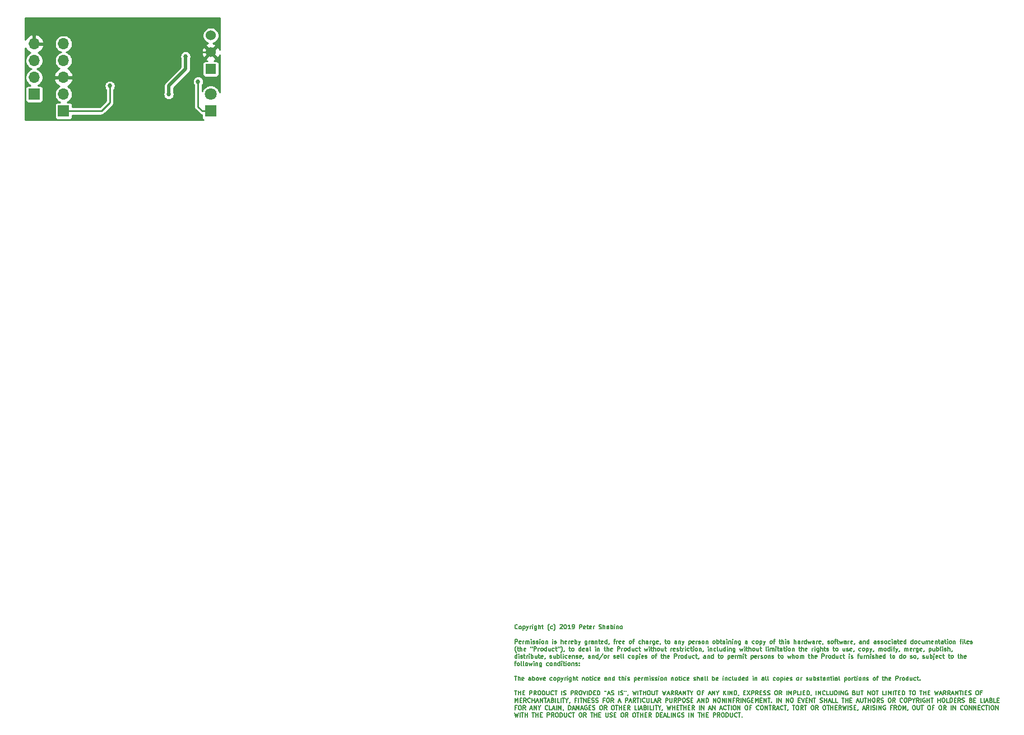
<source format=gbl>
G04 #@! TF.GenerationSoftware,KiCad,Pcbnew,(5.1.5)-3*
G04 #@! TF.CreationDate,2019-12-28T17:54:17-06:00*
G04 #@! TF.ProjectId,tymkrs_Cyphercon_2020_IRhack,74796d6b-7273-45f4-9379-70686572636f,V0*
G04 #@! TF.SameCoordinates,Original*
G04 #@! TF.FileFunction,Copper,L2,Bot*
G04 #@! TF.FilePolarity,Positive*
%FSLAX46Y46*%
G04 Gerber Fmt 4.6, Leading zero omitted, Abs format (unit mm)*
G04 Created by KiCad (PCBNEW (5.1.5)-3) date 2019-12-28 17:54:17*
%MOMM*%
%LPD*%
G04 APERTURE LIST*
%ADD10C,0.158750*%
%ADD11O,1.700000X1.700000*%
%ADD12R,1.700000X1.700000*%
%ADD13C,1.800000*%
%ADD14R,1.800000X1.800000*%
%ADD15C,1.524000*%
%ADD16R,1.524000X1.524000*%
%ADD17C,0.690000*%
%ADD18C,0.508000*%
%ADD19C,0.254000*%
G04 APERTURE END LIST*
D10*
X210167235Y-167152410D02*
X210136997Y-167182648D01*
X210046282Y-167212886D01*
X209985806Y-167212886D01*
X209895092Y-167182648D01*
X209834616Y-167122172D01*
X209804377Y-167061696D01*
X209774139Y-166940744D01*
X209774139Y-166850029D01*
X209804377Y-166729077D01*
X209834616Y-166668601D01*
X209895092Y-166608125D01*
X209985806Y-166577886D01*
X210046282Y-166577886D01*
X210136997Y-166608125D01*
X210167235Y-166638363D01*
X210530092Y-167212886D02*
X210469616Y-167182648D01*
X210439377Y-167152410D01*
X210409139Y-167091934D01*
X210409139Y-166910505D01*
X210439377Y-166850029D01*
X210469616Y-166819791D01*
X210530092Y-166789553D01*
X210620806Y-166789553D01*
X210681282Y-166819791D01*
X210711520Y-166850029D01*
X210741758Y-166910505D01*
X210741758Y-167091934D01*
X210711520Y-167152410D01*
X210681282Y-167182648D01*
X210620806Y-167212886D01*
X210530092Y-167212886D01*
X211013901Y-166789553D02*
X211013901Y-167424553D01*
X211013901Y-166819791D02*
X211074377Y-166789553D01*
X211195330Y-166789553D01*
X211255806Y-166819791D01*
X211286044Y-166850029D01*
X211316282Y-166910505D01*
X211316282Y-167091934D01*
X211286044Y-167152410D01*
X211255806Y-167182648D01*
X211195330Y-167212886D01*
X211074377Y-167212886D01*
X211013901Y-167182648D01*
X211527949Y-166789553D02*
X211679139Y-167212886D01*
X211830330Y-166789553D02*
X211679139Y-167212886D01*
X211618663Y-167364077D01*
X211588425Y-167394315D01*
X211527949Y-167424553D01*
X212072235Y-167212886D02*
X212072235Y-166789553D01*
X212072235Y-166910505D02*
X212102473Y-166850029D01*
X212132711Y-166819791D01*
X212193187Y-166789553D01*
X212253663Y-166789553D01*
X212465330Y-167212886D02*
X212465330Y-166789553D01*
X212465330Y-166577886D02*
X212435092Y-166608125D01*
X212465330Y-166638363D01*
X212495568Y-166608125D01*
X212465330Y-166577886D01*
X212465330Y-166638363D01*
X213039854Y-166789553D02*
X213039854Y-167303601D01*
X213009616Y-167364077D01*
X212979377Y-167394315D01*
X212918901Y-167424553D01*
X212828187Y-167424553D01*
X212767711Y-167394315D01*
X213039854Y-167182648D02*
X212979377Y-167212886D01*
X212858425Y-167212886D01*
X212797949Y-167182648D01*
X212767711Y-167152410D01*
X212737473Y-167091934D01*
X212737473Y-166910505D01*
X212767711Y-166850029D01*
X212797949Y-166819791D01*
X212858425Y-166789553D01*
X212979377Y-166789553D01*
X213039854Y-166819791D01*
X213342235Y-167212886D02*
X213342235Y-166577886D01*
X213614377Y-167212886D02*
X213614377Y-166880267D01*
X213584139Y-166819791D01*
X213523663Y-166789553D01*
X213432949Y-166789553D01*
X213372473Y-166819791D01*
X213342235Y-166850029D01*
X213826044Y-166789553D02*
X214067949Y-166789553D01*
X213916758Y-166577886D02*
X213916758Y-167122172D01*
X213946997Y-167182648D01*
X214007473Y-167212886D01*
X214067949Y-167212886D01*
X214944854Y-167454791D02*
X214914616Y-167424553D01*
X214854139Y-167333839D01*
X214823901Y-167273363D01*
X214793663Y-167182648D01*
X214763425Y-167031458D01*
X214763425Y-166910505D01*
X214793663Y-166759315D01*
X214823901Y-166668601D01*
X214854139Y-166608125D01*
X214914616Y-166517410D01*
X214944854Y-166487172D01*
X215458901Y-167182648D02*
X215398425Y-167212886D01*
X215277473Y-167212886D01*
X215216997Y-167182648D01*
X215186758Y-167152410D01*
X215156520Y-167091934D01*
X215156520Y-166910505D01*
X215186758Y-166850029D01*
X215216997Y-166819791D01*
X215277473Y-166789553D01*
X215398425Y-166789553D01*
X215458901Y-166819791D01*
X215670568Y-167454791D02*
X215700806Y-167424553D01*
X215761282Y-167333839D01*
X215791520Y-167273363D01*
X215821758Y-167182648D01*
X215851997Y-167031458D01*
X215851997Y-166910505D01*
X215821758Y-166759315D01*
X215791520Y-166668601D01*
X215761282Y-166608125D01*
X215700806Y-166517410D01*
X215670568Y-166487172D01*
X216607949Y-166638363D02*
X216638187Y-166608125D01*
X216698663Y-166577886D01*
X216849854Y-166577886D01*
X216910330Y-166608125D01*
X216940568Y-166638363D01*
X216970806Y-166698839D01*
X216970806Y-166759315D01*
X216940568Y-166850029D01*
X216577711Y-167212886D01*
X216970806Y-167212886D01*
X217363901Y-166577886D02*
X217424377Y-166577886D01*
X217484854Y-166608125D01*
X217515092Y-166638363D01*
X217545330Y-166698839D01*
X217575568Y-166819791D01*
X217575568Y-166970982D01*
X217545330Y-167091934D01*
X217515092Y-167152410D01*
X217484854Y-167182648D01*
X217424377Y-167212886D01*
X217363901Y-167212886D01*
X217303425Y-167182648D01*
X217273187Y-167152410D01*
X217242949Y-167091934D01*
X217212711Y-166970982D01*
X217212711Y-166819791D01*
X217242949Y-166698839D01*
X217273187Y-166638363D01*
X217303425Y-166608125D01*
X217363901Y-166577886D01*
X218180330Y-167212886D02*
X217817473Y-167212886D01*
X217998901Y-167212886D02*
X217998901Y-166577886D01*
X217938425Y-166668601D01*
X217877949Y-166729077D01*
X217817473Y-166759315D01*
X218482711Y-167212886D02*
X218603663Y-167212886D01*
X218664139Y-167182648D01*
X218694377Y-167152410D01*
X218754854Y-167061696D01*
X218785092Y-166940744D01*
X218785092Y-166698839D01*
X218754854Y-166638363D01*
X218724616Y-166608125D01*
X218664139Y-166577886D01*
X218543187Y-166577886D01*
X218482711Y-166608125D01*
X218452473Y-166638363D01*
X218422235Y-166698839D01*
X218422235Y-166850029D01*
X218452473Y-166910505D01*
X218482711Y-166940744D01*
X218543187Y-166970982D01*
X218664139Y-166970982D01*
X218724616Y-166940744D01*
X218754854Y-166910505D01*
X218785092Y-166850029D01*
X219541044Y-167212886D02*
X219541044Y-166577886D01*
X219782949Y-166577886D01*
X219843425Y-166608125D01*
X219873663Y-166638363D01*
X219903901Y-166698839D01*
X219903901Y-166789553D01*
X219873663Y-166850029D01*
X219843425Y-166880267D01*
X219782949Y-166910505D01*
X219541044Y-166910505D01*
X220417949Y-167182648D02*
X220357473Y-167212886D01*
X220236520Y-167212886D01*
X220176044Y-167182648D01*
X220145806Y-167122172D01*
X220145806Y-166880267D01*
X220176044Y-166819791D01*
X220236520Y-166789553D01*
X220357473Y-166789553D01*
X220417949Y-166819791D01*
X220448187Y-166880267D01*
X220448187Y-166940744D01*
X220145806Y-167001220D01*
X220629616Y-166789553D02*
X220871520Y-166789553D01*
X220720330Y-166577886D02*
X220720330Y-167122172D01*
X220750568Y-167182648D01*
X220811044Y-167212886D01*
X220871520Y-167212886D01*
X221325092Y-167182648D02*
X221264616Y-167212886D01*
X221143663Y-167212886D01*
X221083187Y-167182648D01*
X221052949Y-167122172D01*
X221052949Y-166880267D01*
X221083187Y-166819791D01*
X221143663Y-166789553D01*
X221264616Y-166789553D01*
X221325092Y-166819791D01*
X221355330Y-166880267D01*
X221355330Y-166940744D01*
X221052949Y-167001220D01*
X221627473Y-167212886D02*
X221627473Y-166789553D01*
X221627473Y-166910505D02*
X221657711Y-166850029D01*
X221687949Y-166819791D01*
X221748425Y-166789553D01*
X221808901Y-166789553D01*
X222474139Y-167182648D02*
X222564854Y-167212886D01*
X222716044Y-167212886D01*
X222776520Y-167182648D01*
X222806758Y-167152410D01*
X222836997Y-167091934D01*
X222836997Y-167031458D01*
X222806758Y-166970982D01*
X222776520Y-166940744D01*
X222716044Y-166910505D01*
X222595092Y-166880267D01*
X222534616Y-166850029D01*
X222504377Y-166819791D01*
X222474139Y-166759315D01*
X222474139Y-166698839D01*
X222504377Y-166638363D01*
X222534616Y-166608125D01*
X222595092Y-166577886D01*
X222746282Y-166577886D01*
X222836997Y-166608125D01*
X223109139Y-167212886D02*
X223109139Y-166577886D01*
X223381282Y-167212886D02*
X223381282Y-166880267D01*
X223351044Y-166819791D01*
X223290568Y-166789553D01*
X223199854Y-166789553D01*
X223139377Y-166819791D01*
X223109139Y-166850029D01*
X223955806Y-167212886D02*
X223955806Y-166880267D01*
X223925568Y-166819791D01*
X223865092Y-166789553D01*
X223744139Y-166789553D01*
X223683663Y-166819791D01*
X223955806Y-167182648D02*
X223895330Y-167212886D01*
X223744139Y-167212886D01*
X223683663Y-167182648D01*
X223653425Y-167122172D01*
X223653425Y-167061696D01*
X223683663Y-167001220D01*
X223744139Y-166970982D01*
X223895330Y-166970982D01*
X223955806Y-166940744D01*
X224258187Y-167212886D02*
X224258187Y-166577886D01*
X224258187Y-166819791D02*
X224318663Y-166789553D01*
X224439616Y-166789553D01*
X224500092Y-166819791D01*
X224530330Y-166850029D01*
X224560568Y-166910505D01*
X224560568Y-167091934D01*
X224530330Y-167152410D01*
X224500092Y-167182648D01*
X224439616Y-167212886D01*
X224318663Y-167212886D01*
X224258187Y-167182648D01*
X224832711Y-167212886D02*
X224832711Y-166789553D01*
X224832711Y-166577886D02*
X224802473Y-166608125D01*
X224832711Y-166638363D01*
X224862949Y-166608125D01*
X224832711Y-166577886D01*
X224832711Y-166638363D01*
X225135092Y-166789553D02*
X225135092Y-167212886D01*
X225135092Y-166850029D02*
X225165330Y-166819791D01*
X225225806Y-166789553D01*
X225316520Y-166789553D01*
X225376997Y-166819791D01*
X225407235Y-166880267D01*
X225407235Y-167212886D01*
X225800330Y-167212886D02*
X225739854Y-167182648D01*
X225709616Y-167152410D01*
X225679377Y-167091934D01*
X225679377Y-166910505D01*
X225709616Y-166850029D01*
X225739854Y-166819791D01*
X225800330Y-166789553D01*
X225891044Y-166789553D01*
X225951520Y-166819791D01*
X225981758Y-166850029D01*
X226011997Y-166910505D01*
X226011997Y-167091934D01*
X225981758Y-167152410D01*
X225951520Y-167182648D01*
X225891044Y-167212886D01*
X225800330Y-167212886D01*
X209804377Y-169435386D02*
X209804377Y-168800386D01*
X210046282Y-168800386D01*
X210106758Y-168830625D01*
X210136997Y-168860863D01*
X210167235Y-168921339D01*
X210167235Y-169012053D01*
X210136997Y-169072529D01*
X210106758Y-169102767D01*
X210046282Y-169133005D01*
X209804377Y-169133005D01*
X210681282Y-169405148D02*
X210620806Y-169435386D01*
X210499854Y-169435386D01*
X210439377Y-169405148D01*
X210409139Y-169344672D01*
X210409139Y-169102767D01*
X210439377Y-169042291D01*
X210499854Y-169012053D01*
X210620806Y-169012053D01*
X210681282Y-169042291D01*
X210711520Y-169102767D01*
X210711520Y-169163244D01*
X210409139Y-169223720D01*
X210983663Y-169435386D02*
X210983663Y-169012053D01*
X210983663Y-169133005D02*
X211013901Y-169072529D01*
X211044139Y-169042291D01*
X211104616Y-169012053D01*
X211165092Y-169012053D01*
X211376758Y-169435386D02*
X211376758Y-169012053D01*
X211376758Y-169072529D02*
X211406997Y-169042291D01*
X211467473Y-169012053D01*
X211558187Y-169012053D01*
X211618663Y-169042291D01*
X211648901Y-169102767D01*
X211648901Y-169435386D01*
X211648901Y-169102767D02*
X211679139Y-169042291D01*
X211739616Y-169012053D01*
X211830330Y-169012053D01*
X211890806Y-169042291D01*
X211921044Y-169102767D01*
X211921044Y-169435386D01*
X212223425Y-169435386D02*
X212223425Y-169012053D01*
X212223425Y-168800386D02*
X212193187Y-168830625D01*
X212223425Y-168860863D01*
X212253663Y-168830625D01*
X212223425Y-168800386D01*
X212223425Y-168860863D01*
X212495568Y-169405148D02*
X212556044Y-169435386D01*
X212676997Y-169435386D01*
X212737473Y-169405148D01*
X212767711Y-169344672D01*
X212767711Y-169314434D01*
X212737473Y-169253958D01*
X212676997Y-169223720D01*
X212586282Y-169223720D01*
X212525806Y-169193482D01*
X212495568Y-169133005D01*
X212495568Y-169102767D01*
X212525806Y-169042291D01*
X212586282Y-169012053D01*
X212676997Y-169012053D01*
X212737473Y-169042291D01*
X213009616Y-169405148D02*
X213070092Y-169435386D01*
X213191044Y-169435386D01*
X213251520Y-169405148D01*
X213281758Y-169344672D01*
X213281758Y-169314434D01*
X213251520Y-169253958D01*
X213191044Y-169223720D01*
X213100330Y-169223720D01*
X213039854Y-169193482D01*
X213009616Y-169133005D01*
X213009616Y-169102767D01*
X213039854Y-169042291D01*
X213100330Y-169012053D01*
X213191044Y-169012053D01*
X213251520Y-169042291D01*
X213553901Y-169435386D02*
X213553901Y-169012053D01*
X213553901Y-168800386D02*
X213523663Y-168830625D01*
X213553901Y-168860863D01*
X213584139Y-168830625D01*
X213553901Y-168800386D01*
X213553901Y-168860863D01*
X213946997Y-169435386D02*
X213886520Y-169405148D01*
X213856282Y-169374910D01*
X213826044Y-169314434D01*
X213826044Y-169133005D01*
X213856282Y-169072529D01*
X213886520Y-169042291D01*
X213946997Y-169012053D01*
X214037711Y-169012053D01*
X214098187Y-169042291D01*
X214128425Y-169072529D01*
X214158663Y-169133005D01*
X214158663Y-169314434D01*
X214128425Y-169374910D01*
X214098187Y-169405148D01*
X214037711Y-169435386D01*
X213946997Y-169435386D01*
X214430806Y-169012053D02*
X214430806Y-169435386D01*
X214430806Y-169072529D02*
X214461044Y-169042291D01*
X214521520Y-169012053D01*
X214612235Y-169012053D01*
X214672711Y-169042291D01*
X214702949Y-169102767D01*
X214702949Y-169435386D01*
X215489139Y-169435386D02*
X215489139Y-169012053D01*
X215489139Y-168800386D02*
X215458901Y-168830625D01*
X215489139Y-168860863D01*
X215519377Y-168830625D01*
X215489139Y-168800386D01*
X215489139Y-168860863D01*
X215761282Y-169405148D02*
X215821758Y-169435386D01*
X215942711Y-169435386D01*
X216003187Y-169405148D01*
X216033425Y-169344672D01*
X216033425Y-169314434D01*
X216003187Y-169253958D01*
X215942711Y-169223720D01*
X215851997Y-169223720D01*
X215791520Y-169193482D01*
X215761282Y-169133005D01*
X215761282Y-169102767D01*
X215791520Y-169042291D01*
X215851997Y-169012053D01*
X215942711Y-169012053D01*
X216003187Y-169042291D01*
X216789377Y-169435386D02*
X216789377Y-168800386D01*
X217061520Y-169435386D02*
X217061520Y-169102767D01*
X217031282Y-169042291D01*
X216970806Y-169012053D01*
X216880092Y-169012053D01*
X216819616Y-169042291D01*
X216789377Y-169072529D01*
X217605806Y-169405148D02*
X217545330Y-169435386D01*
X217424377Y-169435386D01*
X217363901Y-169405148D01*
X217333663Y-169344672D01*
X217333663Y-169102767D01*
X217363901Y-169042291D01*
X217424377Y-169012053D01*
X217545330Y-169012053D01*
X217605806Y-169042291D01*
X217636044Y-169102767D01*
X217636044Y-169163244D01*
X217333663Y-169223720D01*
X217908187Y-169435386D02*
X217908187Y-169012053D01*
X217908187Y-169133005D02*
X217938425Y-169072529D01*
X217968663Y-169042291D01*
X218029139Y-169012053D01*
X218089616Y-169012053D01*
X218543187Y-169405148D02*
X218482711Y-169435386D01*
X218361758Y-169435386D01*
X218301282Y-169405148D01*
X218271044Y-169344672D01*
X218271044Y-169102767D01*
X218301282Y-169042291D01*
X218361758Y-169012053D01*
X218482711Y-169012053D01*
X218543187Y-169042291D01*
X218573425Y-169102767D01*
X218573425Y-169163244D01*
X218271044Y-169223720D01*
X218845568Y-169435386D02*
X218845568Y-168800386D01*
X218845568Y-169042291D02*
X218906044Y-169012053D01*
X219026997Y-169012053D01*
X219087473Y-169042291D01*
X219117711Y-169072529D01*
X219147949Y-169133005D01*
X219147949Y-169314434D01*
X219117711Y-169374910D01*
X219087473Y-169405148D01*
X219026997Y-169435386D01*
X218906044Y-169435386D01*
X218845568Y-169405148D01*
X219359616Y-169012053D02*
X219510806Y-169435386D01*
X219661997Y-169012053D02*
X219510806Y-169435386D01*
X219450330Y-169586577D01*
X219420092Y-169616815D01*
X219359616Y-169647053D01*
X220659854Y-169012053D02*
X220659854Y-169526101D01*
X220629616Y-169586577D01*
X220599377Y-169616815D01*
X220538901Y-169647053D01*
X220448187Y-169647053D01*
X220387711Y-169616815D01*
X220659854Y-169405148D02*
X220599377Y-169435386D01*
X220478425Y-169435386D01*
X220417949Y-169405148D01*
X220387711Y-169374910D01*
X220357473Y-169314434D01*
X220357473Y-169133005D01*
X220387711Y-169072529D01*
X220417949Y-169042291D01*
X220478425Y-169012053D01*
X220599377Y-169012053D01*
X220659854Y-169042291D01*
X220962235Y-169435386D02*
X220962235Y-169012053D01*
X220962235Y-169133005D02*
X220992473Y-169072529D01*
X221022711Y-169042291D01*
X221083187Y-169012053D01*
X221143663Y-169012053D01*
X221627473Y-169435386D02*
X221627473Y-169102767D01*
X221597235Y-169042291D01*
X221536758Y-169012053D01*
X221415806Y-169012053D01*
X221355330Y-169042291D01*
X221627473Y-169405148D02*
X221566997Y-169435386D01*
X221415806Y-169435386D01*
X221355330Y-169405148D01*
X221325092Y-169344672D01*
X221325092Y-169284196D01*
X221355330Y-169223720D01*
X221415806Y-169193482D01*
X221566997Y-169193482D01*
X221627473Y-169163244D01*
X221929854Y-169012053D02*
X221929854Y-169435386D01*
X221929854Y-169072529D02*
X221960092Y-169042291D01*
X222020568Y-169012053D01*
X222111282Y-169012053D01*
X222171758Y-169042291D01*
X222201997Y-169102767D01*
X222201997Y-169435386D01*
X222413663Y-169012053D02*
X222655568Y-169012053D01*
X222504377Y-168800386D02*
X222504377Y-169344672D01*
X222534616Y-169405148D01*
X222595092Y-169435386D01*
X222655568Y-169435386D01*
X223109139Y-169405148D02*
X223048663Y-169435386D01*
X222927711Y-169435386D01*
X222867235Y-169405148D01*
X222836997Y-169344672D01*
X222836997Y-169102767D01*
X222867235Y-169042291D01*
X222927711Y-169012053D01*
X223048663Y-169012053D01*
X223109139Y-169042291D01*
X223139377Y-169102767D01*
X223139377Y-169163244D01*
X222836997Y-169223720D01*
X223683663Y-169435386D02*
X223683663Y-168800386D01*
X223683663Y-169405148D02*
X223623187Y-169435386D01*
X223502235Y-169435386D01*
X223441758Y-169405148D01*
X223411520Y-169374910D01*
X223381282Y-169314434D01*
X223381282Y-169133005D01*
X223411520Y-169072529D01*
X223441758Y-169042291D01*
X223502235Y-169012053D01*
X223623187Y-169012053D01*
X223683663Y-169042291D01*
X224016282Y-169405148D02*
X224016282Y-169435386D01*
X223986044Y-169495863D01*
X223955806Y-169526101D01*
X224681520Y-169012053D02*
X224923425Y-169012053D01*
X224772235Y-169435386D02*
X224772235Y-168891101D01*
X224802473Y-168830625D01*
X224862949Y-168800386D01*
X224923425Y-168800386D01*
X225135092Y-169435386D02*
X225135092Y-169012053D01*
X225135092Y-169133005D02*
X225165330Y-169072529D01*
X225195568Y-169042291D01*
X225256044Y-169012053D01*
X225316520Y-169012053D01*
X225770092Y-169405148D02*
X225709616Y-169435386D01*
X225588663Y-169435386D01*
X225528187Y-169405148D01*
X225497949Y-169344672D01*
X225497949Y-169102767D01*
X225528187Y-169042291D01*
X225588663Y-169012053D01*
X225709616Y-169012053D01*
X225770092Y-169042291D01*
X225800330Y-169102767D01*
X225800330Y-169163244D01*
X225497949Y-169223720D01*
X226314377Y-169405148D02*
X226253901Y-169435386D01*
X226132949Y-169435386D01*
X226072473Y-169405148D01*
X226042235Y-169344672D01*
X226042235Y-169102767D01*
X226072473Y-169042291D01*
X226132949Y-169012053D01*
X226253901Y-169012053D01*
X226314377Y-169042291D01*
X226344616Y-169102767D01*
X226344616Y-169163244D01*
X226042235Y-169223720D01*
X227191282Y-169435386D02*
X227130806Y-169405148D01*
X227100568Y-169374910D01*
X227070330Y-169314434D01*
X227070330Y-169133005D01*
X227100568Y-169072529D01*
X227130806Y-169042291D01*
X227191282Y-169012053D01*
X227281997Y-169012053D01*
X227342473Y-169042291D01*
X227372711Y-169072529D01*
X227402949Y-169133005D01*
X227402949Y-169314434D01*
X227372711Y-169374910D01*
X227342473Y-169405148D01*
X227281997Y-169435386D01*
X227191282Y-169435386D01*
X227584377Y-169012053D02*
X227826282Y-169012053D01*
X227675092Y-169435386D02*
X227675092Y-168891101D01*
X227705330Y-168830625D01*
X227765806Y-168800386D01*
X227826282Y-168800386D01*
X228793901Y-169405148D02*
X228733425Y-169435386D01*
X228612473Y-169435386D01*
X228551997Y-169405148D01*
X228521758Y-169374910D01*
X228491520Y-169314434D01*
X228491520Y-169133005D01*
X228521758Y-169072529D01*
X228551997Y-169042291D01*
X228612473Y-169012053D01*
X228733425Y-169012053D01*
X228793901Y-169042291D01*
X229066044Y-169435386D02*
X229066044Y-168800386D01*
X229338187Y-169435386D02*
X229338187Y-169102767D01*
X229307949Y-169042291D01*
X229247473Y-169012053D01*
X229156758Y-169012053D01*
X229096282Y-169042291D01*
X229066044Y-169072529D01*
X229912711Y-169435386D02*
X229912711Y-169102767D01*
X229882473Y-169042291D01*
X229821997Y-169012053D01*
X229701044Y-169012053D01*
X229640568Y-169042291D01*
X229912711Y-169405148D02*
X229852235Y-169435386D01*
X229701044Y-169435386D01*
X229640568Y-169405148D01*
X229610330Y-169344672D01*
X229610330Y-169284196D01*
X229640568Y-169223720D01*
X229701044Y-169193482D01*
X229852235Y-169193482D01*
X229912711Y-169163244D01*
X230215092Y-169435386D02*
X230215092Y-169012053D01*
X230215092Y-169133005D02*
X230245330Y-169072529D01*
X230275568Y-169042291D01*
X230336044Y-169012053D01*
X230396520Y-169012053D01*
X230880330Y-169012053D02*
X230880330Y-169526101D01*
X230850092Y-169586577D01*
X230819854Y-169616815D01*
X230759377Y-169647053D01*
X230668663Y-169647053D01*
X230608187Y-169616815D01*
X230880330Y-169405148D02*
X230819854Y-169435386D01*
X230698901Y-169435386D01*
X230638425Y-169405148D01*
X230608187Y-169374910D01*
X230577949Y-169314434D01*
X230577949Y-169133005D01*
X230608187Y-169072529D01*
X230638425Y-169042291D01*
X230698901Y-169012053D01*
X230819854Y-169012053D01*
X230880330Y-169042291D01*
X231424616Y-169405148D02*
X231364139Y-169435386D01*
X231243187Y-169435386D01*
X231182711Y-169405148D01*
X231152473Y-169344672D01*
X231152473Y-169102767D01*
X231182711Y-169042291D01*
X231243187Y-169012053D01*
X231364139Y-169012053D01*
X231424616Y-169042291D01*
X231454854Y-169102767D01*
X231454854Y-169163244D01*
X231152473Y-169223720D01*
X231757235Y-169405148D02*
X231757235Y-169435386D01*
X231726997Y-169495863D01*
X231696758Y-169526101D01*
X232422473Y-169012053D02*
X232664377Y-169012053D01*
X232513187Y-168800386D02*
X232513187Y-169344672D01*
X232543425Y-169405148D01*
X232603901Y-169435386D01*
X232664377Y-169435386D01*
X232966758Y-169435386D02*
X232906282Y-169405148D01*
X232876044Y-169374910D01*
X232845806Y-169314434D01*
X232845806Y-169133005D01*
X232876044Y-169072529D01*
X232906282Y-169042291D01*
X232966758Y-169012053D01*
X233057473Y-169012053D01*
X233117949Y-169042291D01*
X233148187Y-169072529D01*
X233178425Y-169133005D01*
X233178425Y-169314434D01*
X233148187Y-169374910D01*
X233117949Y-169405148D01*
X233057473Y-169435386D01*
X232966758Y-169435386D01*
X234206520Y-169435386D02*
X234206520Y-169102767D01*
X234176282Y-169042291D01*
X234115806Y-169012053D01*
X233994854Y-169012053D01*
X233934377Y-169042291D01*
X234206520Y-169405148D02*
X234146044Y-169435386D01*
X233994854Y-169435386D01*
X233934377Y-169405148D01*
X233904139Y-169344672D01*
X233904139Y-169284196D01*
X233934377Y-169223720D01*
X233994854Y-169193482D01*
X234146044Y-169193482D01*
X234206520Y-169163244D01*
X234508901Y-169012053D02*
X234508901Y-169435386D01*
X234508901Y-169072529D02*
X234539139Y-169042291D01*
X234599616Y-169012053D01*
X234690330Y-169012053D01*
X234750806Y-169042291D01*
X234781044Y-169102767D01*
X234781044Y-169435386D01*
X235022949Y-169012053D02*
X235174139Y-169435386D01*
X235325330Y-169012053D02*
X235174139Y-169435386D01*
X235113663Y-169586577D01*
X235083425Y-169616815D01*
X235022949Y-169647053D01*
X236051044Y-169012053D02*
X236051044Y-169647053D01*
X236051044Y-169042291D02*
X236111520Y-169012053D01*
X236232473Y-169012053D01*
X236292949Y-169042291D01*
X236323187Y-169072529D01*
X236353425Y-169133005D01*
X236353425Y-169314434D01*
X236323187Y-169374910D01*
X236292949Y-169405148D01*
X236232473Y-169435386D01*
X236111520Y-169435386D01*
X236051044Y-169405148D01*
X236867473Y-169405148D02*
X236806997Y-169435386D01*
X236686044Y-169435386D01*
X236625568Y-169405148D01*
X236595330Y-169344672D01*
X236595330Y-169102767D01*
X236625568Y-169042291D01*
X236686044Y-169012053D01*
X236806997Y-169012053D01*
X236867473Y-169042291D01*
X236897711Y-169102767D01*
X236897711Y-169163244D01*
X236595330Y-169223720D01*
X237169854Y-169435386D02*
X237169854Y-169012053D01*
X237169854Y-169133005D02*
X237200092Y-169072529D01*
X237230330Y-169042291D01*
X237290806Y-169012053D01*
X237351282Y-169012053D01*
X237532711Y-169405148D02*
X237593187Y-169435386D01*
X237714139Y-169435386D01*
X237774616Y-169405148D01*
X237804854Y-169344672D01*
X237804854Y-169314434D01*
X237774616Y-169253958D01*
X237714139Y-169223720D01*
X237623425Y-169223720D01*
X237562949Y-169193482D01*
X237532711Y-169133005D01*
X237532711Y-169102767D01*
X237562949Y-169042291D01*
X237623425Y-169012053D01*
X237714139Y-169012053D01*
X237774616Y-169042291D01*
X238167711Y-169435386D02*
X238107235Y-169405148D01*
X238076997Y-169374910D01*
X238046758Y-169314434D01*
X238046758Y-169133005D01*
X238076997Y-169072529D01*
X238107235Y-169042291D01*
X238167711Y-169012053D01*
X238258425Y-169012053D01*
X238318901Y-169042291D01*
X238349139Y-169072529D01*
X238379377Y-169133005D01*
X238379377Y-169314434D01*
X238349139Y-169374910D01*
X238318901Y-169405148D01*
X238258425Y-169435386D01*
X238167711Y-169435386D01*
X238651520Y-169012053D02*
X238651520Y-169435386D01*
X238651520Y-169072529D02*
X238681758Y-169042291D01*
X238742235Y-169012053D01*
X238832949Y-169012053D01*
X238893425Y-169042291D01*
X238923663Y-169102767D01*
X238923663Y-169435386D01*
X239800568Y-169435386D02*
X239740092Y-169405148D01*
X239709854Y-169374910D01*
X239679616Y-169314434D01*
X239679616Y-169133005D01*
X239709854Y-169072529D01*
X239740092Y-169042291D01*
X239800568Y-169012053D01*
X239891282Y-169012053D01*
X239951758Y-169042291D01*
X239981997Y-169072529D01*
X240012235Y-169133005D01*
X240012235Y-169314434D01*
X239981997Y-169374910D01*
X239951758Y-169405148D01*
X239891282Y-169435386D01*
X239800568Y-169435386D01*
X240284377Y-169435386D02*
X240284377Y-168800386D01*
X240284377Y-169042291D02*
X240344854Y-169012053D01*
X240465806Y-169012053D01*
X240526282Y-169042291D01*
X240556520Y-169072529D01*
X240586758Y-169133005D01*
X240586758Y-169314434D01*
X240556520Y-169374910D01*
X240526282Y-169405148D01*
X240465806Y-169435386D01*
X240344854Y-169435386D01*
X240284377Y-169405148D01*
X240768187Y-169012053D02*
X241010092Y-169012053D01*
X240858901Y-168800386D02*
X240858901Y-169344672D01*
X240889139Y-169405148D01*
X240949616Y-169435386D01*
X241010092Y-169435386D01*
X241493901Y-169435386D02*
X241493901Y-169102767D01*
X241463663Y-169042291D01*
X241403187Y-169012053D01*
X241282235Y-169012053D01*
X241221758Y-169042291D01*
X241493901Y-169405148D02*
X241433425Y-169435386D01*
X241282235Y-169435386D01*
X241221758Y-169405148D01*
X241191520Y-169344672D01*
X241191520Y-169284196D01*
X241221758Y-169223720D01*
X241282235Y-169193482D01*
X241433425Y-169193482D01*
X241493901Y-169163244D01*
X241796282Y-169435386D02*
X241796282Y-169012053D01*
X241796282Y-168800386D02*
X241766044Y-168830625D01*
X241796282Y-168860863D01*
X241826520Y-168830625D01*
X241796282Y-168800386D01*
X241796282Y-168860863D01*
X242098663Y-169012053D02*
X242098663Y-169435386D01*
X242098663Y-169072529D02*
X242128901Y-169042291D01*
X242189377Y-169012053D01*
X242280092Y-169012053D01*
X242340568Y-169042291D01*
X242370806Y-169102767D01*
X242370806Y-169435386D01*
X242673187Y-169435386D02*
X242673187Y-169012053D01*
X242673187Y-168800386D02*
X242642949Y-168830625D01*
X242673187Y-168860863D01*
X242703425Y-168830625D01*
X242673187Y-168800386D01*
X242673187Y-168860863D01*
X242975568Y-169012053D02*
X242975568Y-169435386D01*
X242975568Y-169072529D02*
X243005806Y-169042291D01*
X243066282Y-169012053D01*
X243156997Y-169012053D01*
X243217473Y-169042291D01*
X243247711Y-169102767D01*
X243247711Y-169435386D01*
X243822235Y-169012053D02*
X243822235Y-169526101D01*
X243791997Y-169586577D01*
X243761758Y-169616815D01*
X243701282Y-169647053D01*
X243610568Y-169647053D01*
X243550092Y-169616815D01*
X243822235Y-169405148D02*
X243761758Y-169435386D01*
X243640806Y-169435386D01*
X243580330Y-169405148D01*
X243550092Y-169374910D01*
X243519854Y-169314434D01*
X243519854Y-169133005D01*
X243550092Y-169072529D01*
X243580330Y-169042291D01*
X243640806Y-169012053D01*
X243761758Y-169012053D01*
X243822235Y-169042291D01*
X244880568Y-169435386D02*
X244880568Y-169102767D01*
X244850330Y-169042291D01*
X244789854Y-169012053D01*
X244668901Y-169012053D01*
X244608425Y-169042291D01*
X244880568Y-169405148D02*
X244820092Y-169435386D01*
X244668901Y-169435386D01*
X244608425Y-169405148D01*
X244578187Y-169344672D01*
X244578187Y-169284196D01*
X244608425Y-169223720D01*
X244668901Y-169193482D01*
X244820092Y-169193482D01*
X244880568Y-169163244D01*
X245938901Y-169405148D02*
X245878425Y-169435386D01*
X245757473Y-169435386D01*
X245696997Y-169405148D01*
X245666758Y-169374910D01*
X245636520Y-169314434D01*
X245636520Y-169133005D01*
X245666758Y-169072529D01*
X245696997Y-169042291D01*
X245757473Y-169012053D01*
X245878425Y-169012053D01*
X245938901Y-169042291D01*
X246301758Y-169435386D02*
X246241282Y-169405148D01*
X246211044Y-169374910D01*
X246180806Y-169314434D01*
X246180806Y-169133005D01*
X246211044Y-169072529D01*
X246241282Y-169042291D01*
X246301758Y-169012053D01*
X246392473Y-169012053D01*
X246452949Y-169042291D01*
X246483187Y-169072529D01*
X246513425Y-169133005D01*
X246513425Y-169314434D01*
X246483187Y-169374910D01*
X246452949Y-169405148D01*
X246392473Y-169435386D01*
X246301758Y-169435386D01*
X246785568Y-169012053D02*
X246785568Y-169647053D01*
X246785568Y-169042291D02*
X246846044Y-169012053D01*
X246966997Y-169012053D01*
X247027473Y-169042291D01*
X247057711Y-169072529D01*
X247087949Y-169133005D01*
X247087949Y-169314434D01*
X247057711Y-169374910D01*
X247027473Y-169405148D01*
X246966997Y-169435386D01*
X246846044Y-169435386D01*
X246785568Y-169405148D01*
X247299616Y-169012053D02*
X247450806Y-169435386D01*
X247601997Y-169012053D02*
X247450806Y-169435386D01*
X247390330Y-169586577D01*
X247360092Y-169616815D01*
X247299616Y-169647053D01*
X248418425Y-169435386D02*
X248357949Y-169405148D01*
X248327711Y-169374910D01*
X248297473Y-169314434D01*
X248297473Y-169133005D01*
X248327711Y-169072529D01*
X248357949Y-169042291D01*
X248418425Y-169012053D01*
X248509139Y-169012053D01*
X248569616Y-169042291D01*
X248599854Y-169072529D01*
X248630092Y-169133005D01*
X248630092Y-169314434D01*
X248599854Y-169374910D01*
X248569616Y-169405148D01*
X248509139Y-169435386D01*
X248418425Y-169435386D01*
X248811520Y-169012053D02*
X249053425Y-169012053D01*
X248902235Y-169435386D02*
X248902235Y-168891101D01*
X248932473Y-168830625D01*
X248992949Y-168800386D01*
X249053425Y-168800386D01*
X249658187Y-169012053D02*
X249900092Y-169012053D01*
X249748901Y-168800386D02*
X249748901Y-169344672D01*
X249779139Y-169405148D01*
X249839616Y-169435386D01*
X249900092Y-169435386D01*
X250111758Y-169435386D02*
X250111758Y-168800386D01*
X250383901Y-169435386D02*
X250383901Y-169102767D01*
X250353663Y-169042291D01*
X250293187Y-169012053D01*
X250202473Y-169012053D01*
X250141997Y-169042291D01*
X250111758Y-169072529D01*
X250686282Y-169435386D02*
X250686282Y-169012053D01*
X250686282Y-168800386D02*
X250656044Y-168830625D01*
X250686282Y-168860863D01*
X250716520Y-168830625D01*
X250686282Y-168800386D01*
X250686282Y-168860863D01*
X250958425Y-169405148D02*
X251018901Y-169435386D01*
X251139854Y-169435386D01*
X251200330Y-169405148D01*
X251230568Y-169344672D01*
X251230568Y-169314434D01*
X251200330Y-169253958D01*
X251139854Y-169223720D01*
X251049139Y-169223720D01*
X250988663Y-169193482D01*
X250958425Y-169133005D01*
X250958425Y-169102767D01*
X250988663Y-169042291D01*
X251049139Y-169012053D01*
X251139854Y-169012053D01*
X251200330Y-169042291D01*
X251986520Y-169435386D02*
X251986520Y-168800386D01*
X252258663Y-169435386D02*
X252258663Y-169102767D01*
X252228425Y-169042291D01*
X252167949Y-169012053D01*
X252077235Y-169012053D01*
X252016758Y-169042291D01*
X251986520Y-169072529D01*
X252833187Y-169435386D02*
X252833187Y-169102767D01*
X252802949Y-169042291D01*
X252742473Y-169012053D01*
X252621520Y-169012053D01*
X252561044Y-169042291D01*
X252833187Y-169405148D02*
X252772711Y-169435386D01*
X252621520Y-169435386D01*
X252561044Y-169405148D01*
X252530806Y-169344672D01*
X252530806Y-169284196D01*
X252561044Y-169223720D01*
X252621520Y-169193482D01*
X252772711Y-169193482D01*
X252833187Y-169163244D01*
X253135568Y-169435386D02*
X253135568Y-169012053D01*
X253135568Y-169133005D02*
X253165806Y-169072529D01*
X253196044Y-169042291D01*
X253256520Y-169012053D01*
X253316997Y-169012053D01*
X253800806Y-169435386D02*
X253800806Y-168800386D01*
X253800806Y-169405148D02*
X253740330Y-169435386D01*
X253619377Y-169435386D01*
X253558901Y-169405148D01*
X253528663Y-169374910D01*
X253498425Y-169314434D01*
X253498425Y-169133005D01*
X253528663Y-169072529D01*
X253558901Y-169042291D01*
X253619377Y-169012053D01*
X253740330Y-169012053D01*
X253800806Y-169042291D01*
X254042711Y-169012053D02*
X254163663Y-169435386D01*
X254284616Y-169133005D01*
X254405568Y-169435386D01*
X254526520Y-169012053D01*
X255040568Y-169435386D02*
X255040568Y-169102767D01*
X255010330Y-169042291D01*
X254949854Y-169012053D01*
X254828901Y-169012053D01*
X254768425Y-169042291D01*
X255040568Y-169405148D02*
X254980092Y-169435386D01*
X254828901Y-169435386D01*
X254768425Y-169405148D01*
X254738187Y-169344672D01*
X254738187Y-169284196D01*
X254768425Y-169223720D01*
X254828901Y-169193482D01*
X254980092Y-169193482D01*
X255040568Y-169163244D01*
X255342949Y-169435386D02*
X255342949Y-169012053D01*
X255342949Y-169133005D02*
X255373187Y-169072529D01*
X255403425Y-169042291D01*
X255463901Y-169012053D01*
X255524377Y-169012053D01*
X255977949Y-169405148D02*
X255917473Y-169435386D01*
X255796520Y-169435386D01*
X255736044Y-169405148D01*
X255705806Y-169344672D01*
X255705806Y-169102767D01*
X255736044Y-169042291D01*
X255796520Y-169012053D01*
X255917473Y-169012053D01*
X255977949Y-169042291D01*
X256008187Y-169102767D01*
X256008187Y-169163244D01*
X255705806Y-169223720D01*
X256310568Y-169405148D02*
X256310568Y-169435386D01*
X256280330Y-169495863D01*
X256250092Y-169526101D01*
X257036282Y-169405148D02*
X257096758Y-169435386D01*
X257217711Y-169435386D01*
X257278187Y-169405148D01*
X257308425Y-169344672D01*
X257308425Y-169314434D01*
X257278187Y-169253958D01*
X257217711Y-169223720D01*
X257126997Y-169223720D01*
X257066520Y-169193482D01*
X257036282Y-169133005D01*
X257036282Y-169102767D01*
X257066520Y-169042291D01*
X257126997Y-169012053D01*
X257217711Y-169012053D01*
X257278187Y-169042291D01*
X257671282Y-169435386D02*
X257610806Y-169405148D01*
X257580568Y-169374910D01*
X257550330Y-169314434D01*
X257550330Y-169133005D01*
X257580568Y-169072529D01*
X257610806Y-169042291D01*
X257671282Y-169012053D01*
X257761997Y-169012053D01*
X257822473Y-169042291D01*
X257852711Y-169072529D01*
X257882949Y-169133005D01*
X257882949Y-169314434D01*
X257852711Y-169374910D01*
X257822473Y-169405148D01*
X257761997Y-169435386D01*
X257671282Y-169435386D01*
X258064377Y-169012053D02*
X258306282Y-169012053D01*
X258155092Y-169435386D02*
X258155092Y-168891101D01*
X258185330Y-168830625D01*
X258245806Y-168800386D01*
X258306282Y-168800386D01*
X258427235Y-169012053D02*
X258669139Y-169012053D01*
X258517949Y-168800386D02*
X258517949Y-169344672D01*
X258548187Y-169405148D01*
X258608663Y-169435386D01*
X258669139Y-169435386D01*
X258820330Y-169012053D02*
X258941282Y-169435386D01*
X259062235Y-169133005D01*
X259183187Y-169435386D01*
X259304139Y-169012053D01*
X259818187Y-169435386D02*
X259818187Y-169102767D01*
X259787949Y-169042291D01*
X259727473Y-169012053D01*
X259606520Y-169012053D01*
X259546044Y-169042291D01*
X259818187Y-169405148D02*
X259757711Y-169435386D01*
X259606520Y-169435386D01*
X259546044Y-169405148D01*
X259515806Y-169344672D01*
X259515806Y-169284196D01*
X259546044Y-169223720D01*
X259606520Y-169193482D01*
X259757711Y-169193482D01*
X259818187Y-169163244D01*
X260120568Y-169435386D02*
X260120568Y-169012053D01*
X260120568Y-169133005D02*
X260150806Y-169072529D01*
X260181044Y-169042291D01*
X260241520Y-169012053D01*
X260301997Y-169012053D01*
X260755568Y-169405148D02*
X260695092Y-169435386D01*
X260574139Y-169435386D01*
X260513663Y-169405148D01*
X260483425Y-169344672D01*
X260483425Y-169102767D01*
X260513663Y-169042291D01*
X260574139Y-169012053D01*
X260695092Y-169012053D01*
X260755568Y-169042291D01*
X260785806Y-169102767D01*
X260785806Y-169163244D01*
X260483425Y-169223720D01*
X261088187Y-169405148D02*
X261088187Y-169435386D01*
X261057949Y-169495863D01*
X261027711Y-169526101D01*
X262116282Y-169435386D02*
X262116282Y-169102767D01*
X262086044Y-169042291D01*
X262025568Y-169012053D01*
X261904616Y-169012053D01*
X261844139Y-169042291D01*
X262116282Y-169405148D02*
X262055806Y-169435386D01*
X261904616Y-169435386D01*
X261844139Y-169405148D01*
X261813901Y-169344672D01*
X261813901Y-169284196D01*
X261844139Y-169223720D01*
X261904616Y-169193482D01*
X262055806Y-169193482D01*
X262116282Y-169163244D01*
X262418663Y-169012053D02*
X262418663Y-169435386D01*
X262418663Y-169072529D02*
X262448901Y-169042291D01*
X262509377Y-169012053D01*
X262600092Y-169012053D01*
X262660568Y-169042291D01*
X262690806Y-169102767D01*
X262690806Y-169435386D01*
X263265330Y-169435386D02*
X263265330Y-168800386D01*
X263265330Y-169405148D02*
X263204854Y-169435386D01*
X263083901Y-169435386D01*
X263023425Y-169405148D01*
X262993187Y-169374910D01*
X262962949Y-169314434D01*
X262962949Y-169133005D01*
X262993187Y-169072529D01*
X263023425Y-169042291D01*
X263083901Y-169012053D01*
X263204854Y-169012053D01*
X263265330Y-169042291D01*
X264323663Y-169435386D02*
X264323663Y-169102767D01*
X264293425Y-169042291D01*
X264232949Y-169012053D01*
X264111997Y-169012053D01*
X264051520Y-169042291D01*
X264323663Y-169405148D02*
X264263187Y-169435386D01*
X264111997Y-169435386D01*
X264051520Y-169405148D01*
X264021282Y-169344672D01*
X264021282Y-169284196D01*
X264051520Y-169223720D01*
X264111997Y-169193482D01*
X264263187Y-169193482D01*
X264323663Y-169163244D01*
X264595806Y-169405148D02*
X264656282Y-169435386D01*
X264777235Y-169435386D01*
X264837711Y-169405148D01*
X264867949Y-169344672D01*
X264867949Y-169314434D01*
X264837711Y-169253958D01*
X264777235Y-169223720D01*
X264686520Y-169223720D01*
X264626044Y-169193482D01*
X264595806Y-169133005D01*
X264595806Y-169102767D01*
X264626044Y-169042291D01*
X264686520Y-169012053D01*
X264777235Y-169012053D01*
X264837711Y-169042291D01*
X265109854Y-169405148D02*
X265170330Y-169435386D01*
X265291282Y-169435386D01*
X265351758Y-169405148D01*
X265381997Y-169344672D01*
X265381997Y-169314434D01*
X265351758Y-169253958D01*
X265291282Y-169223720D01*
X265200568Y-169223720D01*
X265140092Y-169193482D01*
X265109854Y-169133005D01*
X265109854Y-169102767D01*
X265140092Y-169042291D01*
X265200568Y-169012053D01*
X265291282Y-169012053D01*
X265351758Y-169042291D01*
X265744854Y-169435386D02*
X265684377Y-169405148D01*
X265654139Y-169374910D01*
X265623901Y-169314434D01*
X265623901Y-169133005D01*
X265654139Y-169072529D01*
X265684377Y-169042291D01*
X265744854Y-169012053D01*
X265835568Y-169012053D01*
X265896044Y-169042291D01*
X265926282Y-169072529D01*
X265956520Y-169133005D01*
X265956520Y-169314434D01*
X265926282Y-169374910D01*
X265896044Y-169405148D01*
X265835568Y-169435386D01*
X265744854Y-169435386D01*
X266500806Y-169405148D02*
X266440330Y-169435386D01*
X266319377Y-169435386D01*
X266258901Y-169405148D01*
X266228663Y-169374910D01*
X266198425Y-169314434D01*
X266198425Y-169133005D01*
X266228663Y-169072529D01*
X266258901Y-169042291D01*
X266319377Y-169012053D01*
X266440330Y-169012053D01*
X266500806Y-169042291D01*
X266772949Y-169435386D02*
X266772949Y-169012053D01*
X266772949Y-168800386D02*
X266742711Y-168830625D01*
X266772949Y-168860863D01*
X266803187Y-168830625D01*
X266772949Y-168800386D01*
X266772949Y-168860863D01*
X267347473Y-169435386D02*
X267347473Y-169102767D01*
X267317235Y-169042291D01*
X267256758Y-169012053D01*
X267135806Y-169012053D01*
X267075330Y-169042291D01*
X267347473Y-169405148D02*
X267286997Y-169435386D01*
X267135806Y-169435386D01*
X267075330Y-169405148D01*
X267045092Y-169344672D01*
X267045092Y-169284196D01*
X267075330Y-169223720D01*
X267135806Y-169193482D01*
X267286997Y-169193482D01*
X267347473Y-169163244D01*
X267559139Y-169012053D02*
X267801044Y-169012053D01*
X267649854Y-168800386D02*
X267649854Y-169344672D01*
X267680092Y-169405148D01*
X267740568Y-169435386D01*
X267801044Y-169435386D01*
X268254616Y-169405148D02*
X268194139Y-169435386D01*
X268073187Y-169435386D01*
X268012711Y-169405148D01*
X267982473Y-169344672D01*
X267982473Y-169102767D01*
X268012711Y-169042291D01*
X268073187Y-169012053D01*
X268194139Y-169012053D01*
X268254616Y-169042291D01*
X268284854Y-169102767D01*
X268284854Y-169163244D01*
X267982473Y-169223720D01*
X268829139Y-169435386D02*
X268829139Y-168800386D01*
X268829139Y-169405148D02*
X268768663Y-169435386D01*
X268647711Y-169435386D01*
X268587235Y-169405148D01*
X268556997Y-169374910D01*
X268526758Y-169314434D01*
X268526758Y-169133005D01*
X268556997Y-169072529D01*
X268587235Y-169042291D01*
X268647711Y-169012053D01*
X268768663Y-169012053D01*
X268829139Y-169042291D01*
X269887473Y-169435386D02*
X269887473Y-168800386D01*
X269887473Y-169405148D02*
X269826997Y-169435386D01*
X269706044Y-169435386D01*
X269645568Y-169405148D01*
X269615330Y-169374910D01*
X269585092Y-169314434D01*
X269585092Y-169133005D01*
X269615330Y-169072529D01*
X269645568Y-169042291D01*
X269706044Y-169012053D01*
X269826997Y-169012053D01*
X269887473Y-169042291D01*
X270280568Y-169435386D02*
X270220092Y-169405148D01*
X270189854Y-169374910D01*
X270159616Y-169314434D01*
X270159616Y-169133005D01*
X270189854Y-169072529D01*
X270220092Y-169042291D01*
X270280568Y-169012053D01*
X270371282Y-169012053D01*
X270431758Y-169042291D01*
X270461997Y-169072529D01*
X270492235Y-169133005D01*
X270492235Y-169314434D01*
X270461997Y-169374910D01*
X270431758Y-169405148D01*
X270371282Y-169435386D01*
X270280568Y-169435386D01*
X271036520Y-169405148D02*
X270976044Y-169435386D01*
X270855092Y-169435386D01*
X270794616Y-169405148D01*
X270764377Y-169374910D01*
X270734139Y-169314434D01*
X270734139Y-169133005D01*
X270764377Y-169072529D01*
X270794616Y-169042291D01*
X270855092Y-169012053D01*
X270976044Y-169012053D01*
X271036520Y-169042291D01*
X271580806Y-169012053D02*
X271580806Y-169435386D01*
X271308663Y-169012053D02*
X271308663Y-169344672D01*
X271338901Y-169405148D01*
X271399377Y-169435386D01*
X271490092Y-169435386D01*
X271550568Y-169405148D01*
X271580806Y-169374910D01*
X271883187Y-169435386D02*
X271883187Y-169012053D01*
X271883187Y-169072529D02*
X271913425Y-169042291D01*
X271973901Y-169012053D01*
X272064616Y-169012053D01*
X272125092Y-169042291D01*
X272155330Y-169102767D01*
X272155330Y-169435386D01*
X272155330Y-169102767D02*
X272185568Y-169042291D01*
X272246044Y-169012053D01*
X272336758Y-169012053D01*
X272397235Y-169042291D01*
X272427473Y-169102767D01*
X272427473Y-169435386D01*
X272971758Y-169405148D02*
X272911282Y-169435386D01*
X272790330Y-169435386D01*
X272729854Y-169405148D01*
X272699616Y-169344672D01*
X272699616Y-169102767D01*
X272729854Y-169042291D01*
X272790330Y-169012053D01*
X272911282Y-169012053D01*
X272971758Y-169042291D01*
X273001997Y-169102767D01*
X273001997Y-169163244D01*
X272699616Y-169223720D01*
X273274139Y-169012053D02*
X273274139Y-169435386D01*
X273274139Y-169072529D02*
X273304377Y-169042291D01*
X273364854Y-169012053D01*
X273455568Y-169012053D01*
X273516044Y-169042291D01*
X273546282Y-169102767D01*
X273546282Y-169435386D01*
X273757949Y-169012053D02*
X273999854Y-169012053D01*
X273848663Y-168800386D02*
X273848663Y-169344672D01*
X273878901Y-169405148D01*
X273939377Y-169435386D01*
X273999854Y-169435386D01*
X274483663Y-169435386D02*
X274483663Y-169102767D01*
X274453425Y-169042291D01*
X274392949Y-169012053D01*
X274271997Y-169012053D01*
X274211520Y-169042291D01*
X274483663Y-169405148D02*
X274423187Y-169435386D01*
X274271997Y-169435386D01*
X274211520Y-169405148D01*
X274181282Y-169344672D01*
X274181282Y-169284196D01*
X274211520Y-169223720D01*
X274271997Y-169193482D01*
X274423187Y-169193482D01*
X274483663Y-169163244D01*
X274695330Y-169012053D02*
X274937235Y-169012053D01*
X274786044Y-168800386D02*
X274786044Y-169344672D01*
X274816282Y-169405148D01*
X274876758Y-169435386D01*
X274937235Y-169435386D01*
X275148901Y-169435386D02*
X275148901Y-169012053D01*
X275148901Y-168800386D02*
X275118663Y-168830625D01*
X275148901Y-168860863D01*
X275179139Y-168830625D01*
X275148901Y-168800386D01*
X275148901Y-168860863D01*
X275541997Y-169435386D02*
X275481520Y-169405148D01*
X275451282Y-169374910D01*
X275421044Y-169314434D01*
X275421044Y-169133005D01*
X275451282Y-169072529D01*
X275481520Y-169042291D01*
X275541997Y-169012053D01*
X275632711Y-169012053D01*
X275693187Y-169042291D01*
X275723425Y-169072529D01*
X275753663Y-169133005D01*
X275753663Y-169314434D01*
X275723425Y-169374910D01*
X275693187Y-169405148D01*
X275632711Y-169435386D01*
X275541997Y-169435386D01*
X276025806Y-169012053D02*
X276025806Y-169435386D01*
X276025806Y-169072529D02*
X276056044Y-169042291D01*
X276116520Y-169012053D01*
X276207235Y-169012053D01*
X276267711Y-169042291D01*
X276297949Y-169102767D01*
X276297949Y-169435386D01*
X276993425Y-169012053D02*
X277235330Y-169012053D01*
X277084139Y-169435386D02*
X277084139Y-168891101D01*
X277114377Y-168830625D01*
X277174854Y-168800386D01*
X277235330Y-168800386D01*
X277446997Y-169435386D02*
X277446997Y-169012053D01*
X277446997Y-168800386D02*
X277416758Y-168830625D01*
X277446997Y-168860863D01*
X277477235Y-168830625D01*
X277446997Y-168800386D01*
X277446997Y-168860863D01*
X277840092Y-169435386D02*
X277779616Y-169405148D01*
X277749377Y-169344672D01*
X277749377Y-168800386D01*
X278323901Y-169405148D02*
X278263425Y-169435386D01*
X278142473Y-169435386D01*
X278081997Y-169405148D01*
X278051758Y-169344672D01*
X278051758Y-169102767D01*
X278081997Y-169042291D01*
X278142473Y-169012053D01*
X278263425Y-169012053D01*
X278323901Y-169042291D01*
X278354139Y-169102767D01*
X278354139Y-169163244D01*
X278051758Y-169223720D01*
X278596044Y-169405148D02*
X278656520Y-169435386D01*
X278777473Y-169435386D01*
X278837949Y-169405148D01*
X278868187Y-169344672D01*
X278868187Y-169314434D01*
X278837949Y-169253958D01*
X278777473Y-169223720D01*
X278686758Y-169223720D01*
X278626282Y-169193482D01*
X278596044Y-169133005D01*
X278596044Y-169102767D01*
X278626282Y-169042291D01*
X278686758Y-169012053D01*
X278777473Y-169012053D01*
X278837949Y-169042291D01*
X209985806Y-170788541D02*
X209955568Y-170758303D01*
X209895092Y-170667589D01*
X209864854Y-170607113D01*
X209834616Y-170516398D01*
X209804377Y-170365208D01*
X209804377Y-170244255D01*
X209834616Y-170093065D01*
X209864854Y-170002351D01*
X209895092Y-169941875D01*
X209955568Y-169851160D01*
X209985806Y-169820922D01*
X210136997Y-170123303D02*
X210378901Y-170123303D01*
X210227711Y-169911636D02*
X210227711Y-170455922D01*
X210257949Y-170516398D01*
X210318425Y-170546636D01*
X210378901Y-170546636D01*
X210590568Y-170546636D02*
X210590568Y-169911636D01*
X210862711Y-170546636D02*
X210862711Y-170214017D01*
X210832473Y-170153541D01*
X210771997Y-170123303D01*
X210681282Y-170123303D01*
X210620806Y-170153541D01*
X210590568Y-170183779D01*
X211406997Y-170516398D02*
X211346520Y-170546636D01*
X211225568Y-170546636D01*
X211165092Y-170516398D01*
X211134854Y-170455922D01*
X211134854Y-170214017D01*
X211165092Y-170153541D01*
X211225568Y-170123303D01*
X211346520Y-170123303D01*
X211406997Y-170153541D01*
X211437235Y-170214017D01*
X211437235Y-170274494D01*
X211134854Y-170334970D01*
X212162949Y-169911636D02*
X212162949Y-170032589D01*
X212404854Y-169911636D02*
X212404854Y-170032589D01*
X212676997Y-170546636D02*
X212676997Y-169911636D01*
X212918901Y-169911636D01*
X212979377Y-169941875D01*
X213009616Y-169972113D01*
X213039854Y-170032589D01*
X213039854Y-170123303D01*
X213009616Y-170183779D01*
X212979377Y-170214017D01*
X212918901Y-170244255D01*
X212676997Y-170244255D01*
X213311997Y-170546636D02*
X213311997Y-170123303D01*
X213311997Y-170244255D02*
X213342235Y-170183779D01*
X213372473Y-170153541D01*
X213432949Y-170123303D01*
X213493425Y-170123303D01*
X213795806Y-170546636D02*
X213735330Y-170516398D01*
X213705092Y-170486160D01*
X213674854Y-170425684D01*
X213674854Y-170244255D01*
X213705092Y-170183779D01*
X213735330Y-170153541D01*
X213795806Y-170123303D01*
X213886520Y-170123303D01*
X213946997Y-170153541D01*
X213977235Y-170183779D01*
X214007473Y-170244255D01*
X214007473Y-170425684D01*
X213977235Y-170486160D01*
X213946997Y-170516398D01*
X213886520Y-170546636D01*
X213795806Y-170546636D01*
X214551758Y-170546636D02*
X214551758Y-169911636D01*
X214551758Y-170516398D02*
X214491282Y-170546636D01*
X214370330Y-170546636D01*
X214309854Y-170516398D01*
X214279616Y-170486160D01*
X214249377Y-170425684D01*
X214249377Y-170244255D01*
X214279616Y-170183779D01*
X214309854Y-170153541D01*
X214370330Y-170123303D01*
X214491282Y-170123303D01*
X214551758Y-170153541D01*
X215126282Y-170123303D02*
X215126282Y-170546636D01*
X214854139Y-170123303D02*
X214854139Y-170455922D01*
X214884377Y-170516398D01*
X214944854Y-170546636D01*
X215035568Y-170546636D01*
X215096044Y-170516398D01*
X215126282Y-170486160D01*
X215700806Y-170516398D02*
X215640330Y-170546636D01*
X215519377Y-170546636D01*
X215458901Y-170516398D01*
X215428663Y-170486160D01*
X215398425Y-170425684D01*
X215398425Y-170244255D01*
X215428663Y-170183779D01*
X215458901Y-170153541D01*
X215519377Y-170123303D01*
X215640330Y-170123303D01*
X215700806Y-170153541D01*
X215882235Y-170123303D02*
X216124139Y-170123303D01*
X215972949Y-169911636D02*
X215972949Y-170455922D01*
X216003187Y-170516398D01*
X216063663Y-170546636D01*
X216124139Y-170546636D01*
X216305568Y-169911636D02*
X216305568Y-170032589D01*
X216547473Y-169911636D02*
X216547473Y-170032589D01*
X216759139Y-170788541D02*
X216789377Y-170758303D01*
X216849854Y-170667589D01*
X216880092Y-170607113D01*
X216910330Y-170516398D01*
X216940568Y-170365208D01*
X216940568Y-170244255D01*
X216910330Y-170093065D01*
X216880092Y-170002351D01*
X216849854Y-169941875D01*
X216789377Y-169851160D01*
X216759139Y-169820922D01*
X217273187Y-170516398D02*
X217273187Y-170546636D01*
X217242949Y-170607113D01*
X217212711Y-170637351D01*
X217938425Y-170123303D02*
X218180330Y-170123303D01*
X218029139Y-169911636D02*
X218029139Y-170455922D01*
X218059377Y-170516398D01*
X218119854Y-170546636D01*
X218180330Y-170546636D01*
X218482711Y-170546636D02*
X218422235Y-170516398D01*
X218391997Y-170486160D01*
X218361758Y-170425684D01*
X218361758Y-170244255D01*
X218391997Y-170183779D01*
X218422235Y-170153541D01*
X218482711Y-170123303D01*
X218573425Y-170123303D01*
X218633901Y-170153541D01*
X218664139Y-170183779D01*
X218694377Y-170244255D01*
X218694377Y-170425684D01*
X218664139Y-170486160D01*
X218633901Y-170516398D01*
X218573425Y-170546636D01*
X218482711Y-170546636D01*
X219722473Y-170546636D02*
X219722473Y-169911636D01*
X219722473Y-170516398D02*
X219661997Y-170546636D01*
X219541044Y-170546636D01*
X219480568Y-170516398D01*
X219450330Y-170486160D01*
X219420092Y-170425684D01*
X219420092Y-170244255D01*
X219450330Y-170183779D01*
X219480568Y-170153541D01*
X219541044Y-170123303D01*
X219661997Y-170123303D01*
X219722473Y-170153541D01*
X220266758Y-170516398D02*
X220206282Y-170546636D01*
X220085330Y-170546636D01*
X220024854Y-170516398D01*
X219994616Y-170455922D01*
X219994616Y-170214017D01*
X220024854Y-170153541D01*
X220085330Y-170123303D01*
X220206282Y-170123303D01*
X220266758Y-170153541D01*
X220296997Y-170214017D01*
X220296997Y-170274494D01*
X219994616Y-170334970D01*
X220841282Y-170546636D02*
X220841282Y-170214017D01*
X220811044Y-170153541D01*
X220750568Y-170123303D01*
X220629616Y-170123303D01*
X220569139Y-170153541D01*
X220841282Y-170516398D02*
X220780806Y-170546636D01*
X220629616Y-170546636D01*
X220569139Y-170516398D01*
X220538901Y-170455922D01*
X220538901Y-170395446D01*
X220569139Y-170334970D01*
X220629616Y-170304732D01*
X220780806Y-170304732D01*
X220841282Y-170274494D01*
X221234377Y-170546636D02*
X221173901Y-170516398D01*
X221143663Y-170455922D01*
X221143663Y-169911636D01*
X221960092Y-170546636D02*
X221960092Y-170123303D01*
X221960092Y-169911636D02*
X221929854Y-169941875D01*
X221960092Y-169972113D01*
X221990330Y-169941875D01*
X221960092Y-169911636D01*
X221960092Y-169972113D01*
X222262473Y-170123303D02*
X222262473Y-170546636D01*
X222262473Y-170183779D02*
X222292711Y-170153541D01*
X222353187Y-170123303D01*
X222443901Y-170123303D01*
X222504377Y-170153541D01*
X222534616Y-170214017D01*
X222534616Y-170546636D01*
X223230092Y-170123303D02*
X223471997Y-170123303D01*
X223320806Y-169911636D02*
X223320806Y-170455922D01*
X223351044Y-170516398D01*
X223411520Y-170546636D01*
X223471997Y-170546636D01*
X223683663Y-170546636D02*
X223683663Y-169911636D01*
X223955806Y-170546636D02*
X223955806Y-170214017D01*
X223925568Y-170153541D01*
X223865092Y-170123303D01*
X223774377Y-170123303D01*
X223713901Y-170153541D01*
X223683663Y-170183779D01*
X224500092Y-170516398D02*
X224439616Y-170546636D01*
X224318663Y-170546636D01*
X224258187Y-170516398D01*
X224227949Y-170455922D01*
X224227949Y-170214017D01*
X224258187Y-170153541D01*
X224318663Y-170123303D01*
X224439616Y-170123303D01*
X224500092Y-170153541D01*
X224530330Y-170214017D01*
X224530330Y-170274494D01*
X224227949Y-170334970D01*
X225286282Y-170546636D02*
X225286282Y-169911636D01*
X225528187Y-169911636D01*
X225588663Y-169941875D01*
X225618901Y-169972113D01*
X225649139Y-170032589D01*
X225649139Y-170123303D01*
X225618901Y-170183779D01*
X225588663Y-170214017D01*
X225528187Y-170244255D01*
X225286282Y-170244255D01*
X225921282Y-170546636D02*
X225921282Y-170123303D01*
X225921282Y-170244255D02*
X225951520Y-170183779D01*
X225981758Y-170153541D01*
X226042235Y-170123303D01*
X226102711Y-170123303D01*
X226405092Y-170546636D02*
X226344616Y-170516398D01*
X226314377Y-170486160D01*
X226284139Y-170425684D01*
X226284139Y-170244255D01*
X226314377Y-170183779D01*
X226344616Y-170153541D01*
X226405092Y-170123303D01*
X226495806Y-170123303D01*
X226556282Y-170153541D01*
X226586520Y-170183779D01*
X226616758Y-170244255D01*
X226616758Y-170425684D01*
X226586520Y-170486160D01*
X226556282Y-170516398D01*
X226495806Y-170546636D01*
X226405092Y-170546636D01*
X227161044Y-170546636D02*
X227161044Y-169911636D01*
X227161044Y-170516398D02*
X227100568Y-170546636D01*
X226979616Y-170546636D01*
X226919139Y-170516398D01*
X226888901Y-170486160D01*
X226858663Y-170425684D01*
X226858663Y-170244255D01*
X226888901Y-170183779D01*
X226919139Y-170153541D01*
X226979616Y-170123303D01*
X227100568Y-170123303D01*
X227161044Y-170153541D01*
X227735568Y-170123303D02*
X227735568Y-170546636D01*
X227463425Y-170123303D02*
X227463425Y-170455922D01*
X227493663Y-170516398D01*
X227554139Y-170546636D01*
X227644854Y-170546636D01*
X227705330Y-170516398D01*
X227735568Y-170486160D01*
X228310092Y-170516398D02*
X228249616Y-170546636D01*
X228128663Y-170546636D01*
X228068187Y-170516398D01*
X228037949Y-170486160D01*
X228007711Y-170425684D01*
X228007711Y-170244255D01*
X228037949Y-170183779D01*
X228068187Y-170153541D01*
X228128663Y-170123303D01*
X228249616Y-170123303D01*
X228310092Y-170153541D01*
X228491520Y-170123303D02*
X228733425Y-170123303D01*
X228582235Y-169911636D02*
X228582235Y-170455922D01*
X228612473Y-170516398D01*
X228672949Y-170546636D01*
X228733425Y-170546636D01*
X229368425Y-170123303D02*
X229489377Y-170546636D01*
X229610330Y-170244255D01*
X229731282Y-170546636D01*
X229852235Y-170123303D01*
X230094139Y-170546636D02*
X230094139Y-170123303D01*
X230094139Y-169911636D02*
X230063901Y-169941875D01*
X230094139Y-169972113D01*
X230124377Y-169941875D01*
X230094139Y-169911636D01*
X230094139Y-169972113D01*
X230305806Y-170123303D02*
X230547711Y-170123303D01*
X230396520Y-169911636D02*
X230396520Y-170455922D01*
X230426758Y-170516398D01*
X230487235Y-170546636D01*
X230547711Y-170546636D01*
X230759377Y-170546636D02*
X230759377Y-169911636D01*
X231031520Y-170546636D02*
X231031520Y-170214017D01*
X231001282Y-170153541D01*
X230940806Y-170123303D01*
X230850092Y-170123303D01*
X230789616Y-170153541D01*
X230759377Y-170183779D01*
X231424616Y-170546636D02*
X231364139Y-170516398D01*
X231333901Y-170486160D01*
X231303663Y-170425684D01*
X231303663Y-170244255D01*
X231333901Y-170183779D01*
X231364139Y-170153541D01*
X231424616Y-170123303D01*
X231515330Y-170123303D01*
X231575806Y-170153541D01*
X231606044Y-170183779D01*
X231636282Y-170244255D01*
X231636282Y-170425684D01*
X231606044Y-170486160D01*
X231575806Y-170516398D01*
X231515330Y-170546636D01*
X231424616Y-170546636D01*
X232180568Y-170123303D02*
X232180568Y-170546636D01*
X231908425Y-170123303D02*
X231908425Y-170455922D01*
X231938663Y-170516398D01*
X231999139Y-170546636D01*
X232089854Y-170546636D01*
X232150330Y-170516398D01*
X232180568Y-170486160D01*
X232392235Y-170123303D02*
X232634139Y-170123303D01*
X232482949Y-169911636D02*
X232482949Y-170455922D01*
X232513187Y-170516398D01*
X232573663Y-170546636D01*
X232634139Y-170546636D01*
X233329616Y-170546636D02*
X233329616Y-170123303D01*
X233329616Y-170244255D02*
X233359854Y-170183779D01*
X233390092Y-170153541D01*
X233450568Y-170123303D01*
X233511044Y-170123303D01*
X233964616Y-170516398D02*
X233904139Y-170546636D01*
X233783187Y-170546636D01*
X233722711Y-170516398D01*
X233692473Y-170455922D01*
X233692473Y-170214017D01*
X233722711Y-170153541D01*
X233783187Y-170123303D01*
X233904139Y-170123303D01*
X233964616Y-170153541D01*
X233994854Y-170214017D01*
X233994854Y-170274494D01*
X233692473Y-170334970D01*
X234236758Y-170516398D02*
X234297235Y-170546636D01*
X234418187Y-170546636D01*
X234478663Y-170516398D01*
X234508901Y-170455922D01*
X234508901Y-170425684D01*
X234478663Y-170365208D01*
X234418187Y-170334970D01*
X234327473Y-170334970D01*
X234266997Y-170304732D01*
X234236758Y-170244255D01*
X234236758Y-170214017D01*
X234266997Y-170153541D01*
X234327473Y-170123303D01*
X234418187Y-170123303D01*
X234478663Y-170153541D01*
X234690330Y-170123303D02*
X234932235Y-170123303D01*
X234781044Y-169911636D02*
X234781044Y-170455922D01*
X234811282Y-170516398D01*
X234871758Y-170546636D01*
X234932235Y-170546636D01*
X235143901Y-170546636D02*
X235143901Y-170123303D01*
X235143901Y-170244255D02*
X235174139Y-170183779D01*
X235204377Y-170153541D01*
X235264854Y-170123303D01*
X235325330Y-170123303D01*
X235536997Y-170546636D02*
X235536997Y-170123303D01*
X235536997Y-169911636D02*
X235506758Y-169941875D01*
X235536997Y-169972113D01*
X235567235Y-169941875D01*
X235536997Y-169911636D01*
X235536997Y-169972113D01*
X236111520Y-170516398D02*
X236051044Y-170546636D01*
X235930092Y-170546636D01*
X235869616Y-170516398D01*
X235839377Y-170486160D01*
X235809139Y-170425684D01*
X235809139Y-170244255D01*
X235839377Y-170183779D01*
X235869616Y-170153541D01*
X235930092Y-170123303D01*
X236051044Y-170123303D01*
X236111520Y-170153541D01*
X236292949Y-170123303D02*
X236534854Y-170123303D01*
X236383663Y-169911636D02*
X236383663Y-170455922D01*
X236413901Y-170516398D01*
X236474377Y-170546636D01*
X236534854Y-170546636D01*
X236746520Y-170546636D02*
X236746520Y-170123303D01*
X236746520Y-169911636D02*
X236716282Y-169941875D01*
X236746520Y-169972113D01*
X236776758Y-169941875D01*
X236746520Y-169911636D01*
X236746520Y-169972113D01*
X237139616Y-170546636D02*
X237079139Y-170516398D01*
X237048901Y-170486160D01*
X237018663Y-170425684D01*
X237018663Y-170244255D01*
X237048901Y-170183779D01*
X237079139Y-170153541D01*
X237139616Y-170123303D01*
X237230330Y-170123303D01*
X237290806Y-170153541D01*
X237321044Y-170183779D01*
X237351282Y-170244255D01*
X237351282Y-170425684D01*
X237321044Y-170486160D01*
X237290806Y-170516398D01*
X237230330Y-170546636D01*
X237139616Y-170546636D01*
X237623425Y-170123303D02*
X237623425Y-170546636D01*
X237623425Y-170183779D02*
X237653663Y-170153541D01*
X237714139Y-170123303D01*
X237804854Y-170123303D01*
X237865330Y-170153541D01*
X237895568Y-170214017D01*
X237895568Y-170546636D01*
X238228187Y-170516398D02*
X238228187Y-170546636D01*
X238197949Y-170607113D01*
X238167711Y-170637351D01*
X238984139Y-170546636D02*
X238984139Y-170123303D01*
X238984139Y-169911636D02*
X238953901Y-169941875D01*
X238984139Y-169972113D01*
X239014377Y-169941875D01*
X238984139Y-169911636D01*
X238984139Y-169972113D01*
X239286520Y-170123303D02*
X239286520Y-170546636D01*
X239286520Y-170183779D02*
X239316758Y-170153541D01*
X239377235Y-170123303D01*
X239467949Y-170123303D01*
X239528425Y-170153541D01*
X239558663Y-170214017D01*
X239558663Y-170546636D01*
X240133187Y-170516398D02*
X240072711Y-170546636D01*
X239951758Y-170546636D01*
X239891282Y-170516398D01*
X239861044Y-170486160D01*
X239830806Y-170425684D01*
X239830806Y-170244255D01*
X239861044Y-170183779D01*
X239891282Y-170153541D01*
X239951758Y-170123303D01*
X240072711Y-170123303D01*
X240133187Y-170153541D01*
X240496044Y-170546636D02*
X240435568Y-170516398D01*
X240405330Y-170455922D01*
X240405330Y-169911636D01*
X241010092Y-170123303D02*
X241010092Y-170546636D01*
X240737949Y-170123303D02*
X240737949Y-170455922D01*
X240768187Y-170516398D01*
X240828663Y-170546636D01*
X240919377Y-170546636D01*
X240979854Y-170516398D01*
X241010092Y-170486160D01*
X241584616Y-170546636D02*
X241584616Y-169911636D01*
X241584616Y-170516398D02*
X241524139Y-170546636D01*
X241403187Y-170546636D01*
X241342711Y-170516398D01*
X241312473Y-170486160D01*
X241282235Y-170425684D01*
X241282235Y-170244255D01*
X241312473Y-170183779D01*
X241342711Y-170153541D01*
X241403187Y-170123303D01*
X241524139Y-170123303D01*
X241584616Y-170153541D01*
X241886997Y-170546636D02*
X241886997Y-170123303D01*
X241886997Y-169911636D02*
X241856758Y-169941875D01*
X241886997Y-169972113D01*
X241917235Y-169941875D01*
X241886997Y-169911636D01*
X241886997Y-169972113D01*
X242189377Y-170123303D02*
X242189377Y-170546636D01*
X242189377Y-170183779D02*
X242219616Y-170153541D01*
X242280092Y-170123303D01*
X242370806Y-170123303D01*
X242431282Y-170153541D01*
X242461520Y-170214017D01*
X242461520Y-170546636D01*
X243036044Y-170123303D02*
X243036044Y-170637351D01*
X243005806Y-170697827D01*
X242975568Y-170728065D01*
X242915092Y-170758303D01*
X242824377Y-170758303D01*
X242763901Y-170728065D01*
X243036044Y-170516398D02*
X242975568Y-170546636D01*
X242854616Y-170546636D01*
X242794139Y-170516398D01*
X242763901Y-170486160D01*
X242733663Y-170425684D01*
X242733663Y-170244255D01*
X242763901Y-170183779D01*
X242794139Y-170153541D01*
X242854616Y-170123303D01*
X242975568Y-170123303D01*
X243036044Y-170153541D01*
X243761758Y-170123303D02*
X243882711Y-170546636D01*
X244003663Y-170244255D01*
X244124616Y-170546636D01*
X244245568Y-170123303D01*
X244487473Y-170546636D02*
X244487473Y-170123303D01*
X244487473Y-169911636D02*
X244457235Y-169941875D01*
X244487473Y-169972113D01*
X244517711Y-169941875D01*
X244487473Y-169911636D01*
X244487473Y-169972113D01*
X244699139Y-170123303D02*
X244941044Y-170123303D01*
X244789854Y-169911636D02*
X244789854Y-170455922D01*
X244820092Y-170516398D01*
X244880568Y-170546636D01*
X244941044Y-170546636D01*
X245152711Y-170546636D02*
X245152711Y-169911636D01*
X245424854Y-170546636D02*
X245424854Y-170214017D01*
X245394616Y-170153541D01*
X245334139Y-170123303D01*
X245243425Y-170123303D01*
X245182949Y-170153541D01*
X245152711Y-170183779D01*
X245817949Y-170546636D02*
X245757473Y-170516398D01*
X245727235Y-170486160D01*
X245696997Y-170425684D01*
X245696997Y-170244255D01*
X245727235Y-170183779D01*
X245757473Y-170153541D01*
X245817949Y-170123303D01*
X245908663Y-170123303D01*
X245969139Y-170153541D01*
X245999377Y-170183779D01*
X246029616Y-170244255D01*
X246029616Y-170425684D01*
X245999377Y-170486160D01*
X245969139Y-170516398D01*
X245908663Y-170546636D01*
X245817949Y-170546636D01*
X246573901Y-170123303D02*
X246573901Y-170546636D01*
X246301758Y-170123303D02*
X246301758Y-170455922D01*
X246331997Y-170516398D01*
X246392473Y-170546636D01*
X246483187Y-170546636D01*
X246543663Y-170516398D01*
X246573901Y-170486160D01*
X246785568Y-170123303D02*
X247027473Y-170123303D01*
X246876282Y-169911636D02*
X246876282Y-170455922D01*
X246906520Y-170516398D01*
X246966997Y-170546636D01*
X247027473Y-170546636D01*
X247813663Y-170546636D02*
X247753187Y-170516398D01*
X247722949Y-170455922D01*
X247722949Y-169911636D01*
X248055568Y-170546636D02*
X248055568Y-170123303D01*
X248055568Y-169911636D02*
X248025330Y-169941875D01*
X248055568Y-169972113D01*
X248085806Y-169941875D01*
X248055568Y-169911636D01*
X248055568Y-169972113D01*
X248357949Y-170546636D02*
X248357949Y-170123303D01*
X248357949Y-170183779D02*
X248388187Y-170153541D01*
X248448663Y-170123303D01*
X248539377Y-170123303D01*
X248599854Y-170153541D01*
X248630092Y-170214017D01*
X248630092Y-170546636D01*
X248630092Y-170214017D02*
X248660330Y-170153541D01*
X248720806Y-170123303D01*
X248811520Y-170123303D01*
X248871997Y-170153541D01*
X248902235Y-170214017D01*
X248902235Y-170546636D01*
X249204616Y-170546636D02*
X249204616Y-170123303D01*
X249204616Y-169911636D02*
X249174377Y-169941875D01*
X249204616Y-169972113D01*
X249234854Y-169941875D01*
X249204616Y-169911636D01*
X249204616Y-169972113D01*
X249416282Y-170123303D02*
X249658187Y-170123303D01*
X249506997Y-169911636D02*
X249506997Y-170455922D01*
X249537235Y-170516398D01*
X249597711Y-170546636D01*
X249658187Y-170546636D01*
X250141997Y-170546636D02*
X250141997Y-170214017D01*
X250111758Y-170153541D01*
X250051282Y-170123303D01*
X249930330Y-170123303D01*
X249869854Y-170153541D01*
X250141997Y-170516398D02*
X250081520Y-170546636D01*
X249930330Y-170546636D01*
X249869854Y-170516398D01*
X249839616Y-170455922D01*
X249839616Y-170395446D01*
X249869854Y-170334970D01*
X249930330Y-170304732D01*
X250081520Y-170304732D01*
X250141997Y-170274494D01*
X250353663Y-170123303D02*
X250595568Y-170123303D01*
X250444377Y-169911636D02*
X250444377Y-170455922D01*
X250474616Y-170516398D01*
X250535092Y-170546636D01*
X250595568Y-170546636D01*
X250807235Y-170546636D02*
X250807235Y-170123303D01*
X250807235Y-169911636D02*
X250776997Y-169941875D01*
X250807235Y-169972113D01*
X250837473Y-169941875D01*
X250807235Y-169911636D01*
X250807235Y-169972113D01*
X251200330Y-170546636D02*
X251139854Y-170516398D01*
X251109616Y-170486160D01*
X251079377Y-170425684D01*
X251079377Y-170244255D01*
X251109616Y-170183779D01*
X251139854Y-170153541D01*
X251200330Y-170123303D01*
X251291044Y-170123303D01*
X251351520Y-170153541D01*
X251381758Y-170183779D01*
X251411997Y-170244255D01*
X251411997Y-170425684D01*
X251381758Y-170486160D01*
X251351520Y-170516398D01*
X251291044Y-170546636D01*
X251200330Y-170546636D01*
X251684139Y-170123303D02*
X251684139Y-170546636D01*
X251684139Y-170183779D02*
X251714377Y-170153541D01*
X251774854Y-170123303D01*
X251865568Y-170123303D01*
X251926044Y-170153541D01*
X251956282Y-170214017D01*
X251956282Y-170546636D01*
X252651758Y-170123303D02*
X252893663Y-170123303D01*
X252742473Y-169911636D02*
X252742473Y-170455922D01*
X252772711Y-170516398D01*
X252833187Y-170546636D01*
X252893663Y-170546636D01*
X253105330Y-170546636D02*
X253105330Y-169911636D01*
X253377473Y-170546636D02*
X253377473Y-170214017D01*
X253347235Y-170153541D01*
X253286758Y-170123303D01*
X253196044Y-170123303D01*
X253135568Y-170153541D01*
X253105330Y-170183779D01*
X253921758Y-170516398D02*
X253861282Y-170546636D01*
X253740330Y-170546636D01*
X253679854Y-170516398D01*
X253649616Y-170455922D01*
X253649616Y-170214017D01*
X253679854Y-170153541D01*
X253740330Y-170123303D01*
X253861282Y-170123303D01*
X253921758Y-170153541D01*
X253951997Y-170214017D01*
X253951997Y-170274494D01*
X253649616Y-170334970D01*
X254707949Y-170546636D02*
X254707949Y-170123303D01*
X254707949Y-170244255D02*
X254738187Y-170183779D01*
X254768425Y-170153541D01*
X254828901Y-170123303D01*
X254889377Y-170123303D01*
X255101044Y-170546636D02*
X255101044Y-170123303D01*
X255101044Y-169911636D02*
X255070806Y-169941875D01*
X255101044Y-169972113D01*
X255131282Y-169941875D01*
X255101044Y-169911636D01*
X255101044Y-169972113D01*
X255675568Y-170123303D02*
X255675568Y-170637351D01*
X255645330Y-170697827D01*
X255615092Y-170728065D01*
X255554616Y-170758303D01*
X255463901Y-170758303D01*
X255403425Y-170728065D01*
X255675568Y-170516398D02*
X255615092Y-170546636D01*
X255494139Y-170546636D01*
X255433663Y-170516398D01*
X255403425Y-170486160D01*
X255373187Y-170425684D01*
X255373187Y-170244255D01*
X255403425Y-170183779D01*
X255433663Y-170153541D01*
X255494139Y-170123303D01*
X255615092Y-170123303D01*
X255675568Y-170153541D01*
X255977949Y-170546636D02*
X255977949Y-169911636D01*
X256250092Y-170546636D02*
X256250092Y-170214017D01*
X256219854Y-170153541D01*
X256159377Y-170123303D01*
X256068663Y-170123303D01*
X256008187Y-170153541D01*
X255977949Y-170183779D01*
X256461758Y-170123303D02*
X256703663Y-170123303D01*
X256552473Y-169911636D02*
X256552473Y-170455922D01*
X256582711Y-170516398D01*
X256643187Y-170546636D01*
X256703663Y-170546636D01*
X256885092Y-170516398D02*
X256945568Y-170546636D01*
X257066520Y-170546636D01*
X257126997Y-170516398D01*
X257157235Y-170455922D01*
X257157235Y-170425684D01*
X257126997Y-170365208D01*
X257066520Y-170334970D01*
X256975806Y-170334970D01*
X256915330Y-170304732D01*
X256885092Y-170244255D01*
X256885092Y-170214017D01*
X256915330Y-170153541D01*
X256975806Y-170123303D01*
X257066520Y-170123303D01*
X257126997Y-170153541D01*
X257822473Y-170123303D02*
X258064377Y-170123303D01*
X257913187Y-169911636D02*
X257913187Y-170455922D01*
X257943425Y-170516398D01*
X258003901Y-170546636D01*
X258064377Y-170546636D01*
X258366758Y-170546636D02*
X258306282Y-170516398D01*
X258276044Y-170486160D01*
X258245806Y-170425684D01*
X258245806Y-170244255D01*
X258276044Y-170183779D01*
X258306282Y-170153541D01*
X258366758Y-170123303D01*
X258457473Y-170123303D01*
X258517949Y-170153541D01*
X258548187Y-170183779D01*
X258578425Y-170244255D01*
X258578425Y-170425684D01*
X258548187Y-170486160D01*
X258517949Y-170516398D01*
X258457473Y-170546636D01*
X258366758Y-170546636D01*
X259606520Y-170123303D02*
X259606520Y-170546636D01*
X259334377Y-170123303D02*
X259334377Y-170455922D01*
X259364616Y-170516398D01*
X259425092Y-170546636D01*
X259515806Y-170546636D01*
X259576282Y-170516398D01*
X259606520Y-170486160D01*
X259878663Y-170516398D02*
X259939139Y-170546636D01*
X260060092Y-170546636D01*
X260120568Y-170516398D01*
X260150806Y-170455922D01*
X260150806Y-170425684D01*
X260120568Y-170365208D01*
X260060092Y-170334970D01*
X259969377Y-170334970D01*
X259908901Y-170304732D01*
X259878663Y-170244255D01*
X259878663Y-170214017D01*
X259908901Y-170153541D01*
X259969377Y-170123303D01*
X260060092Y-170123303D01*
X260120568Y-170153541D01*
X260664854Y-170516398D02*
X260604377Y-170546636D01*
X260483425Y-170546636D01*
X260422949Y-170516398D01*
X260392711Y-170455922D01*
X260392711Y-170214017D01*
X260422949Y-170153541D01*
X260483425Y-170123303D01*
X260604377Y-170123303D01*
X260664854Y-170153541D01*
X260695092Y-170214017D01*
X260695092Y-170274494D01*
X260392711Y-170334970D01*
X260997473Y-170516398D02*
X260997473Y-170546636D01*
X260967235Y-170607113D01*
X260936997Y-170637351D01*
X262025568Y-170516398D02*
X261965092Y-170546636D01*
X261844139Y-170546636D01*
X261783663Y-170516398D01*
X261753425Y-170486160D01*
X261723187Y-170425684D01*
X261723187Y-170244255D01*
X261753425Y-170183779D01*
X261783663Y-170153541D01*
X261844139Y-170123303D01*
X261965092Y-170123303D01*
X262025568Y-170153541D01*
X262388425Y-170546636D02*
X262327949Y-170516398D01*
X262297711Y-170486160D01*
X262267473Y-170425684D01*
X262267473Y-170244255D01*
X262297711Y-170183779D01*
X262327949Y-170153541D01*
X262388425Y-170123303D01*
X262479139Y-170123303D01*
X262539616Y-170153541D01*
X262569854Y-170183779D01*
X262600092Y-170244255D01*
X262600092Y-170425684D01*
X262569854Y-170486160D01*
X262539616Y-170516398D01*
X262479139Y-170546636D01*
X262388425Y-170546636D01*
X262872235Y-170123303D02*
X262872235Y-170758303D01*
X262872235Y-170153541D02*
X262932711Y-170123303D01*
X263053663Y-170123303D01*
X263114139Y-170153541D01*
X263144377Y-170183779D01*
X263174616Y-170244255D01*
X263174616Y-170425684D01*
X263144377Y-170486160D01*
X263114139Y-170516398D01*
X263053663Y-170546636D01*
X262932711Y-170546636D01*
X262872235Y-170516398D01*
X263386282Y-170123303D02*
X263537473Y-170546636D01*
X263688663Y-170123303D02*
X263537473Y-170546636D01*
X263476997Y-170697827D01*
X263446758Y-170728065D01*
X263386282Y-170758303D01*
X263960806Y-170516398D02*
X263960806Y-170546636D01*
X263930568Y-170607113D01*
X263900330Y-170637351D01*
X264716758Y-170546636D02*
X264716758Y-170123303D01*
X264716758Y-170183779D02*
X264746997Y-170153541D01*
X264807473Y-170123303D01*
X264898187Y-170123303D01*
X264958663Y-170153541D01*
X264988901Y-170214017D01*
X264988901Y-170546636D01*
X264988901Y-170214017D02*
X265019139Y-170153541D01*
X265079616Y-170123303D01*
X265170330Y-170123303D01*
X265230806Y-170153541D01*
X265261044Y-170214017D01*
X265261044Y-170546636D01*
X265654139Y-170546636D02*
X265593663Y-170516398D01*
X265563425Y-170486160D01*
X265533187Y-170425684D01*
X265533187Y-170244255D01*
X265563425Y-170183779D01*
X265593663Y-170153541D01*
X265654139Y-170123303D01*
X265744854Y-170123303D01*
X265805330Y-170153541D01*
X265835568Y-170183779D01*
X265865806Y-170244255D01*
X265865806Y-170425684D01*
X265835568Y-170486160D01*
X265805330Y-170516398D01*
X265744854Y-170546636D01*
X265654139Y-170546636D01*
X266410092Y-170546636D02*
X266410092Y-169911636D01*
X266410092Y-170516398D02*
X266349616Y-170546636D01*
X266228663Y-170546636D01*
X266168187Y-170516398D01*
X266137949Y-170486160D01*
X266107711Y-170425684D01*
X266107711Y-170244255D01*
X266137949Y-170183779D01*
X266168187Y-170153541D01*
X266228663Y-170123303D01*
X266349616Y-170123303D01*
X266410092Y-170153541D01*
X266712473Y-170546636D02*
X266712473Y-170123303D01*
X266712473Y-169911636D02*
X266682235Y-169941875D01*
X266712473Y-169972113D01*
X266742711Y-169941875D01*
X266712473Y-169911636D01*
X266712473Y-169972113D01*
X266924139Y-170123303D02*
X267166044Y-170123303D01*
X267014854Y-170546636D02*
X267014854Y-170002351D01*
X267045092Y-169941875D01*
X267105568Y-169911636D01*
X267166044Y-169911636D01*
X267317235Y-170123303D02*
X267468425Y-170546636D01*
X267619616Y-170123303D02*
X267468425Y-170546636D01*
X267407949Y-170697827D01*
X267377711Y-170728065D01*
X267317235Y-170758303D01*
X267891758Y-170516398D02*
X267891758Y-170546636D01*
X267861520Y-170607113D01*
X267831282Y-170637351D01*
X268647711Y-170546636D02*
X268647711Y-170123303D01*
X268647711Y-170183779D02*
X268677949Y-170153541D01*
X268738425Y-170123303D01*
X268829139Y-170123303D01*
X268889616Y-170153541D01*
X268919854Y-170214017D01*
X268919854Y-170546636D01*
X268919854Y-170214017D02*
X268950092Y-170153541D01*
X269010568Y-170123303D01*
X269101282Y-170123303D01*
X269161758Y-170153541D01*
X269191997Y-170214017D01*
X269191997Y-170546636D01*
X269736282Y-170516398D02*
X269675806Y-170546636D01*
X269554854Y-170546636D01*
X269494377Y-170516398D01*
X269464139Y-170455922D01*
X269464139Y-170214017D01*
X269494377Y-170153541D01*
X269554854Y-170123303D01*
X269675806Y-170123303D01*
X269736282Y-170153541D01*
X269766520Y-170214017D01*
X269766520Y-170274494D01*
X269464139Y-170334970D01*
X270038663Y-170546636D02*
X270038663Y-170123303D01*
X270038663Y-170244255D02*
X270068901Y-170183779D01*
X270099139Y-170153541D01*
X270159616Y-170123303D01*
X270220092Y-170123303D01*
X270703901Y-170123303D02*
X270703901Y-170637351D01*
X270673663Y-170697827D01*
X270643425Y-170728065D01*
X270582949Y-170758303D01*
X270492235Y-170758303D01*
X270431758Y-170728065D01*
X270703901Y-170516398D02*
X270643425Y-170546636D01*
X270522473Y-170546636D01*
X270461997Y-170516398D01*
X270431758Y-170486160D01*
X270401520Y-170425684D01*
X270401520Y-170244255D01*
X270431758Y-170183779D01*
X270461997Y-170153541D01*
X270522473Y-170123303D01*
X270643425Y-170123303D01*
X270703901Y-170153541D01*
X271248187Y-170516398D02*
X271187711Y-170546636D01*
X271066758Y-170546636D01*
X271006282Y-170516398D01*
X270976044Y-170455922D01*
X270976044Y-170214017D01*
X271006282Y-170153541D01*
X271066758Y-170123303D01*
X271187711Y-170123303D01*
X271248187Y-170153541D01*
X271278425Y-170214017D01*
X271278425Y-170274494D01*
X270976044Y-170334970D01*
X271580806Y-170516398D02*
X271580806Y-170546636D01*
X271550568Y-170607113D01*
X271520330Y-170637351D01*
X272336758Y-170123303D02*
X272336758Y-170758303D01*
X272336758Y-170153541D02*
X272397235Y-170123303D01*
X272518187Y-170123303D01*
X272578663Y-170153541D01*
X272608901Y-170183779D01*
X272639139Y-170244255D01*
X272639139Y-170425684D01*
X272608901Y-170486160D01*
X272578663Y-170516398D01*
X272518187Y-170546636D01*
X272397235Y-170546636D01*
X272336758Y-170516398D01*
X273183425Y-170123303D02*
X273183425Y-170546636D01*
X272911282Y-170123303D02*
X272911282Y-170455922D01*
X272941520Y-170516398D01*
X273001997Y-170546636D01*
X273092711Y-170546636D01*
X273153187Y-170516398D01*
X273183425Y-170486160D01*
X273485806Y-170546636D02*
X273485806Y-169911636D01*
X273485806Y-170153541D02*
X273546282Y-170123303D01*
X273667235Y-170123303D01*
X273727711Y-170153541D01*
X273757949Y-170183779D01*
X273788187Y-170244255D01*
X273788187Y-170425684D01*
X273757949Y-170486160D01*
X273727711Y-170516398D01*
X273667235Y-170546636D01*
X273546282Y-170546636D01*
X273485806Y-170516398D01*
X274151044Y-170546636D02*
X274090568Y-170516398D01*
X274060330Y-170455922D01*
X274060330Y-169911636D01*
X274392949Y-170546636D02*
X274392949Y-170123303D01*
X274392949Y-169911636D02*
X274362711Y-169941875D01*
X274392949Y-169972113D01*
X274423187Y-169941875D01*
X274392949Y-169911636D01*
X274392949Y-169972113D01*
X274665092Y-170516398D02*
X274725568Y-170546636D01*
X274846520Y-170546636D01*
X274906997Y-170516398D01*
X274937235Y-170455922D01*
X274937235Y-170425684D01*
X274906997Y-170365208D01*
X274846520Y-170334970D01*
X274755806Y-170334970D01*
X274695330Y-170304732D01*
X274665092Y-170244255D01*
X274665092Y-170214017D01*
X274695330Y-170153541D01*
X274755806Y-170123303D01*
X274846520Y-170123303D01*
X274906997Y-170153541D01*
X275209377Y-170546636D02*
X275209377Y-169911636D01*
X275481520Y-170546636D02*
X275481520Y-170214017D01*
X275451282Y-170153541D01*
X275390806Y-170123303D01*
X275300092Y-170123303D01*
X275239616Y-170153541D01*
X275209377Y-170183779D01*
X275814139Y-170516398D02*
X275814139Y-170546636D01*
X275783901Y-170607113D01*
X275753663Y-170637351D01*
X210076520Y-171657886D02*
X210076520Y-171022886D01*
X210076520Y-171627648D02*
X210016044Y-171657886D01*
X209895092Y-171657886D01*
X209834616Y-171627648D01*
X209804377Y-171597410D01*
X209774139Y-171536934D01*
X209774139Y-171355505D01*
X209804377Y-171295029D01*
X209834616Y-171264791D01*
X209895092Y-171234553D01*
X210016044Y-171234553D01*
X210076520Y-171264791D01*
X210378901Y-171657886D02*
X210378901Y-171234553D01*
X210378901Y-171022886D02*
X210348663Y-171053125D01*
X210378901Y-171083363D01*
X210409139Y-171053125D01*
X210378901Y-171022886D01*
X210378901Y-171083363D01*
X210651044Y-171627648D02*
X210711520Y-171657886D01*
X210832473Y-171657886D01*
X210892949Y-171627648D01*
X210923187Y-171567172D01*
X210923187Y-171536934D01*
X210892949Y-171476458D01*
X210832473Y-171446220D01*
X210741758Y-171446220D01*
X210681282Y-171415982D01*
X210651044Y-171355505D01*
X210651044Y-171325267D01*
X210681282Y-171264791D01*
X210741758Y-171234553D01*
X210832473Y-171234553D01*
X210892949Y-171264791D01*
X211104616Y-171234553D02*
X211346520Y-171234553D01*
X211195330Y-171022886D02*
X211195330Y-171567172D01*
X211225568Y-171627648D01*
X211286044Y-171657886D01*
X211346520Y-171657886D01*
X211558187Y-171657886D02*
X211558187Y-171234553D01*
X211558187Y-171355505D02*
X211588425Y-171295029D01*
X211618663Y-171264791D01*
X211679139Y-171234553D01*
X211739616Y-171234553D01*
X211951282Y-171657886D02*
X211951282Y-171234553D01*
X211951282Y-171022886D02*
X211921044Y-171053125D01*
X211951282Y-171083363D01*
X211981520Y-171053125D01*
X211951282Y-171022886D01*
X211951282Y-171083363D01*
X212253663Y-171657886D02*
X212253663Y-171022886D01*
X212253663Y-171264791D02*
X212314139Y-171234553D01*
X212435092Y-171234553D01*
X212495568Y-171264791D01*
X212525806Y-171295029D01*
X212556044Y-171355505D01*
X212556044Y-171536934D01*
X212525806Y-171597410D01*
X212495568Y-171627648D01*
X212435092Y-171657886D01*
X212314139Y-171657886D01*
X212253663Y-171627648D01*
X213100330Y-171234553D02*
X213100330Y-171657886D01*
X212828187Y-171234553D02*
X212828187Y-171567172D01*
X212858425Y-171627648D01*
X212918901Y-171657886D01*
X213009616Y-171657886D01*
X213070092Y-171627648D01*
X213100330Y-171597410D01*
X213311997Y-171234553D02*
X213553901Y-171234553D01*
X213402711Y-171022886D02*
X213402711Y-171567172D01*
X213432949Y-171627648D01*
X213493425Y-171657886D01*
X213553901Y-171657886D01*
X214007473Y-171627648D02*
X213946997Y-171657886D01*
X213826044Y-171657886D01*
X213765568Y-171627648D01*
X213735330Y-171567172D01*
X213735330Y-171325267D01*
X213765568Y-171264791D01*
X213826044Y-171234553D01*
X213946997Y-171234553D01*
X214007473Y-171264791D01*
X214037711Y-171325267D01*
X214037711Y-171385744D01*
X213735330Y-171446220D01*
X214340092Y-171627648D02*
X214340092Y-171657886D01*
X214309854Y-171718363D01*
X214279616Y-171748601D01*
X215065806Y-171627648D02*
X215126282Y-171657886D01*
X215247235Y-171657886D01*
X215307711Y-171627648D01*
X215337949Y-171567172D01*
X215337949Y-171536934D01*
X215307711Y-171476458D01*
X215247235Y-171446220D01*
X215156520Y-171446220D01*
X215096044Y-171415982D01*
X215065806Y-171355505D01*
X215065806Y-171325267D01*
X215096044Y-171264791D01*
X215156520Y-171234553D01*
X215247235Y-171234553D01*
X215307711Y-171264791D01*
X215882235Y-171234553D02*
X215882235Y-171657886D01*
X215610092Y-171234553D02*
X215610092Y-171567172D01*
X215640330Y-171627648D01*
X215700806Y-171657886D01*
X215791520Y-171657886D01*
X215851997Y-171627648D01*
X215882235Y-171597410D01*
X216184616Y-171657886D02*
X216184616Y-171022886D01*
X216184616Y-171264791D02*
X216245092Y-171234553D01*
X216366044Y-171234553D01*
X216426520Y-171264791D01*
X216456758Y-171295029D01*
X216486997Y-171355505D01*
X216486997Y-171536934D01*
X216456758Y-171597410D01*
X216426520Y-171627648D01*
X216366044Y-171657886D01*
X216245092Y-171657886D01*
X216184616Y-171627648D01*
X216849854Y-171657886D02*
X216789377Y-171627648D01*
X216759139Y-171567172D01*
X216759139Y-171022886D01*
X217091758Y-171657886D02*
X217091758Y-171234553D01*
X217091758Y-171022886D02*
X217061520Y-171053125D01*
X217091758Y-171083363D01*
X217121997Y-171053125D01*
X217091758Y-171022886D01*
X217091758Y-171083363D01*
X217666282Y-171627648D02*
X217605806Y-171657886D01*
X217484854Y-171657886D01*
X217424377Y-171627648D01*
X217394139Y-171597410D01*
X217363901Y-171536934D01*
X217363901Y-171355505D01*
X217394139Y-171295029D01*
X217424377Y-171264791D01*
X217484854Y-171234553D01*
X217605806Y-171234553D01*
X217666282Y-171264791D01*
X218180330Y-171627648D02*
X218119854Y-171657886D01*
X217998901Y-171657886D01*
X217938425Y-171627648D01*
X217908187Y-171567172D01*
X217908187Y-171325267D01*
X217938425Y-171264791D01*
X217998901Y-171234553D01*
X218119854Y-171234553D01*
X218180330Y-171264791D01*
X218210568Y-171325267D01*
X218210568Y-171385744D01*
X217908187Y-171446220D01*
X218482711Y-171234553D02*
X218482711Y-171657886D01*
X218482711Y-171295029D02*
X218512949Y-171264791D01*
X218573425Y-171234553D01*
X218664139Y-171234553D01*
X218724616Y-171264791D01*
X218754854Y-171325267D01*
X218754854Y-171657886D01*
X219026997Y-171627648D02*
X219087473Y-171657886D01*
X219208425Y-171657886D01*
X219268901Y-171627648D01*
X219299139Y-171567172D01*
X219299139Y-171536934D01*
X219268901Y-171476458D01*
X219208425Y-171446220D01*
X219117711Y-171446220D01*
X219057235Y-171415982D01*
X219026997Y-171355505D01*
X219026997Y-171325267D01*
X219057235Y-171264791D01*
X219117711Y-171234553D01*
X219208425Y-171234553D01*
X219268901Y-171264791D01*
X219813187Y-171627648D02*
X219752711Y-171657886D01*
X219631758Y-171657886D01*
X219571282Y-171627648D01*
X219541044Y-171567172D01*
X219541044Y-171325267D01*
X219571282Y-171264791D01*
X219631758Y-171234553D01*
X219752711Y-171234553D01*
X219813187Y-171264791D01*
X219843425Y-171325267D01*
X219843425Y-171385744D01*
X219541044Y-171446220D01*
X220145806Y-171627648D02*
X220145806Y-171657886D01*
X220115568Y-171718363D01*
X220085330Y-171748601D01*
X221173901Y-171657886D02*
X221173901Y-171325267D01*
X221143663Y-171264791D01*
X221083187Y-171234553D01*
X220962235Y-171234553D01*
X220901758Y-171264791D01*
X221173901Y-171627648D02*
X221113425Y-171657886D01*
X220962235Y-171657886D01*
X220901758Y-171627648D01*
X220871520Y-171567172D01*
X220871520Y-171506696D01*
X220901758Y-171446220D01*
X220962235Y-171415982D01*
X221113425Y-171415982D01*
X221173901Y-171385744D01*
X221476282Y-171234553D02*
X221476282Y-171657886D01*
X221476282Y-171295029D02*
X221506520Y-171264791D01*
X221566997Y-171234553D01*
X221657711Y-171234553D01*
X221718187Y-171264791D01*
X221748425Y-171325267D01*
X221748425Y-171657886D01*
X222322949Y-171657886D02*
X222322949Y-171022886D01*
X222322949Y-171627648D02*
X222262473Y-171657886D01*
X222141520Y-171657886D01*
X222081044Y-171627648D01*
X222050806Y-171597410D01*
X222020568Y-171536934D01*
X222020568Y-171355505D01*
X222050806Y-171295029D01*
X222081044Y-171264791D01*
X222141520Y-171234553D01*
X222262473Y-171234553D01*
X222322949Y-171264791D01*
X223078901Y-170992648D02*
X222534616Y-171809077D01*
X223381282Y-171657886D02*
X223320806Y-171627648D01*
X223290568Y-171597410D01*
X223260330Y-171536934D01*
X223260330Y-171355505D01*
X223290568Y-171295029D01*
X223320806Y-171264791D01*
X223381282Y-171234553D01*
X223471997Y-171234553D01*
X223532473Y-171264791D01*
X223562711Y-171295029D01*
X223592949Y-171355505D01*
X223592949Y-171536934D01*
X223562711Y-171597410D01*
X223532473Y-171627648D01*
X223471997Y-171657886D01*
X223381282Y-171657886D01*
X223865092Y-171657886D02*
X223865092Y-171234553D01*
X223865092Y-171355505D02*
X223895330Y-171295029D01*
X223925568Y-171264791D01*
X223986044Y-171234553D01*
X224046520Y-171234553D01*
X224711758Y-171627648D02*
X224772235Y-171657886D01*
X224893187Y-171657886D01*
X224953663Y-171627648D01*
X224983901Y-171567172D01*
X224983901Y-171536934D01*
X224953663Y-171476458D01*
X224893187Y-171446220D01*
X224802473Y-171446220D01*
X224741997Y-171415982D01*
X224711758Y-171355505D01*
X224711758Y-171325267D01*
X224741997Y-171264791D01*
X224802473Y-171234553D01*
X224893187Y-171234553D01*
X224953663Y-171264791D01*
X225497949Y-171627648D02*
X225437473Y-171657886D01*
X225316520Y-171657886D01*
X225256044Y-171627648D01*
X225225806Y-171567172D01*
X225225806Y-171325267D01*
X225256044Y-171264791D01*
X225316520Y-171234553D01*
X225437473Y-171234553D01*
X225497949Y-171264791D01*
X225528187Y-171325267D01*
X225528187Y-171385744D01*
X225225806Y-171446220D01*
X225891044Y-171657886D02*
X225830568Y-171627648D01*
X225800330Y-171567172D01*
X225800330Y-171022886D01*
X226223663Y-171657886D02*
X226163187Y-171627648D01*
X226132949Y-171567172D01*
X226132949Y-171022886D01*
X227221520Y-171627648D02*
X227161044Y-171657886D01*
X227040092Y-171657886D01*
X226979616Y-171627648D01*
X226949377Y-171597410D01*
X226919139Y-171536934D01*
X226919139Y-171355505D01*
X226949377Y-171295029D01*
X226979616Y-171264791D01*
X227040092Y-171234553D01*
X227161044Y-171234553D01*
X227221520Y-171264791D01*
X227584377Y-171657886D02*
X227523901Y-171627648D01*
X227493663Y-171597410D01*
X227463425Y-171536934D01*
X227463425Y-171355505D01*
X227493663Y-171295029D01*
X227523901Y-171264791D01*
X227584377Y-171234553D01*
X227675092Y-171234553D01*
X227735568Y-171264791D01*
X227765806Y-171295029D01*
X227796044Y-171355505D01*
X227796044Y-171536934D01*
X227765806Y-171597410D01*
X227735568Y-171627648D01*
X227675092Y-171657886D01*
X227584377Y-171657886D01*
X228068187Y-171234553D02*
X228068187Y-171869553D01*
X228068187Y-171264791D02*
X228128663Y-171234553D01*
X228249616Y-171234553D01*
X228310092Y-171264791D01*
X228340330Y-171295029D01*
X228370568Y-171355505D01*
X228370568Y-171536934D01*
X228340330Y-171597410D01*
X228310092Y-171627648D01*
X228249616Y-171657886D01*
X228128663Y-171657886D01*
X228068187Y-171627648D01*
X228642711Y-171657886D02*
X228642711Y-171234553D01*
X228642711Y-171022886D02*
X228612473Y-171053125D01*
X228642711Y-171083363D01*
X228672949Y-171053125D01*
X228642711Y-171022886D01*
X228642711Y-171083363D01*
X229186997Y-171627648D02*
X229126520Y-171657886D01*
X229005568Y-171657886D01*
X228945092Y-171627648D01*
X228914854Y-171567172D01*
X228914854Y-171325267D01*
X228945092Y-171264791D01*
X229005568Y-171234553D01*
X229126520Y-171234553D01*
X229186997Y-171264791D01*
X229217235Y-171325267D01*
X229217235Y-171385744D01*
X228914854Y-171446220D01*
X229459139Y-171627648D02*
X229519616Y-171657886D01*
X229640568Y-171657886D01*
X229701044Y-171627648D01*
X229731282Y-171567172D01*
X229731282Y-171536934D01*
X229701044Y-171476458D01*
X229640568Y-171446220D01*
X229549854Y-171446220D01*
X229489377Y-171415982D01*
X229459139Y-171355505D01*
X229459139Y-171325267D01*
X229489377Y-171264791D01*
X229549854Y-171234553D01*
X229640568Y-171234553D01*
X229701044Y-171264791D01*
X230577949Y-171657886D02*
X230517473Y-171627648D01*
X230487235Y-171597410D01*
X230456997Y-171536934D01*
X230456997Y-171355505D01*
X230487235Y-171295029D01*
X230517473Y-171264791D01*
X230577949Y-171234553D01*
X230668663Y-171234553D01*
X230729139Y-171264791D01*
X230759377Y-171295029D01*
X230789616Y-171355505D01*
X230789616Y-171536934D01*
X230759377Y-171597410D01*
X230729139Y-171627648D01*
X230668663Y-171657886D01*
X230577949Y-171657886D01*
X230971044Y-171234553D02*
X231212949Y-171234553D01*
X231061758Y-171657886D02*
X231061758Y-171113601D01*
X231091997Y-171053125D01*
X231152473Y-171022886D01*
X231212949Y-171022886D01*
X231817711Y-171234553D02*
X232059616Y-171234553D01*
X231908425Y-171022886D02*
X231908425Y-171567172D01*
X231938663Y-171627648D01*
X231999139Y-171657886D01*
X232059616Y-171657886D01*
X232271282Y-171657886D02*
X232271282Y-171022886D01*
X232543425Y-171657886D02*
X232543425Y-171325267D01*
X232513187Y-171264791D01*
X232452711Y-171234553D01*
X232361997Y-171234553D01*
X232301520Y-171264791D01*
X232271282Y-171295029D01*
X233087711Y-171627648D02*
X233027235Y-171657886D01*
X232906282Y-171657886D01*
X232845806Y-171627648D01*
X232815568Y-171567172D01*
X232815568Y-171325267D01*
X232845806Y-171264791D01*
X232906282Y-171234553D01*
X233027235Y-171234553D01*
X233087711Y-171264791D01*
X233117949Y-171325267D01*
X233117949Y-171385744D01*
X232815568Y-171446220D01*
X233873901Y-171657886D02*
X233873901Y-171022886D01*
X234115806Y-171022886D01*
X234176282Y-171053125D01*
X234206520Y-171083363D01*
X234236758Y-171143839D01*
X234236758Y-171234553D01*
X234206520Y-171295029D01*
X234176282Y-171325267D01*
X234115806Y-171355505D01*
X233873901Y-171355505D01*
X234508901Y-171657886D02*
X234508901Y-171234553D01*
X234508901Y-171355505D02*
X234539139Y-171295029D01*
X234569377Y-171264791D01*
X234629854Y-171234553D01*
X234690330Y-171234553D01*
X234992711Y-171657886D02*
X234932235Y-171627648D01*
X234901997Y-171597410D01*
X234871758Y-171536934D01*
X234871758Y-171355505D01*
X234901997Y-171295029D01*
X234932235Y-171264791D01*
X234992711Y-171234553D01*
X235083425Y-171234553D01*
X235143901Y-171264791D01*
X235174139Y-171295029D01*
X235204377Y-171355505D01*
X235204377Y-171536934D01*
X235174139Y-171597410D01*
X235143901Y-171627648D01*
X235083425Y-171657886D01*
X234992711Y-171657886D01*
X235748663Y-171657886D02*
X235748663Y-171022886D01*
X235748663Y-171627648D02*
X235688187Y-171657886D01*
X235567235Y-171657886D01*
X235506758Y-171627648D01*
X235476520Y-171597410D01*
X235446282Y-171536934D01*
X235446282Y-171355505D01*
X235476520Y-171295029D01*
X235506758Y-171264791D01*
X235567235Y-171234553D01*
X235688187Y-171234553D01*
X235748663Y-171264791D01*
X236323187Y-171234553D02*
X236323187Y-171657886D01*
X236051044Y-171234553D02*
X236051044Y-171567172D01*
X236081282Y-171627648D01*
X236141758Y-171657886D01*
X236232473Y-171657886D01*
X236292949Y-171627648D01*
X236323187Y-171597410D01*
X236897711Y-171627648D02*
X236837235Y-171657886D01*
X236716282Y-171657886D01*
X236655806Y-171627648D01*
X236625568Y-171597410D01*
X236595330Y-171536934D01*
X236595330Y-171355505D01*
X236625568Y-171295029D01*
X236655806Y-171264791D01*
X236716282Y-171234553D01*
X236837235Y-171234553D01*
X236897711Y-171264791D01*
X237079139Y-171234553D02*
X237321044Y-171234553D01*
X237169854Y-171022886D02*
X237169854Y-171567172D01*
X237200092Y-171627648D01*
X237260568Y-171657886D01*
X237321044Y-171657886D01*
X237562949Y-171627648D02*
X237562949Y-171657886D01*
X237532711Y-171718363D01*
X237502473Y-171748601D01*
X238591044Y-171657886D02*
X238591044Y-171325267D01*
X238560806Y-171264791D01*
X238500330Y-171234553D01*
X238379377Y-171234553D01*
X238318901Y-171264791D01*
X238591044Y-171627648D02*
X238530568Y-171657886D01*
X238379377Y-171657886D01*
X238318901Y-171627648D01*
X238288663Y-171567172D01*
X238288663Y-171506696D01*
X238318901Y-171446220D01*
X238379377Y-171415982D01*
X238530568Y-171415982D01*
X238591044Y-171385744D01*
X238893425Y-171234553D02*
X238893425Y-171657886D01*
X238893425Y-171295029D02*
X238923663Y-171264791D01*
X238984139Y-171234553D01*
X239074854Y-171234553D01*
X239135330Y-171264791D01*
X239165568Y-171325267D01*
X239165568Y-171657886D01*
X239740092Y-171657886D02*
X239740092Y-171022886D01*
X239740092Y-171627648D02*
X239679616Y-171657886D01*
X239558663Y-171657886D01*
X239498187Y-171627648D01*
X239467949Y-171597410D01*
X239437711Y-171536934D01*
X239437711Y-171355505D01*
X239467949Y-171295029D01*
X239498187Y-171264791D01*
X239558663Y-171234553D01*
X239679616Y-171234553D01*
X239740092Y-171264791D01*
X240435568Y-171234553D02*
X240677473Y-171234553D01*
X240526282Y-171022886D02*
X240526282Y-171567172D01*
X240556520Y-171627648D01*
X240616997Y-171657886D01*
X240677473Y-171657886D01*
X240979854Y-171657886D02*
X240919377Y-171627648D01*
X240889139Y-171597410D01*
X240858901Y-171536934D01*
X240858901Y-171355505D01*
X240889139Y-171295029D01*
X240919377Y-171264791D01*
X240979854Y-171234553D01*
X241070568Y-171234553D01*
X241131044Y-171264791D01*
X241161282Y-171295029D01*
X241191520Y-171355505D01*
X241191520Y-171536934D01*
X241161282Y-171597410D01*
X241131044Y-171627648D01*
X241070568Y-171657886D01*
X240979854Y-171657886D01*
X241947473Y-171234553D02*
X241947473Y-171869553D01*
X241947473Y-171264791D02*
X242007949Y-171234553D01*
X242128901Y-171234553D01*
X242189377Y-171264791D01*
X242219616Y-171295029D01*
X242249854Y-171355505D01*
X242249854Y-171536934D01*
X242219616Y-171597410D01*
X242189377Y-171627648D01*
X242128901Y-171657886D01*
X242007949Y-171657886D01*
X241947473Y-171627648D01*
X242763901Y-171627648D02*
X242703425Y-171657886D01*
X242582473Y-171657886D01*
X242521997Y-171627648D01*
X242491758Y-171567172D01*
X242491758Y-171325267D01*
X242521997Y-171264791D01*
X242582473Y-171234553D01*
X242703425Y-171234553D01*
X242763901Y-171264791D01*
X242794139Y-171325267D01*
X242794139Y-171385744D01*
X242491758Y-171446220D01*
X243066282Y-171657886D02*
X243066282Y-171234553D01*
X243066282Y-171355505D02*
X243096520Y-171295029D01*
X243126758Y-171264791D01*
X243187235Y-171234553D01*
X243247711Y-171234553D01*
X243459377Y-171657886D02*
X243459377Y-171234553D01*
X243459377Y-171295029D02*
X243489616Y-171264791D01*
X243550092Y-171234553D01*
X243640806Y-171234553D01*
X243701282Y-171264791D01*
X243731520Y-171325267D01*
X243731520Y-171657886D01*
X243731520Y-171325267D02*
X243761758Y-171264791D01*
X243822235Y-171234553D01*
X243912949Y-171234553D01*
X243973425Y-171264791D01*
X244003663Y-171325267D01*
X244003663Y-171657886D01*
X244306044Y-171657886D02*
X244306044Y-171234553D01*
X244306044Y-171022886D02*
X244275806Y-171053125D01*
X244306044Y-171083363D01*
X244336282Y-171053125D01*
X244306044Y-171022886D01*
X244306044Y-171083363D01*
X244517711Y-171234553D02*
X244759616Y-171234553D01*
X244608425Y-171022886D02*
X244608425Y-171567172D01*
X244638663Y-171627648D01*
X244699139Y-171657886D01*
X244759616Y-171657886D01*
X245455092Y-171234553D02*
X245455092Y-171869553D01*
X245455092Y-171264791D02*
X245515568Y-171234553D01*
X245636520Y-171234553D01*
X245696997Y-171264791D01*
X245727235Y-171295029D01*
X245757473Y-171355505D01*
X245757473Y-171536934D01*
X245727235Y-171597410D01*
X245696997Y-171627648D01*
X245636520Y-171657886D01*
X245515568Y-171657886D01*
X245455092Y-171627648D01*
X246271520Y-171627648D02*
X246211044Y-171657886D01*
X246090092Y-171657886D01*
X246029616Y-171627648D01*
X245999377Y-171567172D01*
X245999377Y-171325267D01*
X246029616Y-171264791D01*
X246090092Y-171234553D01*
X246211044Y-171234553D01*
X246271520Y-171264791D01*
X246301758Y-171325267D01*
X246301758Y-171385744D01*
X245999377Y-171446220D01*
X246573901Y-171657886D02*
X246573901Y-171234553D01*
X246573901Y-171355505D02*
X246604139Y-171295029D01*
X246634377Y-171264791D01*
X246694854Y-171234553D01*
X246755330Y-171234553D01*
X246936758Y-171627648D02*
X246997235Y-171657886D01*
X247118187Y-171657886D01*
X247178663Y-171627648D01*
X247208901Y-171567172D01*
X247208901Y-171536934D01*
X247178663Y-171476458D01*
X247118187Y-171446220D01*
X247027473Y-171446220D01*
X246966997Y-171415982D01*
X246936758Y-171355505D01*
X246936758Y-171325267D01*
X246966997Y-171264791D01*
X247027473Y-171234553D01*
X247118187Y-171234553D01*
X247178663Y-171264791D01*
X247571758Y-171657886D02*
X247511282Y-171627648D01*
X247481044Y-171597410D01*
X247450806Y-171536934D01*
X247450806Y-171355505D01*
X247481044Y-171295029D01*
X247511282Y-171264791D01*
X247571758Y-171234553D01*
X247662473Y-171234553D01*
X247722949Y-171264791D01*
X247753187Y-171295029D01*
X247783425Y-171355505D01*
X247783425Y-171536934D01*
X247753187Y-171597410D01*
X247722949Y-171627648D01*
X247662473Y-171657886D01*
X247571758Y-171657886D01*
X248055568Y-171234553D02*
X248055568Y-171657886D01*
X248055568Y-171295029D02*
X248085806Y-171264791D01*
X248146282Y-171234553D01*
X248236997Y-171234553D01*
X248297473Y-171264791D01*
X248327711Y-171325267D01*
X248327711Y-171657886D01*
X248599854Y-171627648D02*
X248660330Y-171657886D01*
X248781282Y-171657886D01*
X248841758Y-171627648D01*
X248871997Y-171567172D01*
X248871997Y-171536934D01*
X248841758Y-171476458D01*
X248781282Y-171446220D01*
X248690568Y-171446220D01*
X248630092Y-171415982D01*
X248599854Y-171355505D01*
X248599854Y-171325267D01*
X248630092Y-171264791D01*
X248690568Y-171234553D01*
X248781282Y-171234553D01*
X248841758Y-171264791D01*
X249537235Y-171234553D02*
X249779139Y-171234553D01*
X249627949Y-171022886D02*
X249627949Y-171567172D01*
X249658187Y-171627648D01*
X249718663Y-171657886D01*
X249779139Y-171657886D01*
X250081520Y-171657886D02*
X250021044Y-171627648D01*
X249990806Y-171597410D01*
X249960568Y-171536934D01*
X249960568Y-171355505D01*
X249990806Y-171295029D01*
X250021044Y-171264791D01*
X250081520Y-171234553D01*
X250172235Y-171234553D01*
X250232711Y-171264791D01*
X250262949Y-171295029D01*
X250293187Y-171355505D01*
X250293187Y-171536934D01*
X250262949Y-171597410D01*
X250232711Y-171627648D01*
X250172235Y-171657886D01*
X250081520Y-171657886D01*
X250988663Y-171234553D02*
X251109616Y-171657886D01*
X251230568Y-171355505D01*
X251351520Y-171657886D01*
X251472473Y-171234553D01*
X251714377Y-171657886D02*
X251714377Y-171022886D01*
X251986520Y-171657886D02*
X251986520Y-171325267D01*
X251956282Y-171264791D01*
X251895806Y-171234553D01*
X251805092Y-171234553D01*
X251744616Y-171264791D01*
X251714377Y-171295029D01*
X252379616Y-171657886D02*
X252319139Y-171627648D01*
X252288901Y-171597410D01*
X252258663Y-171536934D01*
X252258663Y-171355505D01*
X252288901Y-171295029D01*
X252319139Y-171264791D01*
X252379616Y-171234553D01*
X252470330Y-171234553D01*
X252530806Y-171264791D01*
X252561044Y-171295029D01*
X252591282Y-171355505D01*
X252591282Y-171536934D01*
X252561044Y-171597410D01*
X252530806Y-171627648D01*
X252470330Y-171657886D01*
X252379616Y-171657886D01*
X252863425Y-171657886D02*
X252863425Y-171234553D01*
X252863425Y-171295029D02*
X252893663Y-171264791D01*
X252954139Y-171234553D01*
X253044854Y-171234553D01*
X253105330Y-171264791D01*
X253135568Y-171325267D01*
X253135568Y-171657886D01*
X253135568Y-171325267D02*
X253165806Y-171264791D01*
X253226282Y-171234553D01*
X253316997Y-171234553D01*
X253377473Y-171264791D01*
X253407711Y-171325267D01*
X253407711Y-171657886D01*
X254103187Y-171234553D02*
X254345092Y-171234553D01*
X254193901Y-171022886D02*
X254193901Y-171567172D01*
X254224139Y-171627648D01*
X254284616Y-171657886D01*
X254345092Y-171657886D01*
X254556758Y-171657886D02*
X254556758Y-171022886D01*
X254828901Y-171657886D02*
X254828901Y-171325267D01*
X254798663Y-171264791D01*
X254738187Y-171234553D01*
X254647473Y-171234553D01*
X254586997Y-171264791D01*
X254556758Y-171295029D01*
X255373187Y-171627648D02*
X255312711Y-171657886D01*
X255191758Y-171657886D01*
X255131282Y-171627648D01*
X255101044Y-171567172D01*
X255101044Y-171325267D01*
X255131282Y-171264791D01*
X255191758Y-171234553D01*
X255312711Y-171234553D01*
X255373187Y-171264791D01*
X255403425Y-171325267D01*
X255403425Y-171385744D01*
X255101044Y-171446220D01*
X256159377Y-171657886D02*
X256159377Y-171022886D01*
X256401282Y-171022886D01*
X256461758Y-171053125D01*
X256491997Y-171083363D01*
X256522235Y-171143839D01*
X256522235Y-171234553D01*
X256491997Y-171295029D01*
X256461758Y-171325267D01*
X256401282Y-171355505D01*
X256159377Y-171355505D01*
X256794377Y-171657886D02*
X256794377Y-171234553D01*
X256794377Y-171355505D02*
X256824616Y-171295029D01*
X256854854Y-171264791D01*
X256915330Y-171234553D01*
X256975806Y-171234553D01*
X257278187Y-171657886D02*
X257217711Y-171627648D01*
X257187473Y-171597410D01*
X257157235Y-171536934D01*
X257157235Y-171355505D01*
X257187473Y-171295029D01*
X257217711Y-171264791D01*
X257278187Y-171234553D01*
X257368901Y-171234553D01*
X257429377Y-171264791D01*
X257459616Y-171295029D01*
X257489854Y-171355505D01*
X257489854Y-171536934D01*
X257459616Y-171597410D01*
X257429377Y-171627648D01*
X257368901Y-171657886D01*
X257278187Y-171657886D01*
X258034139Y-171657886D02*
X258034139Y-171022886D01*
X258034139Y-171627648D02*
X257973663Y-171657886D01*
X257852711Y-171657886D01*
X257792235Y-171627648D01*
X257761997Y-171597410D01*
X257731758Y-171536934D01*
X257731758Y-171355505D01*
X257761997Y-171295029D01*
X257792235Y-171264791D01*
X257852711Y-171234553D01*
X257973663Y-171234553D01*
X258034139Y-171264791D01*
X258608663Y-171234553D02*
X258608663Y-171657886D01*
X258336520Y-171234553D02*
X258336520Y-171567172D01*
X258366758Y-171627648D01*
X258427235Y-171657886D01*
X258517949Y-171657886D01*
X258578425Y-171627648D01*
X258608663Y-171597410D01*
X259183187Y-171627648D02*
X259122711Y-171657886D01*
X259001758Y-171657886D01*
X258941282Y-171627648D01*
X258911044Y-171597410D01*
X258880806Y-171536934D01*
X258880806Y-171355505D01*
X258911044Y-171295029D01*
X258941282Y-171264791D01*
X259001758Y-171234553D01*
X259122711Y-171234553D01*
X259183187Y-171264791D01*
X259364616Y-171234553D02*
X259606520Y-171234553D01*
X259455330Y-171022886D02*
X259455330Y-171567172D01*
X259485568Y-171627648D01*
X259546044Y-171657886D01*
X259606520Y-171657886D01*
X260301997Y-171657886D02*
X260301997Y-171234553D01*
X260301997Y-171022886D02*
X260271758Y-171053125D01*
X260301997Y-171083363D01*
X260332235Y-171053125D01*
X260301997Y-171022886D01*
X260301997Y-171083363D01*
X260574139Y-171627648D02*
X260634616Y-171657886D01*
X260755568Y-171657886D01*
X260816044Y-171627648D01*
X260846282Y-171567172D01*
X260846282Y-171536934D01*
X260816044Y-171476458D01*
X260755568Y-171446220D01*
X260664854Y-171446220D01*
X260604377Y-171415982D01*
X260574139Y-171355505D01*
X260574139Y-171325267D01*
X260604377Y-171264791D01*
X260664854Y-171234553D01*
X260755568Y-171234553D01*
X260816044Y-171264791D01*
X261511520Y-171234553D02*
X261753425Y-171234553D01*
X261602235Y-171657886D02*
X261602235Y-171113601D01*
X261632473Y-171053125D01*
X261692949Y-171022886D01*
X261753425Y-171022886D01*
X262237235Y-171234553D02*
X262237235Y-171657886D01*
X261965092Y-171234553D02*
X261965092Y-171567172D01*
X261995330Y-171627648D01*
X262055806Y-171657886D01*
X262146520Y-171657886D01*
X262206997Y-171627648D01*
X262237235Y-171597410D01*
X262539616Y-171657886D02*
X262539616Y-171234553D01*
X262539616Y-171355505D02*
X262569854Y-171295029D01*
X262600092Y-171264791D01*
X262660568Y-171234553D01*
X262721044Y-171234553D01*
X262932711Y-171234553D02*
X262932711Y-171657886D01*
X262932711Y-171295029D02*
X262962949Y-171264791D01*
X263023425Y-171234553D01*
X263114139Y-171234553D01*
X263174616Y-171264791D01*
X263204854Y-171325267D01*
X263204854Y-171657886D01*
X263507235Y-171657886D02*
X263507235Y-171234553D01*
X263507235Y-171022886D02*
X263476997Y-171053125D01*
X263507235Y-171083363D01*
X263537473Y-171053125D01*
X263507235Y-171022886D01*
X263507235Y-171083363D01*
X263779377Y-171627648D02*
X263839854Y-171657886D01*
X263960806Y-171657886D01*
X264021282Y-171627648D01*
X264051520Y-171567172D01*
X264051520Y-171536934D01*
X264021282Y-171476458D01*
X263960806Y-171446220D01*
X263870092Y-171446220D01*
X263809616Y-171415982D01*
X263779377Y-171355505D01*
X263779377Y-171325267D01*
X263809616Y-171264791D01*
X263870092Y-171234553D01*
X263960806Y-171234553D01*
X264021282Y-171264791D01*
X264323663Y-171657886D02*
X264323663Y-171022886D01*
X264595806Y-171657886D02*
X264595806Y-171325267D01*
X264565568Y-171264791D01*
X264505092Y-171234553D01*
X264414377Y-171234553D01*
X264353901Y-171264791D01*
X264323663Y-171295029D01*
X265140092Y-171627648D02*
X265079616Y-171657886D01*
X264958663Y-171657886D01*
X264898187Y-171627648D01*
X264867949Y-171567172D01*
X264867949Y-171325267D01*
X264898187Y-171264791D01*
X264958663Y-171234553D01*
X265079616Y-171234553D01*
X265140092Y-171264791D01*
X265170330Y-171325267D01*
X265170330Y-171385744D01*
X264867949Y-171446220D01*
X265714616Y-171657886D02*
X265714616Y-171022886D01*
X265714616Y-171627648D02*
X265654139Y-171657886D01*
X265533187Y-171657886D01*
X265472711Y-171627648D01*
X265442473Y-171597410D01*
X265412235Y-171536934D01*
X265412235Y-171355505D01*
X265442473Y-171295029D01*
X265472711Y-171264791D01*
X265533187Y-171234553D01*
X265654139Y-171234553D01*
X265714616Y-171264791D01*
X266410092Y-171234553D02*
X266651997Y-171234553D01*
X266500806Y-171022886D02*
X266500806Y-171567172D01*
X266531044Y-171627648D01*
X266591520Y-171657886D01*
X266651997Y-171657886D01*
X266954377Y-171657886D02*
X266893901Y-171627648D01*
X266863663Y-171597410D01*
X266833425Y-171536934D01*
X266833425Y-171355505D01*
X266863663Y-171295029D01*
X266893901Y-171264791D01*
X266954377Y-171234553D01*
X267045092Y-171234553D01*
X267105568Y-171264791D01*
X267135806Y-171295029D01*
X267166044Y-171355505D01*
X267166044Y-171536934D01*
X267135806Y-171597410D01*
X267105568Y-171627648D01*
X267045092Y-171657886D01*
X266954377Y-171657886D01*
X268194139Y-171657886D02*
X268194139Y-171022886D01*
X268194139Y-171627648D02*
X268133663Y-171657886D01*
X268012711Y-171657886D01*
X267952235Y-171627648D01*
X267921997Y-171597410D01*
X267891758Y-171536934D01*
X267891758Y-171355505D01*
X267921997Y-171295029D01*
X267952235Y-171264791D01*
X268012711Y-171234553D01*
X268133663Y-171234553D01*
X268194139Y-171264791D01*
X268587235Y-171657886D02*
X268526758Y-171627648D01*
X268496520Y-171597410D01*
X268466282Y-171536934D01*
X268466282Y-171355505D01*
X268496520Y-171295029D01*
X268526758Y-171264791D01*
X268587235Y-171234553D01*
X268677949Y-171234553D01*
X268738425Y-171264791D01*
X268768663Y-171295029D01*
X268798901Y-171355505D01*
X268798901Y-171536934D01*
X268768663Y-171597410D01*
X268738425Y-171627648D01*
X268677949Y-171657886D01*
X268587235Y-171657886D01*
X269524616Y-171627648D02*
X269585092Y-171657886D01*
X269706044Y-171657886D01*
X269766520Y-171627648D01*
X269796758Y-171567172D01*
X269796758Y-171536934D01*
X269766520Y-171476458D01*
X269706044Y-171446220D01*
X269615330Y-171446220D01*
X269554854Y-171415982D01*
X269524616Y-171355505D01*
X269524616Y-171325267D01*
X269554854Y-171264791D01*
X269615330Y-171234553D01*
X269706044Y-171234553D01*
X269766520Y-171264791D01*
X270159616Y-171657886D02*
X270099139Y-171627648D01*
X270068901Y-171597410D01*
X270038663Y-171536934D01*
X270038663Y-171355505D01*
X270068901Y-171295029D01*
X270099139Y-171264791D01*
X270159616Y-171234553D01*
X270250330Y-171234553D01*
X270310806Y-171264791D01*
X270341044Y-171295029D01*
X270371282Y-171355505D01*
X270371282Y-171536934D01*
X270341044Y-171597410D01*
X270310806Y-171627648D01*
X270250330Y-171657886D01*
X270159616Y-171657886D01*
X270673663Y-171627648D02*
X270673663Y-171657886D01*
X270643425Y-171718363D01*
X270613187Y-171748601D01*
X271399377Y-171627648D02*
X271459854Y-171657886D01*
X271580806Y-171657886D01*
X271641282Y-171627648D01*
X271671520Y-171567172D01*
X271671520Y-171536934D01*
X271641282Y-171476458D01*
X271580806Y-171446220D01*
X271490092Y-171446220D01*
X271429616Y-171415982D01*
X271399377Y-171355505D01*
X271399377Y-171325267D01*
X271429616Y-171264791D01*
X271490092Y-171234553D01*
X271580806Y-171234553D01*
X271641282Y-171264791D01*
X272215806Y-171234553D02*
X272215806Y-171657886D01*
X271943663Y-171234553D02*
X271943663Y-171567172D01*
X271973901Y-171627648D01*
X272034377Y-171657886D01*
X272125092Y-171657886D01*
X272185568Y-171627648D01*
X272215806Y-171597410D01*
X272518187Y-171657886D02*
X272518187Y-171022886D01*
X272518187Y-171264791D02*
X272578663Y-171234553D01*
X272699616Y-171234553D01*
X272760092Y-171264791D01*
X272790330Y-171295029D01*
X272820568Y-171355505D01*
X272820568Y-171536934D01*
X272790330Y-171597410D01*
X272760092Y-171627648D01*
X272699616Y-171657886D01*
X272578663Y-171657886D01*
X272518187Y-171627648D01*
X273092711Y-171234553D02*
X273092711Y-171778839D01*
X273062473Y-171839315D01*
X273001997Y-171869553D01*
X272971758Y-171869553D01*
X273092711Y-171022886D02*
X273062473Y-171053125D01*
X273092711Y-171083363D01*
X273122949Y-171053125D01*
X273092711Y-171022886D01*
X273092711Y-171083363D01*
X273636997Y-171627648D02*
X273576520Y-171657886D01*
X273455568Y-171657886D01*
X273395092Y-171627648D01*
X273364854Y-171567172D01*
X273364854Y-171325267D01*
X273395092Y-171264791D01*
X273455568Y-171234553D01*
X273576520Y-171234553D01*
X273636997Y-171264791D01*
X273667235Y-171325267D01*
X273667235Y-171385744D01*
X273364854Y-171446220D01*
X274211520Y-171627648D02*
X274151044Y-171657886D01*
X274030092Y-171657886D01*
X273969616Y-171627648D01*
X273939377Y-171597410D01*
X273909139Y-171536934D01*
X273909139Y-171355505D01*
X273939377Y-171295029D01*
X273969616Y-171264791D01*
X274030092Y-171234553D01*
X274151044Y-171234553D01*
X274211520Y-171264791D01*
X274392949Y-171234553D02*
X274634854Y-171234553D01*
X274483663Y-171022886D02*
X274483663Y-171567172D01*
X274513901Y-171627648D01*
X274574377Y-171657886D01*
X274634854Y-171657886D01*
X275239616Y-171234553D02*
X275481520Y-171234553D01*
X275330330Y-171022886D02*
X275330330Y-171567172D01*
X275360568Y-171627648D01*
X275421044Y-171657886D01*
X275481520Y-171657886D01*
X275783901Y-171657886D02*
X275723425Y-171627648D01*
X275693187Y-171597410D01*
X275662949Y-171536934D01*
X275662949Y-171355505D01*
X275693187Y-171295029D01*
X275723425Y-171264791D01*
X275783901Y-171234553D01*
X275874616Y-171234553D01*
X275935092Y-171264791D01*
X275965330Y-171295029D01*
X275995568Y-171355505D01*
X275995568Y-171536934D01*
X275965330Y-171597410D01*
X275935092Y-171627648D01*
X275874616Y-171657886D01*
X275783901Y-171657886D01*
X276660806Y-171234553D02*
X276902711Y-171234553D01*
X276751520Y-171022886D02*
X276751520Y-171567172D01*
X276781758Y-171627648D01*
X276842235Y-171657886D01*
X276902711Y-171657886D01*
X277114377Y-171657886D02*
X277114377Y-171022886D01*
X277386520Y-171657886D02*
X277386520Y-171325267D01*
X277356282Y-171264791D01*
X277295806Y-171234553D01*
X277205092Y-171234553D01*
X277144616Y-171264791D01*
X277114377Y-171295029D01*
X277930806Y-171627648D02*
X277870330Y-171657886D01*
X277749377Y-171657886D01*
X277688901Y-171627648D01*
X277658663Y-171567172D01*
X277658663Y-171325267D01*
X277688901Y-171264791D01*
X277749377Y-171234553D01*
X277870330Y-171234553D01*
X277930806Y-171264791D01*
X277961044Y-171325267D01*
X277961044Y-171385744D01*
X277658663Y-171446220D01*
X209713663Y-172345803D02*
X209955568Y-172345803D01*
X209804377Y-172769136D02*
X209804377Y-172224851D01*
X209834616Y-172164375D01*
X209895092Y-172134136D01*
X209955568Y-172134136D01*
X210257949Y-172769136D02*
X210197473Y-172738898D01*
X210167235Y-172708660D01*
X210136997Y-172648184D01*
X210136997Y-172466755D01*
X210167235Y-172406279D01*
X210197473Y-172376041D01*
X210257949Y-172345803D01*
X210348663Y-172345803D01*
X210409139Y-172376041D01*
X210439377Y-172406279D01*
X210469616Y-172466755D01*
X210469616Y-172648184D01*
X210439377Y-172708660D01*
X210409139Y-172738898D01*
X210348663Y-172769136D01*
X210257949Y-172769136D01*
X210832473Y-172769136D02*
X210771997Y-172738898D01*
X210741758Y-172678422D01*
X210741758Y-172134136D01*
X211165092Y-172769136D02*
X211104616Y-172738898D01*
X211074377Y-172678422D01*
X211074377Y-172134136D01*
X211497711Y-172769136D02*
X211437235Y-172738898D01*
X211406997Y-172708660D01*
X211376758Y-172648184D01*
X211376758Y-172466755D01*
X211406997Y-172406279D01*
X211437235Y-172376041D01*
X211497711Y-172345803D01*
X211588425Y-172345803D01*
X211648901Y-172376041D01*
X211679139Y-172406279D01*
X211709377Y-172466755D01*
X211709377Y-172648184D01*
X211679139Y-172708660D01*
X211648901Y-172738898D01*
X211588425Y-172769136D01*
X211497711Y-172769136D01*
X211921044Y-172345803D02*
X212041997Y-172769136D01*
X212162949Y-172466755D01*
X212283901Y-172769136D01*
X212404854Y-172345803D01*
X212646758Y-172769136D02*
X212646758Y-172345803D01*
X212646758Y-172134136D02*
X212616520Y-172164375D01*
X212646758Y-172194613D01*
X212676997Y-172164375D01*
X212646758Y-172134136D01*
X212646758Y-172194613D01*
X212949139Y-172345803D02*
X212949139Y-172769136D01*
X212949139Y-172406279D02*
X212979377Y-172376041D01*
X213039854Y-172345803D01*
X213130568Y-172345803D01*
X213191044Y-172376041D01*
X213221282Y-172436517D01*
X213221282Y-172769136D01*
X213795806Y-172345803D02*
X213795806Y-172859851D01*
X213765568Y-172920327D01*
X213735330Y-172950565D01*
X213674854Y-172980803D01*
X213584139Y-172980803D01*
X213523663Y-172950565D01*
X213795806Y-172738898D02*
X213735330Y-172769136D01*
X213614377Y-172769136D01*
X213553901Y-172738898D01*
X213523663Y-172708660D01*
X213493425Y-172648184D01*
X213493425Y-172466755D01*
X213523663Y-172406279D01*
X213553901Y-172376041D01*
X213614377Y-172345803D01*
X213735330Y-172345803D01*
X213795806Y-172376041D01*
X214854139Y-172738898D02*
X214793663Y-172769136D01*
X214672711Y-172769136D01*
X214612235Y-172738898D01*
X214581997Y-172708660D01*
X214551758Y-172648184D01*
X214551758Y-172466755D01*
X214581997Y-172406279D01*
X214612235Y-172376041D01*
X214672711Y-172345803D01*
X214793663Y-172345803D01*
X214854139Y-172376041D01*
X215216997Y-172769136D02*
X215156520Y-172738898D01*
X215126282Y-172708660D01*
X215096044Y-172648184D01*
X215096044Y-172466755D01*
X215126282Y-172406279D01*
X215156520Y-172376041D01*
X215216997Y-172345803D01*
X215307711Y-172345803D01*
X215368187Y-172376041D01*
X215398425Y-172406279D01*
X215428663Y-172466755D01*
X215428663Y-172648184D01*
X215398425Y-172708660D01*
X215368187Y-172738898D01*
X215307711Y-172769136D01*
X215216997Y-172769136D01*
X215700806Y-172345803D02*
X215700806Y-172769136D01*
X215700806Y-172406279D02*
X215731044Y-172376041D01*
X215791520Y-172345803D01*
X215882235Y-172345803D01*
X215942711Y-172376041D01*
X215972949Y-172436517D01*
X215972949Y-172769136D01*
X216547473Y-172769136D02*
X216547473Y-172134136D01*
X216547473Y-172738898D02*
X216486997Y-172769136D01*
X216366044Y-172769136D01*
X216305568Y-172738898D01*
X216275330Y-172708660D01*
X216245092Y-172648184D01*
X216245092Y-172466755D01*
X216275330Y-172406279D01*
X216305568Y-172376041D01*
X216366044Y-172345803D01*
X216486997Y-172345803D01*
X216547473Y-172376041D01*
X216849854Y-172769136D02*
X216849854Y-172345803D01*
X216849854Y-172134136D02*
X216819616Y-172164375D01*
X216849854Y-172194613D01*
X216880092Y-172164375D01*
X216849854Y-172134136D01*
X216849854Y-172194613D01*
X217061520Y-172345803D02*
X217303425Y-172345803D01*
X217152235Y-172134136D02*
X217152235Y-172678422D01*
X217182473Y-172738898D01*
X217242949Y-172769136D01*
X217303425Y-172769136D01*
X217515092Y-172769136D02*
X217515092Y-172345803D01*
X217515092Y-172134136D02*
X217484854Y-172164375D01*
X217515092Y-172194613D01*
X217545330Y-172164375D01*
X217515092Y-172134136D01*
X217515092Y-172194613D01*
X217908187Y-172769136D02*
X217847711Y-172738898D01*
X217817473Y-172708660D01*
X217787235Y-172648184D01*
X217787235Y-172466755D01*
X217817473Y-172406279D01*
X217847711Y-172376041D01*
X217908187Y-172345803D01*
X217998901Y-172345803D01*
X218059377Y-172376041D01*
X218089616Y-172406279D01*
X218119854Y-172466755D01*
X218119854Y-172648184D01*
X218089616Y-172708660D01*
X218059377Y-172738898D01*
X217998901Y-172769136D01*
X217908187Y-172769136D01*
X218391997Y-172345803D02*
X218391997Y-172769136D01*
X218391997Y-172406279D02*
X218422235Y-172376041D01*
X218482711Y-172345803D01*
X218573425Y-172345803D01*
X218633901Y-172376041D01*
X218664139Y-172436517D01*
X218664139Y-172769136D01*
X218936282Y-172738898D02*
X218996758Y-172769136D01*
X219117711Y-172769136D01*
X219178187Y-172738898D01*
X219208425Y-172678422D01*
X219208425Y-172648184D01*
X219178187Y-172587708D01*
X219117711Y-172557470D01*
X219026997Y-172557470D01*
X218966520Y-172527232D01*
X218936282Y-172466755D01*
X218936282Y-172436517D01*
X218966520Y-172376041D01*
X219026997Y-172345803D01*
X219117711Y-172345803D01*
X219178187Y-172376041D01*
X219480568Y-172708660D02*
X219510806Y-172738898D01*
X219480568Y-172769136D01*
X219450330Y-172738898D01*
X219480568Y-172708660D01*
X219480568Y-172769136D01*
X219480568Y-172376041D02*
X219510806Y-172406279D01*
X219480568Y-172436517D01*
X219450330Y-172406279D01*
X219480568Y-172376041D01*
X219480568Y-172436517D01*
X209713663Y-174356636D02*
X210076520Y-174356636D01*
X209895092Y-174991636D02*
X209895092Y-174356636D01*
X210288187Y-174991636D02*
X210288187Y-174356636D01*
X210560330Y-174991636D02*
X210560330Y-174659017D01*
X210530092Y-174598541D01*
X210469616Y-174568303D01*
X210378901Y-174568303D01*
X210318425Y-174598541D01*
X210288187Y-174628779D01*
X211104616Y-174961398D02*
X211044139Y-174991636D01*
X210923187Y-174991636D01*
X210862711Y-174961398D01*
X210832473Y-174900922D01*
X210832473Y-174659017D01*
X210862711Y-174598541D01*
X210923187Y-174568303D01*
X211044139Y-174568303D01*
X211104616Y-174598541D01*
X211134854Y-174659017D01*
X211134854Y-174719494D01*
X210832473Y-174779970D01*
X212162949Y-174991636D02*
X212162949Y-174659017D01*
X212132711Y-174598541D01*
X212072235Y-174568303D01*
X211951282Y-174568303D01*
X211890806Y-174598541D01*
X212162949Y-174961398D02*
X212102473Y-174991636D01*
X211951282Y-174991636D01*
X211890806Y-174961398D01*
X211860568Y-174900922D01*
X211860568Y-174840446D01*
X211890806Y-174779970D01*
X211951282Y-174749732D01*
X212102473Y-174749732D01*
X212162949Y-174719494D01*
X212465330Y-174991636D02*
X212465330Y-174356636D01*
X212465330Y-174598541D02*
X212525806Y-174568303D01*
X212646758Y-174568303D01*
X212707235Y-174598541D01*
X212737473Y-174628779D01*
X212767711Y-174689255D01*
X212767711Y-174870684D01*
X212737473Y-174931160D01*
X212707235Y-174961398D01*
X212646758Y-174991636D01*
X212525806Y-174991636D01*
X212465330Y-174961398D01*
X213130568Y-174991636D02*
X213070092Y-174961398D01*
X213039854Y-174931160D01*
X213009616Y-174870684D01*
X213009616Y-174689255D01*
X213039854Y-174628779D01*
X213070092Y-174598541D01*
X213130568Y-174568303D01*
X213221282Y-174568303D01*
X213281758Y-174598541D01*
X213311997Y-174628779D01*
X213342235Y-174689255D01*
X213342235Y-174870684D01*
X213311997Y-174931160D01*
X213281758Y-174961398D01*
X213221282Y-174991636D01*
X213130568Y-174991636D01*
X213553901Y-174568303D02*
X213705092Y-174991636D01*
X213856282Y-174568303D01*
X214340092Y-174961398D02*
X214279616Y-174991636D01*
X214158663Y-174991636D01*
X214098187Y-174961398D01*
X214067949Y-174900922D01*
X214067949Y-174659017D01*
X214098187Y-174598541D01*
X214158663Y-174568303D01*
X214279616Y-174568303D01*
X214340092Y-174598541D01*
X214370330Y-174659017D01*
X214370330Y-174719494D01*
X214067949Y-174779970D01*
X215398425Y-174961398D02*
X215337949Y-174991636D01*
X215216997Y-174991636D01*
X215156520Y-174961398D01*
X215126282Y-174931160D01*
X215096044Y-174870684D01*
X215096044Y-174689255D01*
X215126282Y-174628779D01*
X215156520Y-174598541D01*
X215216997Y-174568303D01*
X215337949Y-174568303D01*
X215398425Y-174598541D01*
X215761282Y-174991636D02*
X215700806Y-174961398D01*
X215670568Y-174931160D01*
X215640330Y-174870684D01*
X215640330Y-174689255D01*
X215670568Y-174628779D01*
X215700806Y-174598541D01*
X215761282Y-174568303D01*
X215851997Y-174568303D01*
X215912473Y-174598541D01*
X215942711Y-174628779D01*
X215972949Y-174689255D01*
X215972949Y-174870684D01*
X215942711Y-174931160D01*
X215912473Y-174961398D01*
X215851997Y-174991636D01*
X215761282Y-174991636D01*
X216245092Y-174568303D02*
X216245092Y-175203303D01*
X216245092Y-174598541D02*
X216305568Y-174568303D01*
X216426520Y-174568303D01*
X216486997Y-174598541D01*
X216517235Y-174628779D01*
X216547473Y-174689255D01*
X216547473Y-174870684D01*
X216517235Y-174931160D01*
X216486997Y-174961398D01*
X216426520Y-174991636D01*
X216305568Y-174991636D01*
X216245092Y-174961398D01*
X216759139Y-174568303D02*
X216910330Y-174991636D01*
X217061520Y-174568303D02*
X216910330Y-174991636D01*
X216849854Y-175142827D01*
X216819616Y-175173065D01*
X216759139Y-175203303D01*
X217303425Y-174991636D02*
X217303425Y-174568303D01*
X217303425Y-174689255D02*
X217333663Y-174628779D01*
X217363901Y-174598541D01*
X217424377Y-174568303D01*
X217484854Y-174568303D01*
X217696520Y-174991636D02*
X217696520Y-174568303D01*
X217696520Y-174356636D02*
X217666282Y-174386875D01*
X217696520Y-174417113D01*
X217726758Y-174386875D01*
X217696520Y-174356636D01*
X217696520Y-174417113D01*
X218271044Y-174568303D02*
X218271044Y-175082351D01*
X218240806Y-175142827D01*
X218210568Y-175173065D01*
X218150092Y-175203303D01*
X218059377Y-175203303D01*
X217998901Y-175173065D01*
X218271044Y-174961398D02*
X218210568Y-174991636D01*
X218089616Y-174991636D01*
X218029139Y-174961398D01*
X217998901Y-174931160D01*
X217968663Y-174870684D01*
X217968663Y-174689255D01*
X217998901Y-174628779D01*
X218029139Y-174598541D01*
X218089616Y-174568303D01*
X218210568Y-174568303D01*
X218271044Y-174598541D01*
X218573425Y-174991636D02*
X218573425Y-174356636D01*
X218845568Y-174991636D02*
X218845568Y-174659017D01*
X218815330Y-174598541D01*
X218754854Y-174568303D01*
X218664139Y-174568303D01*
X218603663Y-174598541D01*
X218573425Y-174628779D01*
X219057235Y-174568303D02*
X219299139Y-174568303D01*
X219147949Y-174356636D02*
X219147949Y-174900922D01*
X219178187Y-174961398D01*
X219238663Y-174991636D01*
X219299139Y-174991636D01*
X219994616Y-174568303D02*
X219994616Y-174991636D01*
X219994616Y-174628779D02*
X220024854Y-174598541D01*
X220085330Y-174568303D01*
X220176044Y-174568303D01*
X220236520Y-174598541D01*
X220266758Y-174659017D01*
X220266758Y-174991636D01*
X220659854Y-174991636D02*
X220599377Y-174961398D01*
X220569139Y-174931160D01*
X220538901Y-174870684D01*
X220538901Y-174689255D01*
X220569139Y-174628779D01*
X220599377Y-174598541D01*
X220659854Y-174568303D01*
X220750568Y-174568303D01*
X220811044Y-174598541D01*
X220841282Y-174628779D01*
X220871520Y-174689255D01*
X220871520Y-174870684D01*
X220841282Y-174931160D01*
X220811044Y-174961398D01*
X220750568Y-174991636D01*
X220659854Y-174991636D01*
X221052949Y-174568303D02*
X221294854Y-174568303D01*
X221143663Y-174356636D02*
X221143663Y-174900922D01*
X221173901Y-174961398D01*
X221234377Y-174991636D01*
X221294854Y-174991636D01*
X221506520Y-174991636D02*
X221506520Y-174568303D01*
X221506520Y-174356636D02*
X221476282Y-174386875D01*
X221506520Y-174417113D01*
X221536758Y-174386875D01*
X221506520Y-174356636D01*
X221506520Y-174417113D01*
X222081044Y-174961398D02*
X222020568Y-174991636D01*
X221899616Y-174991636D01*
X221839139Y-174961398D01*
X221808901Y-174931160D01*
X221778663Y-174870684D01*
X221778663Y-174689255D01*
X221808901Y-174628779D01*
X221839139Y-174598541D01*
X221899616Y-174568303D01*
X222020568Y-174568303D01*
X222081044Y-174598541D01*
X222595092Y-174961398D02*
X222534616Y-174991636D01*
X222413663Y-174991636D01*
X222353187Y-174961398D01*
X222322949Y-174900922D01*
X222322949Y-174659017D01*
X222353187Y-174598541D01*
X222413663Y-174568303D01*
X222534616Y-174568303D01*
X222595092Y-174598541D01*
X222625330Y-174659017D01*
X222625330Y-174719494D01*
X222322949Y-174779970D01*
X223653425Y-174991636D02*
X223653425Y-174659017D01*
X223623187Y-174598541D01*
X223562711Y-174568303D01*
X223441758Y-174568303D01*
X223381282Y-174598541D01*
X223653425Y-174961398D02*
X223592949Y-174991636D01*
X223441758Y-174991636D01*
X223381282Y-174961398D01*
X223351044Y-174900922D01*
X223351044Y-174840446D01*
X223381282Y-174779970D01*
X223441758Y-174749732D01*
X223592949Y-174749732D01*
X223653425Y-174719494D01*
X223955806Y-174568303D02*
X223955806Y-174991636D01*
X223955806Y-174628779D02*
X223986044Y-174598541D01*
X224046520Y-174568303D01*
X224137235Y-174568303D01*
X224197711Y-174598541D01*
X224227949Y-174659017D01*
X224227949Y-174991636D01*
X224802473Y-174991636D02*
X224802473Y-174356636D01*
X224802473Y-174961398D02*
X224741997Y-174991636D01*
X224621044Y-174991636D01*
X224560568Y-174961398D01*
X224530330Y-174931160D01*
X224500092Y-174870684D01*
X224500092Y-174689255D01*
X224530330Y-174628779D01*
X224560568Y-174598541D01*
X224621044Y-174568303D01*
X224741997Y-174568303D01*
X224802473Y-174598541D01*
X225497949Y-174568303D02*
X225739854Y-174568303D01*
X225588663Y-174356636D02*
X225588663Y-174900922D01*
X225618901Y-174961398D01*
X225679377Y-174991636D01*
X225739854Y-174991636D01*
X225951520Y-174991636D02*
X225951520Y-174356636D01*
X226223663Y-174991636D02*
X226223663Y-174659017D01*
X226193425Y-174598541D01*
X226132949Y-174568303D01*
X226042235Y-174568303D01*
X225981758Y-174598541D01*
X225951520Y-174628779D01*
X226526044Y-174991636D02*
X226526044Y-174568303D01*
X226526044Y-174356636D02*
X226495806Y-174386875D01*
X226526044Y-174417113D01*
X226556282Y-174386875D01*
X226526044Y-174356636D01*
X226526044Y-174417113D01*
X226798187Y-174961398D02*
X226858663Y-174991636D01*
X226979616Y-174991636D01*
X227040092Y-174961398D01*
X227070330Y-174900922D01*
X227070330Y-174870684D01*
X227040092Y-174810208D01*
X226979616Y-174779970D01*
X226888901Y-174779970D01*
X226828425Y-174749732D01*
X226798187Y-174689255D01*
X226798187Y-174659017D01*
X226828425Y-174598541D01*
X226888901Y-174568303D01*
X226979616Y-174568303D01*
X227040092Y-174598541D01*
X227826282Y-174568303D02*
X227826282Y-175203303D01*
X227826282Y-174598541D02*
X227886758Y-174568303D01*
X228007711Y-174568303D01*
X228068187Y-174598541D01*
X228098425Y-174628779D01*
X228128663Y-174689255D01*
X228128663Y-174870684D01*
X228098425Y-174931160D01*
X228068187Y-174961398D01*
X228007711Y-174991636D01*
X227886758Y-174991636D01*
X227826282Y-174961398D01*
X228642711Y-174961398D02*
X228582235Y-174991636D01*
X228461282Y-174991636D01*
X228400806Y-174961398D01*
X228370568Y-174900922D01*
X228370568Y-174659017D01*
X228400806Y-174598541D01*
X228461282Y-174568303D01*
X228582235Y-174568303D01*
X228642711Y-174598541D01*
X228672949Y-174659017D01*
X228672949Y-174719494D01*
X228370568Y-174779970D01*
X228945092Y-174991636D02*
X228945092Y-174568303D01*
X228945092Y-174689255D02*
X228975330Y-174628779D01*
X229005568Y-174598541D01*
X229066044Y-174568303D01*
X229126520Y-174568303D01*
X229338187Y-174991636D02*
X229338187Y-174568303D01*
X229338187Y-174628779D02*
X229368425Y-174598541D01*
X229428901Y-174568303D01*
X229519616Y-174568303D01*
X229580092Y-174598541D01*
X229610330Y-174659017D01*
X229610330Y-174991636D01*
X229610330Y-174659017D02*
X229640568Y-174598541D01*
X229701044Y-174568303D01*
X229791758Y-174568303D01*
X229852235Y-174598541D01*
X229882473Y-174659017D01*
X229882473Y-174991636D01*
X230184854Y-174991636D02*
X230184854Y-174568303D01*
X230184854Y-174356636D02*
X230154616Y-174386875D01*
X230184854Y-174417113D01*
X230215092Y-174386875D01*
X230184854Y-174356636D01*
X230184854Y-174417113D01*
X230456997Y-174961398D02*
X230517473Y-174991636D01*
X230638425Y-174991636D01*
X230698901Y-174961398D01*
X230729139Y-174900922D01*
X230729139Y-174870684D01*
X230698901Y-174810208D01*
X230638425Y-174779970D01*
X230547711Y-174779970D01*
X230487235Y-174749732D01*
X230456997Y-174689255D01*
X230456997Y-174659017D01*
X230487235Y-174598541D01*
X230547711Y-174568303D01*
X230638425Y-174568303D01*
X230698901Y-174598541D01*
X230971044Y-174961398D02*
X231031520Y-174991636D01*
X231152473Y-174991636D01*
X231212949Y-174961398D01*
X231243187Y-174900922D01*
X231243187Y-174870684D01*
X231212949Y-174810208D01*
X231152473Y-174779970D01*
X231061758Y-174779970D01*
X231001282Y-174749732D01*
X230971044Y-174689255D01*
X230971044Y-174659017D01*
X231001282Y-174598541D01*
X231061758Y-174568303D01*
X231152473Y-174568303D01*
X231212949Y-174598541D01*
X231515330Y-174991636D02*
X231515330Y-174568303D01*
X231515330Y-174356636D02*
X231485092Y-174386875D01*
X231515330Y-174417113D01*
X231545568Y-174386875D01*
X231515330Y-174356636D01*
X231515330Y-174417113D01*
X231908425Y-174991636D02*
X231847949Y-174961398D01*
X231817711Y-174931160D01*
X231787473Y-174870684D01*
X231787473Y-174689255D01*
X231817711Y-174628779D01*
X231847949Y-174598541D01*
X231908425Y-174568303D01*
X231999139Y-174568303D01*
X232059616Y-174598541D01*
X232089854Y-174628779D01*
X232120092Y-174689255D01*
X232120092Y-174870684D01*
X232089854Y-174931160D01*
X232059616Y-174961398D01*
X231999139Y-174991636D01*
X231908425Y-174991636D01*
X232392235Y-174568303D02*
X232392235Y-174991636D01*
X232392235Y-174628779D02*
X232422473Y-174598541D01*
X232482949Y-174568303D01*
X232573663Y-174568303D01*
X232634139Y-174598541D01*
X232664377Y-174659017D01*
X232664377Y-174991636D01*
X233450568Y-174568303D02*
X233450568Y-174991636D01*
X233450568Y-174628779D02*
X233480806Y-174598541D01*
X233541282Y-174568303D01*
X233631997Y-174568303D01*
X233692473Y-174598541D01*
X233722711Y-174659017D01*
X233722711Y-174991636D01*
X234115806Y-174991636D02*
X234055330Y-174961398D01*
X234025092Y-174931160D01*
X233994854Y-174870684D01*
X233994854Y-174689255D01*
X234025092Y-174628779D01*
X234055330Y-174598541D01*
X234115806Y-174568303D01*
X234206520Y-174568303D01*
X234266997Y-174598541D01*
X234297235Y-174628779D01*
X234327473Y-174689255D01*
X234327473Y-174870684D01*
X234297235Y-174931160D01*
X234266997Y-174961398D01*
X234206520Y-174991636D01*
X234115806Y-174991636D01*
X234508901Y-174568303D02*
X234750806Y-174568303D01*
X234599616Y-174356636D02*
X234599616Y-174900922D01*
X234629854Y-174961398D01*
X234690330Y-174991636D01*
X234750806Y-174991636D01*
X234962473Y-174991636D02*
X234962473Y-174568303D01*
X234962473Y-174356636D02*
X234932235Y-174386875D01*
X234962473Y-174417113D01*
X234992711Y-174386875D01*
X234962473Y-174356636D01*
X234962473Y-174417113D01*
X235536997Y-174961398D02*
X235476520Y-174991636D01*
X235355568Y-174991636D01*
X235295092Y-174961398D01*
X235264854Y-174931160D01*
X235234616Y-174870684D01*
X235234616Y-174689255D01*
X235264854Y-174628779D01*
X235295092Y-174598541D01*
X235355568Y-174568303D01*
X235476520Y-174568303D01*
X235536997Y-174598541D01*
X236051044Y-174961398D02*
X235990568Y-174991636D01*
X235869616Y-174991636D01*
X235809139Y-174961398D01*
X235778901Y-174900922D01*
X235778901Y-174659017D01*
X235809139Y-174598541D01*
X235869616Y-174568303D01*
X235990568Y-174568303D01*
X236051044Y-174598541D01*
X236081282Y-174659017D01*
X236081282Y-174719494D01*
X235778901Y-174779970D01*
X236806997Y-174961398D02*
X236867473Y-174991636D01*
X236988425Y-174991636D01*
X237048901Y-174961398D01*
X237079139Y-174900922D01*
X237079139Y-174870684D01*
X237048901Y-174810208D01*
X236988425Y-174779970D01*
X236897711Y-174779970D01*
X236837235Y-174749732D01*
X236806997Y-174689255D01*
X236806997Y-174659017D01*
X236837235Y-174598541D01*
X236897711Y-174568303D01*
X236988425Y-174568303D01*
X237048901Y-174598541D01*
X237351282Y-174991636D02*
X237351282Y-174356636D01*
X237623425Y-174991636D02*
X237623425Y-174659017D01*
X237593187Y-174598541D01*
X237532711Y-174568303D01*
X237441997Y-174568303D01*
X237381520Y-174598541D01*
X237351282Y-174628779D01*
X238197949Y-174991636D02*
X238197949Y-174659017D01*
X238167711Y-174598541D01*
X238107235Y-174568303D01*
X237986282Y-174568303D01*
X237925806Y-174598541D01*
X238197949Y-174961398D02*
X238137473Y-174991636D01*
X237986282Y-174991636D01*
X237925806Y-174961398D01*
X237895568Y-174900922D01*
X237895568Y-174840446D01*
X237925806Y-174779970D01*
X237986282Y-174749732D01*
X238137473Y-174749732D01*
X238197949Y-174719494D01*
X238591044Y-174991636D02*
X238530568Y-174961398D01*
X238500330Y-174900922D01*
X238500330Y-174356636D01*
X238923663Y-174991636D02*
X238863187Y-174961398D01*
X238832949Y-174900922D01*
X238832949Y-174356636D01*
X239649377Y-174991636D02*
X239649377Y-174356636D01*
X239649377Y-174598541D02*
X239709854Y-174568303D01*
X239830806Y-174568303D01*
X239891282Y-174598541D01*
X239921520Y-174628779D01*
X239951758Y-174689255D01*
X239951758Y-174870684D01*
X239921520Y-174931160D01*
X239891282Y-174961398D01*
X239830806Y-174991636D01*
X239709854Y-174991636D01*
X239649377Y-174961398D01*
X240465806Y-174961398D02*
X240405330Y-174991636D01*
X240284377Y-174991636D01*
X240223901Y-174961398D01*
X240193663Y-174900922D01*
X240193663Y-174659017D01*
X240223901Y-174598541D01*
X240284377Y-174568303D01*
X240405330Y-174568303D01*
X240465806Y-174598541D01*
X240496044Y-174659017D01*
X240496044Y-174719494D01*
X240193663Y-174779970D01*
X241251997Y-174991636D02*
X241251997Y-174568303D01*
X241251997Y-174356636D02*
X241221758Y-174386875D01*
X241251997Y-174417113D01*
X241282235Y-174386875D01*
X241251997Y-174356636D01*
X241251997Y-174417113D01*
X241554377Y-174568303D02*
X241554377Y-174991636D01*
X241554377Y-174628779D02*
X241584616Y-174598541D01*
X241645092Y-174568303D01*
X241735806Y-174568303D01*
X241796282Y-174598541D01*
X241826520Y-174659017D01*
X241826520Y-174991636D01*
X242401044Y-174961398D02*
X242340568Y-174991636D01*
X242219616Y-174991636D01*
X242159139Y-174961398D01*
X242128901Y-174931160D01*
X242098663Y-174870684D01*
X242098663Y-174689255D01*
X242128901Y-174628779D01*
X242159139Y-174598541D01*
X242219616Y-174568303D01*
X242340568Y-174568303D01*
X242401044Y-174598541D01*
X242763901Y-174991636D02*
X242703425Y-174961398D01*
X242673187Y-174900922D01*
X242673187Y-174356636D01*
X243277949Y-174568303D02*
X243277949Y-174991636D01*
X243005806Y-174568303D02*
X243005806Y-174900922D01*
X243036044Y-174961398D01*
X243096520Y-174991636D01*
X243187235Y-174991636D01*
X243247711Y-174961398D01*
X243277949Y-174931160D01*
X243852473Y-174991636D02*
X243852473Y-174356636D01*
X243852473Y-174961398D02*
X243791997Y-174991636D01*
X243671044Y-174991636D01*
X243610568Y-174961398D01*
X243580330Y-174931160D01*
X243550092Y-174870684D01*
X243550092Y-174689255D01*
X243580330Y-174628779D01*
X243610568Y-174598541D01*
X243671044Y-174568303D01*
X243791997Y-174568303D01*
X243852473Y-174598541D01*
X244396758Y-174961398D02*
X244336282Y-174991636D01*
X244215330Y-174991636D01*
X244154854Y-174961398D01*
X244124616Y-174900922D01*
X244124616Y-174659017D01*
X244154854Y-174598541D01*
X244215330Y-174568303D01*
X244336282Y-174568303D01*
X244396758Y-174598541D01*
X244426997Y-174659017D01*
X244426997Y-174719494D01*
X244124616Y-174779970D01*
X244971282Y-174991636D02*
X244971282Y-174356636D01*
X244971282Y-174961398D02*
X244910806Y-174991636D01*
X244789854Y-174991636D01*
X244729377Y-174961398D01*
X244699139Y-174931160D01*
X244668901Y-174870684D01*
X244668901Y-174689255D01*
X244699139Y-174628779D01*
X244729377Y-174598541D01*
X244789854Y-174568303D01*
X244910806Y-174568303D01*
X244971282Y-174598541D01*
X245757473Y-174991636D02*
X245757473Y-174568303D01*
X245757473Y-174356636D02*
X245727235Y-174386875D01*
X245757473Y-174417113D01*
X245787711Y-174386875D01*
X245757473Y-174356636D01*
X245757473Y-174417113D01*
X246059854Y-174568303D02*
X246059854Y-174991636D01*
X246059854Y-174628779D02*
X246090092Y-174598541D01*
X246150568Y-174568303D01*
X246241282Y-174568303D01*
X246301758Y-174598541D01*
X246331997Y-174659017D01*
X246331997Y-174991636D01*
X247390330Y-174991636D02*
X247390330Y-174659017D01*
X247360092Y-174598541D01*
X247299616Y-174568303D01*
X247178663Y-174568303D01*
X247118187Y-174598541D01*
X247390330Y-174961398D02*
X247329854Y-174991636D01*
X247178663Y-174991636D01*
X247118187Y-174961398D01*
X247087949Y-174900922D01*
X247087949Y-174840446D01*
X247118187Y-174779970D01*
X247178663Y-174749732D01*
X247329854Y-174749732D01*
X247390330Y-174719494D01*
X247783425Y-174991636D02*
X247722949Y-174961398D01*
X247692711Y-174900922D01*
X247692711Y-174356636D01*
X248116044Y-174991636D02*
X248055568Y-174961398D01*
X248025330Y-174900922D01*
X248025330Y-174356636D01*
X249113901Y-174961398D02*
X249053425Y-174991636D01*
X248932473Y-174991636D01*
X248871997Y-174961398D01*
X248841758Y-174931160D01*
X248811520Y-174870684D01*
X248811520Y-174689255D01*
X248841758Y-174628779D01*
X248871997Y-174598541D01*
X248932473Y-174568303D01*
X249053425Y-174568303D01*
X249113901Y-174598541D01*
X249476758Y-174991636D02*
X249416282Y-174961398D01*
X249386044Y-174931160D01*
X249355806Y-174870684D01*
X249355806Y-174689255D01*
X249386044Y-174628779D01*
X249416282Y-174598541D01*
X249476758Y-174568303D01*
X249567473Y-174568303D01*
X249627949Y-174598541D01*
X249658187Y-174628779D01*
X249688425Y-174689255D01*
X249688425Y-174870684D01*
X249658187Y-174931160D01*
X249627949Y-174961398D01*
X249567473Y-174991636D01*
X249476758Y-174991636D01*
X249960568Y-174568303D02*
X249960568Y-175203303D01*
X249960568Y-174598541D02*
X250021044Y-174568303D01*
X250141997Y-174568303D01*
X250202473Y-174598541D01*
X250232711Y-174628779D01*
X250262949Y-174689255D01*
X250262949Y-174870684D01*
X250232711Y-174931160D01*
X250202473Y-174961398D01*
X250141997Y-174991636D01*
X250021044Y-174991636D01*
X249960568Y-174961398D01*
X250535092Y-174991636D02*
X250535092Y-174568303D01*
X250535092Y-174356636D02*
X250504854Y-174386875D01*
X250535092Y-174417113D01*
X250565330Y-174386875D01*
X250535092Y-174356636D01*
X250535092Y-174417113D01*
X251079377Y-174961398D02*
X251018901Y-174991636D01*
X250897949Y-174991636D01*
X250837473Y-174961398D01*
X250807235Y-174900922D01*
X250807235Y-174659017D01*
X250837473Y-174598541D01*
X250897949Y-174568303D01*
X251018901Y-174568303D01*
X251079377Y-174598541D01*
X251109616Y-174659017D01*
X251109616Y-174719494D01*
X250807235Y-174779970D01*
X251351520Y-174961398D02*
X251411997Y-174991636D01*
X251532949Y-174991636D01*
X251593425Y-174961398D01*
X251623663Y-174900922D01*
X251623663Y-174870684D01*
X251593425Y-174810208D01*
X251532949Y-174779970D01*
X251442235Y-174779970D01*
X251381758Y-174749732D01*
X251351520Y-174689255D01*
X251351520Y-174659017D01*
X251381758Y-174598541D01*
X251442235Y-174568303D01*
X251532949Y-174568303D01*
X251593425Y-174598541D01*
X252470330Y-174991636D02*
X252409854Y-174961398D01*
X252379616Y-174931160D01*
X252349377Y-174870684D01*
X252349377Y-174689255D01*
X252379616Y-174628779D01*
X252409854Y-174598541D01*
X252470330Y-174568303D01*
X252561044Y-174568303D01*
X252621520Y-174598541D01*
X252651758Y-174628779D01*
X252681997Y-174689255D01*
X252681997Y-174870684D01*
X252651758Y-174931160D01*
X252621520Y-174961398D01*
X252561044Y-174991636D01*
X252470330Y-174991636D01*
X252954139Y-174991636D02*
X252954139Y-174568303D01*
X252954139Y-174689255D02*
X252984377Y-174628779D01*
X253014616Y-174598541D01*
X253075092Y-174568303D01*
X253135568Y-174568303D01*
X253800806Y-174961398D02*
X253861282Y-174991636D01*
X253982235Y-174991636D01*
X254042711Y-174961398D01*
X254072949Y-174900922D01*
X254072949Y-174870684D01*
X254042711Y-174810208D01*
X253982235Y-174779970D01*
X253891520Y-174779970D01*
X253831044Y-174749732D01*
X253800806Y-174689255D01*
X253800806Y-174659017D01*
X253831044Y-174598541D01*
X253891520Y-174568303D01*
X253982235Y-174568303D01*
X254042711Y-174598541D01*
X254617235Y-174568303D02*
X254617235Y-174991636D01*
X254345092Y-174568303D02*
X254345092Y-174900922D01*
X254375330Y-174961398D01*
X254435806Y-174991636D01*
X254526520Y-174991636D01*
X254586997Y-174961398D01*
X254617235Y-174931160D01*
X254919616Y-174991636D02*
X254919616Y-174356636D01*
X254919616Y-174598541D02*
X254980092Y-174568303D01*
X255101044Y-174568303D01*
X255161520Y-174598541D01*
X255191758Y-174628779D01*
X255221997Y-174689255D01*
X255221997Y-174870684D01*
X255191758Y-174931160D01*
X255161520Y-174961398D01*
X255101044Y-174991636D01*
X254980092Y-174991636D01*
X254919616Y-174961398D01*
X255463901Y-174961398D02*
X255524377Y-174991636D01*
X255645330Y-174991636D01*
X255705806Y-174961398D01*
X255736044Y-174900922D01*
X255736044Y-174870684D01*
X255705806Y-174810208D01*
X255645330Y-174779970D01*
X255554616Y-174779970D01*
X255494139Y-174749732D01*
X255463901Y-174689255D01*
X255463901Y-174659017D01*
X255494139Y-174598541D01*
X255554616Y-174568303D01*
X255645330Y-174568303D01*
X255705806Y-174598541D01*
X255917473Y-174568303D02*
X256159377Y-174568303D01*
X256008187Y-174356636D02*
X256008187Y-174900922D01*
X256038425Y-174961398D01*
X256098901Y-174991636D01*
X256159377Y-174991636D01*
X256643187Y-174991636D02*
X256643187Y-174659017D01*
X256612949Y-174598541D01*
X256552473Y-174568303D01*
X256431520Y-174568303D01*
X256371044Y-174598541D01*
X256643187Y-174961398D02*
X256582711Y-174991636D01*
X256431520Y-174991636D01*
X256371044Y-174961398D01*
X256340806Y-174900922D01*
X256340806Y-174840446D01*
X256371044Y-174779970D01*
X256431520Y-174749732D01*
X256582711Y-174749732D01*
X256643187Y-174719494D01*
X256945568Y-174568303D02*
X256945568Y-174991636D01*
X256945568Y-174628779D02*
X256975806Y-174598541D01*
X257036282Y-174568303D01*
X257126997Y-174568303D01*
X257187473Y-174598541D01*
X257217711Y-174659017D01*
X257217711Y-174991636D01*
X257429377Y-174568303D02*
X257671282Y-174568303D01*
X257520092Y-174356636D02*
X257520092Y-174900922D01*
X257550330Y-174961398D01*
X257610806Y-174991636D01*
X257671282Y-174991636D01*
X257882949Y-174991636D02*
X257882949Y-174568303D01*
X257882949Y-174356636D02*
X257852711Y-174386875D01*
X257882949Y-174417113D01*
X257913187Y-174386875D01*
X257882949Y-174356636D01*
X257882949Y-174417113D01*
X258457473Y-174991636D02*
X258457473Y-174659017D01*
X258427235Y-174598541D01*
X258366758Y-174568303D01*
X258245806Y-174568303D01*
X258185330Y-174598541D01*
X258457473Y-174961398D02*
X258396997Y-174991636D01*
X258245806Y-174991636D01*
X258185330Y-174961398D01*
X258155092Y-174900922D01*
X258155092Y-174840446D01*
X258185330Y-174779970D01*
X258245806Y-174749732D01*
X258396997Y-174749732D01*
X258457473Y-174719494D01*
X258850568Y-174991636D02*
X258790092Y-174961398D01*
X258759854Y-174900922D01*
X258759854Y-174356636D01*
X259576282Y-174568303D02*
X259576282Y-175203303D01*
X259576282Y-174598541D02*
X259636758Y-174568303D01*
X259757711Y-174568303D01*
X259818187Y-174598541D01*
X259848425Y-174628779D01*
X259878663Y-174689255D01*
X259878663Y-174870684D01*
X259848425Y-174931160D01*
X259818187Y-174961398D01*
X259757711Y-174991636D01*
X259636758Y-174991636D01*
X259576282Y-174961398D01*
X260241520Y-174991636D02*
X260181044Y-174961398D01*
X260150806Y-174931160D01*
X260120568Y-174870684D01*
X260120568Y-174689255D01*
X260150806Y-174628779D01*
X260181044Y-174598541D01*
X260241520Y-174568303D01*
X260332235Y-174568303D01*
X260392711Y-174598541D01*
X260422949Y-174628779D01*
X260453187Y-174689255D01*
X260453187Y-174870684D01*
X260422949Y-174931160D01*
X260392711Y-174961398D01*
X260332235Y-174991636D01*
X260241520Y-174991636D01*
X260725330Y-174991636D02*
X260725330Y-174568303D01*
X260725330Y-174689255D02*
X260755568Y-174628779D01*
X260785806Y-174598541D01*
X260846282Y-174568303D01*
X260906758Y-174568303D01*
X261027711Y-174568303D02*
X261269616Y-174568303D01*
X261118425Y-174356636D02*
X261118425Y-174900922D01*
X261148663Y-174961398D01*
X261209139Y-174991636D01*
X261269616Y-174991636D01*
X261481282Y-174991636D02*
X261481282Y-174568303D01*
X261481282Y-174356636D02*
X261451044Y-174386875D01*
X261481282Y-174417113D01*
X261511520Y-174386875D01*
X261481282Y-174356636D01*
X261481282Y-174417113D01*
X261874377Y-174991636D02*
X261813901Y-174961398D01*
X261783663Y-174931160D01*
X261753425Y-174870684D01*
X261753425Y-174689255D01*
X261783663Y-174628779D01*
X261813901Y-174598541D01*
X261874377Y-174568303D01*
X261965092Y-174568303D01*
X262025568Y-174598541D01*
X262055806Y-174628779D01*
X262086044Y-174689255D01*
X262086044Y-174870684D01*
X262055806Y-174931160D01*
X262025568Y-174961398D01*
X261965092Y-174991636D01*
X261874377Y-174991636D01*
X262358187Y-174568303D02*
X262358187Y-174991636D01*
X262358187Y-174628779D02*
X262388425Y-174598541D01*
X262448901Y-174568303D01*
X262539616Y-174568303D01*
X262600092Y-174598541D01*
X262630330Y-174659017D01*
X262630330Y-174991636D01*
X262902473Y-174961398D02*
X262962949Y-174991636D01*
X263083901Y-174991636D01*
X263144377Y-174961398D01*
X263174616Y-174900922D01*
X263174616Y-174870684D01*
X263144377Y-174810208D01*
X263083901Y-174779970D01*
X262993187Y-174779970D01*
X262932711Y-174749732D01*
X262902473Y-174689255D01*
X262902473Y-174659017D01*
X262932711Y-174598541D01*
X262993187Y-174568303D01*
X263083901Y-174568303D01*
X263144377Y-174598541D01*
X264021282Y-174991636D02*
X263960806Y-174961398D01*
X263930568Y-174931160D01*
X263900330Y-174870684D01*
X263900330Y-174689255D01*
X263930568Y-174628779D01*
X263960806Y-174598541D01*
X264021282Y-174568303D01*
X264111997Y-174568303D01*
X264172473Y-174598541D01*
X264202711Y-174628779D01*
X264232949Y-174689255D01*
X264232949Y-174870684D01*
X264202711Y-174931160D01*
X264172473Y-174961398D01*
X264111997Y-174991636D01*
X264021282Y-174991636D01*
X264414377Y-174568303D02*
X264656282Y-174568303D01*
X264505092Y-174991636D02*
X264505092Y-174447351D01*
X264535330Y-174386875D01*
X264595806Y-174356636D01*
X264656282Y-174356636D01*
X265261044Y-174568303D02*
X265502949Y-174568303D01*
X265351758Y-174356636D02*
X265351758Y-174900922D01*
X265381997Y-174961398D01*
X265442473Y-174991636D01*
X265502949Y-174991636D01*
X265714616Y-174991636D02*
X265714616Y-174356636D01*
X265986758Y-174991636D02*
X265986758Y-174659017D01*
X265956520Y-174598541D01*
X265896044Y-174568303D01*
X265805330Y-174568303D01*
X265744854Y-174598541D01*
X265714616Y-174628779D01*
X266531044Y-174961398D02*
X266470568Y-174991636D01*
X266349616Y-174991636D01*
X266289139Y-174961398D01*
X266258901Y-174900922D01*
X266258901Y-174659017D01*
X266289139Y-174598541D01*
X266349616Y-174568303D01*
X266470568Y-174568303D01*
X266531044Y-174598541D01*
X266561282Y-174659017D01*
X266561282Y-174719494D01*
X266258901Y-174779970D01*
X267317235Y-174991636D02*
X267317235Y-174356636D01*
X267559139Y-174356636D01*
X267619616Y-174386875D01*
X267649854Y-174417113D01*
X267680092Y-174477589D01*
X267680092Y-174568303D01*
X267649854Y-174628779D01*
X267619616Y-174659017D01*
X267559139Y-174689255D01*
X267317235Y-174689255D01*
X267952235Y-174991636D02*
X267952235Y-174568303D01*
X267952235Y-174689255D02*
X267982473Y-174628779D01*
X268012711Y-174598541D01*
X268073187Y-174568303D01*
X268133663Y-174568303D01*
X268436044Y-174991636D02*
X268375568Y-174961398D01*
X268345330Y-174931160D01*
X268315092Y-174870684D01*
X268315092Y-174689255D01*
X268345330Y-174628779D01*
X268375568Y-174598541D01*
X268436044Y-174568303D01*
X268526758Y-174568303D01*
X268587235Y-174598541D01*
X268617473Y-174628779D01*
X268647711Y-174689255D01*
X268647711Y-174870684D01*
X268617473Y-174931160D01*
X268587235Y-174961398D01*
X268526758Y-174991636D01*
X268436044Y-174991636D01*
X269191997Y-174991636D02*
X269191997Y-174356636D01*
X269191997Y-174961398D02*
X269131520Y-174991636D01*
X269010568Y-174991636D01*
X268950092Y-174961398D01*
X268919854Y-174931160D01*
X268889616Y-174870684D01*
X268889616Y-174689255D01*
X268919854Y-174628779D01*
X268950092Y-174598541D01*
X269010568Y-174568303D01*
X269131520Y-174568303D01*
X269191997Y-174598541D01*
X269766520Y-174568303D02*
X269766520Y-174991636D01*
X269494377Y-174568303D02*
X269494377Y-174900922D01*
X269524616Y-174961398D01*
X269585092Y-174991636D01*
X269675806Y-174991636D01*
X269736282Y-174961398D01*
X269766520Y-174931160D01*
X270341044Y-174961398D02*
X270280568Y-174991636D01*
X270159616Y-174991636D01*
X270099139Y-174961398D01*
X270068901Y-174931160D01*
X270038663Y-174870684D01*
X270038663Y-174689255D01*
X270068901Y-174628779D01*
X270099139Y-174598541D01*
X270159616Y-174568303D01*
X270280568Y-174568303D01*
X270341044Y-174598541D01*
X270522473Y-174568303D02*
X270764377Y-174568303D01*
X270613187Y-174356636D02*
X270613187Y-174900922D01*
X270643425Y-174961398D01*
X270703901Y-174991636D01*
X270764377Y-174991636D01*
X270976044Y-174931160D02*
X271006282Y-174961398D01*
X270976044Y-174991636D01*
X270945806Y-174961398D01*
X270976044Y-174931160D01*
X270976044Y-174991636D01*
X209713663Y-176579136D02*
X210076520Y-176579136D01*
X209895092Y-177214136D02*
X209895092Y-176579136D01*
X210288187Y-177214136D02*
X210288187Y-176579136D01*
X210288187Y-176881517D02*
X210651044Y-176881517D01*
X210651044Y-177214136D02*
X210651044Y-176579136D01*
X210953425Y-176881517D02*
X211165092Y-176881517D01*
X211255806Y-177214136D02*
X210953425Y-177214136D01*
X210953425Y-176579136D01*
X211255806Y-176579136D01*
X212011758Y-177214136D02*
X212011758Y-176579136D01*
X212253663Y-176579136D01*
X212314139Y-176609375D01*
X212344377Y-176639613D01*
X212374616Y-176700089D01*
X212374616Y-176790803D01*
X212344377Y-176851279D01*
X212314139Y-176881517D01*
X212253663Y-176911755D01*
X212011758Y-176911755D01*
X213009616Y-177214136D02*
X212797949Y-176911755D01*
X212646758Y-177214136D02*
X212646758Y-176579136D01*
X212888663Y-176579136D01*
X212949139Y-176609375D01*
X212979377Y-176639613D01*
X213009616Y-176700089D01*
X213009616Y-176790803D01*
X212979377Y-176851279D01*
X212949139Y-176881517D01*
X212888663Y-176911755D01*
X212646758Y-176911755D01*
X213402711Y-176579136D02*
X213523663Y-176579136D01*
X213584139Y-176609375D01*
X213644616Y-176669851D01*
X213674854Y-176790803D01*
X213674854Y-177002470D01*
X213644616Y-177123422D01*
X213584139Y-177183898D01*
X213523663Y-177214136D01*
X213402711Y-177214136D01*
X213342235Y-177183898D01*
X213281758Y-177123422D01*
X213251520Y-177002470D01*
X213251520Y-176790803D01*
X213281758Y-176669851D01*
X213342235Y-176609375D01*
X213402711Y-176579136D01*
X213946997Y-177214136D02*
X213946997Y-176579136D01*
X214098187Y-176579136D01*
X214188901Y-176609375D01*
X214249377Y-176669851D01*
X214279616Y-176730327D01*
X214309854Y-176851279D01*
X214309854Y-176941994D01*
X214279616Y-177062946D01*
X214249377Y-177123422D01*
X214188901Y-177183898D01*
X214098187Y-177214136D01*
X213946997Y-177214136D01*
X214581997Y-176579136D02*
X214581997Y-177093184D01*
X214612235Y-177153660D01*
X214642473Y-177183898D01*
X214702949Y-177214136D01*
X214823901Y-177214136D01*
X214884377Y-177183898D01*
X214914616Y-177153660D01*
X214944854Y-177093184D01*
X214944854Y-176579136D01*
X215610092Y-177153660D02*
X215579854Y-177183898D01*
X215489139Y-177214136D01*
X215428663Y-177214136D01*
X215337949Y-177183898D01*
X215277473Y-177123422D01*
X215247235Y-177062946D01*
X215216997Y-176941994D01*
X215216997Y-176851279D01*
X215247235Y-176730327D01*
X215277473Y-176669851D01*
X215337949Y-176609375D01*
X215428663Y-176579136D01*
X215489139Y-176579136D01*
X215579854Y-176609375D01*
X215610092Y-176639613D01*
X215791520Y-176579136D02*
X216154377Y-176579136D01*
X215972949Y-177214136D02*
X215972949Y-176579136D01*
X216849854Y-177214136D02*
X216849854Y-176579136D01*
X217121997Y-177183898D02*
X217212711Y-177214136D01*
X217363901Y-177214136D01*
X217424377Y-177183898D01*
X217454616Y-177153660D01*
X217484854Y-177093184D01*
X217484854Y-177032708D01*
X217454616Y-176972232D01*
X217424377Y-176941994D01*
X217363901Y-176911755D01*
X217242949Y-176881517D01*
X217182473Y-176851279D01*
X217152235Y-176821041D01*
X217121997Y-176760565D01*
X217121997Y-176700089D01*
X217152235Y-176639613D01*
X217182473Y-176609375D01*
X217242949Y-176579136D01*
X217394139Y-176579136D01*
X217484854Y-176609375D01*
X218240806Y-177214136D02*
X218240806Y-176579136D01*
X218482711Y-176579136D01*
X218543187Y-176609375D01*
X218573425Y-176639613D01*
X218603663Y-176700089D01*
X218603663Y-176790803D01*
X218573425Y-176851279D01*
X218543187Y-176881517D01*
X218482711Y-176911755D01*
X218240806Y-176911755D01*
X219238663Y-177214136D02*
X219026997Y-176911755D01*
X218875806Y-177214136D02*
X218875806Y-176579136D01*
X219117711Y-176579136D01*
X219178187Y-176609375D01*
X219208425Y-176639613D01*
X219238663Y-176700089D01*
X219238663Y-176790803D01*
X219208425Y-176851279D01*
X219178187Y-176881517D01*
X219117711Y-176911755D01*
X218875806Y-176911755D01*
X219631758Y-176579136D02*
X219752711Y-176579136D01*
X219813187Y-176609375D01*
X219873663Y-176669851D01*
X219903901Y-176790803D01*
X219903901Y-177002470D01*
X219873663Y-177123422D01*
X219813187Y-177183898D01*
X219752711Y-177214136D01*
X219631758Y-177214136D01*
X219571282Y-177183898D01*
X219510806Y-177123422D01*
X219480568Y-177002470D01*
X219480568Y-176790803D01*
X219510806Y-176669851D01*
X219571282Y-176609375D01*
X219631758Y-176579136D01*
X220085330Y-176579136D02*
X220296997Y-177214136D01*
X220508663Y-176579136D01*
X220720330Y-177214136D02*
X220720330Y-176579136D01*
X221022711Y-177214136D02*
X221022711Y-176579136D01*
X221173901Y-176579136D01*
X221264616Y-176609375D01*
X221325092Y-176669851D01*
X221355330Y-176730327D01*
X221385568Y-176851279D01*
X221385568Y-176941994D01*
X221355330Y-177062946D01*
X221325092Y-177123422D01*
X221264616Y-177183898D01*
X221173901Y-177214136D01*
X221022711Y-177214136D01*
X221657711Y-176881517D02*
X221869377Y-176881517D01*
X221960092Y-177214136D02*
X221657711Y-177214136D01*
X221657711Y-176579136D01*
X221960092Y-176579136D01*
X222232235Y-177214136D02*
X222232235Y-176579136D01*
X222383425Y-176579136D01*
X222474139Y-176609375D01*
X222534616Y-176669851D01*
X222564854Y-176730327D01*
X222595092Y-176851279D01*
X222595092Y-176941994D01*
X222564854Y-177062946D01*
X222534616Y-177123422D01*
X222474139Y-177183898D01*
X222383425Y-177214136D01*
X222232235Y-177214136D01*
X223320806Y-176579136D02*
X223320806Y-176700089D01*
X223562711Y-176579136D02*
X223562711Y-176700089D01*
X223804616Y-177032708D02*
X224106997Y-177032708D01*
X223744139Y-177214136D02*
X223955806Y-176579136D01*
X224167473Y-177214136D01*
X224348901Y-177183898D02*
X224439616Y-177214136D01*
X224590806Y-177214136D01*
X224651282Y-177183898D01*
X224681520Y-177153660D01*
X224711758Y-177093184D01*
X224711758Y-177032708D01*
X224681520Y-176972232D01*
X224651282Y-176941994D01*
X224590806Y-176911755D01*
X224469854Y-176881517D01*
X224409377Y-176851279D01*
X224379139Y-176821041D01*
X224348901Y-176760565D01*
X224348901Y-176700089D01*
X224379139Y-176639613D01*
X224409377Y-176609375D01*
X224469854Y-176579136D01*
X224621044Y-176579136D01*
X224711758Y-176609375D01*
X225467711Y-177214136D02*
X225467711Y-176579136D01*
X225739854Y-177183898D02*
X225830568Y-177214136D01*
X225981758Y-177214136D01*
X226042235Y-177183898D01*
X226072473Y-177153660D01*
X226102711Y-177093184D01*
X226102711Y-177032708D01*
X226072473Y-176972232D01*
X226042235Y-176941994D01*
X225981758Y-176911755D01*
X225860806Y-176881517D01*
X225800330Y-176851279D01*
X225770092Y-176821041D01*
X225739854Y-176760565D01*
X225739854Y-176700089D01*
X225770092Y-176639613D01*
X225800330Y-176609375D01*
X225860806Y-176579136D01*
X226011997Y-176579136D01*
X226102711Y-176609375D01*
X226344616Y-176579136D02*
X226344616Y-176700089D01*
X226586520Y-176579136D02*
X226586520Y-176700089D01*
X226888901Y-177183898D02*
X226888901Y-177214136D01*
X226858663Y-177274613D01*
X226828425Y-177304851D01*
X227584377Y-176579136D02*
X227735568Y-177214136D01*
X227856520Y-176760565D01*
X227977473Y-177214136D01*
X228128663Y-176579136D01*
X228370568Y-177214136D02*
X228370568Y-176579136D01*
X228582235Y-176579136D02*
X228945092Y-176579136D01*
X228763663Y-177214136D02*
X228763663Y-176579136D01*
X229156758Y-177214136D02*
X229156758Y-176579136D01*
X229156758Y-176881517D02*
X229519616Y-176881517D01*
X229519616Y-177214136D02*
X229519616Y-176579136D01*
X229942949Y-176579136D02*
X230063901Y-176579136D01*
X230124377Y-176609375D01*
X230184854Y-176669851D01*
X230215092Y-176790803D01*
X230215092Y-177002470D01*
X230184854Y-177123422D01*
X230124377Y-177183898D01*
X230063901Y-177214136D01*
X229942949Y-177214136D01*
X229882473Y-177183898D01*
X229821997Y-177123422D01*
X229791758Y-177002470D01*
X229791758Y-176790803D01*
X229821997Y-176669851D01*
X229882473Y-176609375D01*
X229942949Y-176579136D01*
X230487235Y-176579136D02*
X230487235Y-177093184D01*
X230517473Y-177153660D01*
X230547711Y-177183898D01*
X230608187Y-177214136D01*
X230729139Y-177214136D01*
X230789616Y-177183898D01*
X230819854Y-177153660D01*
X230850092Y-177093184D01*
X230850092Y-176579136D01*
X231061758Y-176579136D02*
X231424616Y-176579136D01*
X231243187Y-177214136D02*
X231243187Y-176579136D01*
X232059616Y-176579136D02*
X232210806Y-177214136D01*
X232331758Y-176760565D01*
X232452711Y-177214136D01*
X232603901Y-176579136D01*
X232815568Y-177032708D02*
X233117949Y-177032708D01*
X232755092Y-177214136D02*
X232966758Y-176579136D01*
X233178425Y-177214136D01*
X233752949Y-177214136D02*
X233541282Y-176911755D01*
X233390092Y-177214136D02*
X233390092Y-176579136D01*
X233631997Y-176579136D01*
X233692473Y-176609375D01*
X233722711Y-176639613D01*
X233752949Y-176700089D01*
X233752949Y-176790803D01*
X233722711Y-176851279D01*
X233692473Y-176881517D01*
X233631997Y-176911755D01*
X233390092Y-176911755D01*
X234387949Y-177214136D02*
X234176282Y-176911755D01*
X234025092Y-177214136D02*
X234025092Y-176579136D01*
X234266997Y-176579136D01*
X234327473Y-176609375D01*
X234357711Y-176639613D01*
X234387949Y-176700089D01*
X234387949Y-176790803D01*
X234357711Y-176851279D01*
X234327473Y-176881517D01*
X234266997Y-176911755D01*
X234025092Y-176911755D01*
X234629854Y-177032708D02*
X234932235Y-177032708D01*
X234569377Y-177214136D02*
X234781044Y-176579136D01*
X234992711Y-177214136D01*
X235204377Y-177214136D02*
X235204377Y-176579136D01*
X235567235Y-177214136D01*
X235567235Y-176579136D01*
X235778901Y-176579136D02*
X236141758Y-176579136D01*
X235960330Y-177214136D02*
X235960330Y-176579136D01*
X236474377Y-176911755D02*
X236474377Y-177214136D01*
X236262711Y-176579136D02*
X236474377Y-176911755D01*
X236686044Y-176579136D01*
X237502473Y-176579136D02*
X237623425Y-176579136D01*
X237683901Y-176609375D01*
X237744377Y-176669851D01*
X237774616Y-176790803D01*
X237774616Y-177002470D01*
X237744377Y-177123422D01*
X237683901Y-177183898D01*
X237623425Y-177214136D01*
X237502473Y-177214136D01*
X237441997Y-177183898D01*
X237381520Y-177123422D01*
X237351282Y-177002470D01*
X237351282Y-176790803D01*
X237381520Y-176669851D01*
X237441997Y-176609375D01*
X237502473Y-176579136D01*
X238258425Y-176881517D02*
X238046758Y-176881517D01*
X238046758Y-177214136D02*
X238046758Y-176579136D01*
X238349139Y-176579136D01*
X239044616Y-177032708D02*
X239346997Y-177032708D01*
X238984139Y-177214136D02*
X239195806Y-176579136D01*
X239407473Y-177214136D01*
X239619139Y-177214136D02*
X239619139Y-176579136D01*
X239981997Y-177214136D01*
X239981997Y-176579136D01*
X240405330Y-176911755D02*
X240405330Y-177214136D01*
X240193663Y-176579136D02*
X240405330Y-176911755D01*
X240616997Y-176579136D01*
X241312473Y-177214136D02*
X241312473Y-176579136D01*
X241675330Y-177214136D02*
X241403187Y-176851279D01*
X241675330Y-176579136D02*
X241312473Y-176941994D01*
X241947473Y-177214136D02*
X241947473Y-176579136D01*
X242249854Y-177214136D02*
X242249854Y-176579136D01*
X242612711Y-177214136D01*
X242612711Y-176579136D01*
X242915092Y-177214136D02*
X242915092Y-176579136D01*
X243066282Y-176579136D01*
X243156997Y-176609375D01*
X243217473Y-176669851D01*
X243247711Y-176730327D01*
X243277949Y-176851279D01*
X243277949Y-176941994D01*
X243247711Y-177062946D01*
X243217473Y-177123422D01*
X243156997Y-177183898D01*
X243066282Y-177214136D01*
X242915092Y-177214136D01*
X243580330Y-177183898D02*
X243580330Y-177214136D01*
X243550092Y-177274613D01*
X243519854Y-177304851D01*
X244336282Y-176881517D02*
X244547949Y-176881517D01*
X244638663Y-177214136D02*
X244336282Y-177214136D01*
X244336282Y-176579136D01*
X244638663Y-176579136D01*
X244850330Y-176579136D02*
X245273663Y-177214136D01*
X245273663Y-176579136D02*
X244850330Y-177214136D01*
X245515568Y-177214136D02*
X245515568Y-176579136D01*
X245757473Y-176579136D01*
X245817949Y-176609375D01*
X245848187Y-176639613D01*
X245878425Y-176700089D01*
X245878425Y-176790803D01*
X245848187Y-176851279D01*
X245817949Y-176881517D01*
X245757473Y-176911755D01*
X245515568Y-176911755D01*
X246513425Y-177214136D02*
X246301758Y-176911755D01*
X246150568Y-177214136D02*
X246150568Y-176579136D01*
X246392473Y-176579136D01*
X246452949Y-176609375D01*
X246483187Y-176639613D01*
X246513425Y-176700089D01*
X246513425Y-176790803D01*
X246483187Y-176851279D01*
X246452949Y-176881517D01*
X246392473Y-176911755D01*
X246150568Y-176911755D01*
X246785568Y-176881517D02*
X246997235Y-176881517D01*
X247087949Y-177214136D02*
X246785568Y-177214136D01*
X246785568Y-176579136D01*
X247087949Y-176579136D01*
X247329854Y-177183898D02*
X247420568Y-177214136D01*
X247571758Y-177214136D01*
X247632235Y-177183898D01*
X247662473Y-177153660D01*
X247692711Y-177093184D01*
X247692711Y-177032708D01*
X247662473Y-176972232D01*
X247632235Y-176941994D01*
X247571758Y-176911755D01*
X247450806Y-176881517D01*
X247390330Y-176851279D01*
X247360092Y-176821041D01*
X247329854Y-176760565D01*
X247329854Y-176700089D01*
X247360092Y-176639613D01*
X247390330Y-176609375D01*
X247450806Y-176579136D01*
X247601997Y-176579136D01*
X247692711Y-176609375D01*
X247934616Y-177183898D02*
X248025330Y-177214136D01*
X248176520Y-177214136D01*
X248236997Y-177183898D01*
X248267235Y-177153660D01*
X248297473Y-177093184D01*
X248297473Y-177032708D01*
X248267235Y-176972232D01*
X248236997Y-176941994D01*
X248176520Y-176911755D01*
X248055568Y-176881517D01*
X247995092Y-176851279D01*
X247964854Y-176821041D01*
X247934616Y-176760565D01*
X247934616Y-176700089D01*
X247964854Y-176639613D01*
X247995092Y-176609375D01*
X248055568Y-176579136D01*
X248206758Y-176579136D01*
X248297473Y-176609375D01*
X249174377Y-176579136D02*
X249295330Y-176579136D01*
X249355806Y-176609375D01*
X249416282Y-176669851D01*
X249446520Y-176790803D01*
X249446520Y-177002470D01*
X249416282Y-177123422D01*
X249355806Y-177183898D01*
X249295330Y-177214136D01*
X249174377Y-177214136D01*
X249113901Y-177183898D01*
X249053425Y-177123422D01*
X249023187Y-177002470D01*
X249023187Y-176790803D01*
X249053425Y-176669851D01*
X249113901Y-176609375D01*
X249174377Y-176579136D01*
X250081520Y-177214136D02*
X249869854Y-176911755D01*
X249718663Y-177214136D02*
X249718663Y-176579136D01*
X249960568Y-176579136D01*
X250021044Y-176609375D01*
X250051282Y-176639613D01*
X250081520Y-176700089D01*
X250081520Y-176790803D01*
X250051282Y-176851279D01*
X250021044Y-176881517D01*
X249960568Y-176911755D01*
X249718663Y-176911755D01*
X250837473Y-177214136D02*
X250837473Y-176579136D01*
X251139854Y-177214136D02*
X251139854Y-176579136D01*
X251351520Y-177032708D01*
X251563187Y-176579136D01*
X251563187Y-177214136D01*
X251865568Y-177214136D02*
X251865568Y-176579136D01*
X252107473Y-176579136D01*
X252167949Y-176609375D01*
X252198187Y-176639613D01*
X252228425Y-176700089D01*
X252228425Y-176790803D01*
X252198187Y-176851279D01*
X252167949Y-176881517D01*
X252107473Y-176911755D01*
X251865568Y-176911755D01*
X252802949Y-177214136D02*
X252500568Y-177214136D01*
X252500568Y-176579136D01*
X253014616Y-177214136D02*
X253014616Y-176579136D01*
X253316997Y-176881517D02*
X253528663Y-176881517D01*
X253619377Y-177214136D02*
X253316997Y-177214136D01*
X253316997Y-176579136D01*
X253619377Y-176579136D01*
X253891520Y-177214136D02*
X253891520Y-176579136D01*
X254042711Y-176579136D01*
X254133425Y-176609375D01*
X254193901Y-176669851D01*
X254224139Y-176730327D01*
X254254377Y-176851279D01*
X254254377Y-176941994D01*
X254224139Y-177062946D01*
X254193901Y-177123422D01*
X254133425Y-177183898D01*
X254042711Y-177214136D01*
X253891520Y-177214136D01*
X254556758Y-177183898D02*
X254556758Y-177214136D01*
X254526520Y-177274613D01*
X254496282Y-177304851D01*
X255312711Y-177214136D02*
X255312711Y-176579136D01*
X255615092Y-177214136D02*
X255615092Y-176579136D01*
X255977949Y-177214136D01*
X255977949Y-176579136D01*
X256643187Y-177153660D02*
X256612949Y-177183898D01*
X256522235Y-177214136D01*
X256461758Y-177214136D01*
X256371044Y-177183898D01*
X256310568Y-177123422D01*
X256280330Y-177062946D01*
X256250092Y-176941994D01*
X256250092Y-176851279D01*
X256280330Y-176730327D01*
X256310568Y-176669851D01*
X256371044Y-176609375D01*
X256461758Y-176579136D01*
X256522235Y-176579136D01*
X256612949Y-176609375D01*
X256643187Y-176639613D01*
X257217711Y-177214136D02*
X256915330Y-177214136D01*
X256915330Y-176579136D01*
X257429377Y-176579136D02*
X257429377Y-177093184D01*
X257459616Y-177153660D01*
X257489854Y-177183898D01*
X257550330Y-177214136D01*
X257671282Y-177214136D01*
X257731758Y-177183898D01*
X257761997Y-177153660D01*
X257792235Y-177093184D01*
X257792235Y-176579136D01*
X258094616Y-177214136D02*
X258094616Y-176579136D01*
X258245806Y-176579136D01*
X258336520Y-176609375D01*
X258396997Y-176669851D01*
X258427235Y-176730327D01*
X258457473Y-176851279D01*
X258457473Y-176941994D01*
X258427235Y-177062946D01*
X258396997Y-177123422D01*
X258336520Y-177183898D01*
X258245806Y-177214136D01*
X258094616Y-177214136D01*
X258729616Y-177214136D02*
X258729616Y-176579136D01*
X259031997Y-177214136D02*
X259031997Y-176579136D01*
X259394854Y-177214136D01*
X259394854Y-176579136D01*
X260029854Y-176609375D02*
X259969377Y-176579136D01*
X259878663Y-176579136D01*
X259787949Y-176609375D01*
X259727473Y-176669851D01*
X259697235Y-176730327D01*
X259666997Y-176851279D01*
X259666997Y-176941994D01*
X259697235Y-177062946D01*
X259727473Y-177123422D01*
X259787949Y-177183898D01*
X259878663Y-177214136D01*
X259939139Y-177214136D01*
X260029854Y-177183898D01*
X260060092Y-177153660D01*
X260060092Y-176941994D01*
X259939139Y-176941994D01*
X261027711Y-176881517D02*
X261118425Y-176911755D01*
X261148663Y-176941994D01*
X261178901Y-177002470D01*
X261178901Y-177093184D01*
X261148663Y-177153660D01*
X261118425Y-177183898D01*
X261057949Y-177214136D01*
X260816044Y-177214136D01*
X260816044Y-176579136D01*
X261027711Y-176579136D01*
X261088187Y-176609375D01*
X261118425Y-176639613D01*
X261148663Y-176700089D01*
X261148663Y-176760565D01*
X261118425Y-176821041D01*
X261088187Y-176851279D01*
X261027711Y-176881517D01*
X260816044Y-176881517D01*
X261451044Y-176579136D02*
X261451044Y-177093184D01*
X261481282Y-177153660D01*
X261511520Y-177183898D01*
X261571997Y-177214136D01*
X261692949Y-177214136D01*
X261753425Y-177183898D01*
X261783663Y-177153660D01*
X261813901Y-177093184D01*
X261813901Y-176579136D01*
X262025568Y-176579136D02*
X262388425Y-176579136D01*
X262206997Y-177214136D02*
X262206997Y-176579136D01*
X263083901Y-177214136D02*
X263083901Y-176579136D01*
X263446758Y-177214136D01*
X263446758Y-176579136D01*
X263870092Y-176579136D02*
X263991044Y-176579136D01*
X264051520Y-176609375D01*
X264111997Y-176669851D01*
X264142235Y-176790803D01*
X264142235Y-177002470D01*
X264111997Y-177123422D01*
X264051520Y-177183898D01*
X263991044Y-177214136D01*
X263870092Y-177214136D01*
X263809616Y-177183898D01*
X263749139Y-177123422D01*
X263718901Y-177002470D01*
X263718901Y-176790803D01*
X263749139Y-176669851D01*
X263809616Y-176609375D01*
X263870092Y-176579136D01*
X264323663Y-176579136D02*
X264686520Y-176579136D01*
X264505092Y-177214136D02*
X264505092Y-176579136D01*
X265684377Y-177214136D02*
X265381997Y-177214136D01*
X265381997Y-176579136D01*
X265896044Y-177214136D02*
X265896044Y-176579136D01*
X266198425Y-177214136D02*
X266198425Y-176579136D01*
X266410092Y-177032708D01*
X266621758Y-176579136D01*
X266621758Y-177214136D01*
X266924139Y-177214136D02*
X266924139Y-176579136D01*
X267135806Y-176579136D02*
X267498663Y-176579136D01*
X267317235Y-177214136D02*
X267317235Y-176579136D01*
X267710330Y-176881517D02*
X267921997Y-176881517D01*
X268012711Y-177214136D02*
X267710330Y-177214136D01*
X267710330Y-176579136D01*
X268012711Y-176579136D01*
X268284854Y-177214136D02*
X268284854Y-176579136D01*
X268436044Y-176579136D01*
X268526758Y-176609375D01*
X268587235Y-176669851D01*
X268617473Y-176730327D01*
X268647711Y-176851279D01*
X268647711Y-176941994D01*
X268617473Y-177062946D01*
X268587235Y-177123422D01*
X268526758Y-177183898D01*
X268436044Y-177214136D01*
X268284854Y-177214136D01*
X269312949Y-176579136D02*
X269675806Y-176579136D01*
X269494377Y-177214136D02*
X269494377Y-176579136D01*
X270008425Y-176579136D02*
X270129377Y-176579136D01*
X270189854Y-176609375D01*
X270250330Y-176669851D01*
X270280568Y-176790803D01*
X270280568Y-177002470D01*
X270250330Y-177123422D01*
X270189854Y-177183898D01*
X270129377Y-177214136D01*
X270008425Y-177214136D01*
X269947949Y-177183898D01*
X269887473Y-177123422D01*
X269857235Y-177002470D01*
X269857235Y-176790803D01*
X269887473Y-176669851D01*
X269947949Y-176609375D01*
X270008425Y-176579136D01*
X270945806Y-176579136D02*
X271308663Y-176579136D01*
X271127235Y-177214136D02*
X271127235Y-176579136D01*
X271520330Y-177214136D02*
X271520330Y-176579136D01*
X271520330Y-176881517D02*
X271883187Y-176881517D01*
X271883187Y-177214136D02*
X271883187Y-176579136D01*
X272185568Y-176881517D02*
X272397235Y-176881517D01*
X272487949Y-177214136D02*
X272185568Y-177214136D01*
X272185568Y-176579136D01*
X272487949Y-176579136D01*
X273183425Y-176579136D02*
X273334616Y-177214136D01*
X273455568Y-176760565D01*
X273576520Y-177214136D01*
X273727711Y-176579136D01*
X273939377Y-177032708D02*
X274241758Y-177032708D01*
X273878901Y-177214136D02*
X274090568Y-176579136D01*
X274302235Y-177214136D01*
X274876758Y-177214136D02*
X274665092Y-176911755D01*
X274513901Y-177214136D02*
X274513901Y-176579136D01*
X274755806Y-176579136D01*
X274816282Y-176609375D01*
X274846520Y-176639613D01*
X274876758Y-176700089D01*
X274876758Y-176790803D01*
X274846520Y-176851279D01*
X274816282Y-176881517D01*
X274755806Y-176911755D01*
X274513901Y-176911755D01*
X275511758Y-177214136D02*
X275300092Y-176911755D01*
X275148901Y-177214136D02*
X275148901Y-176579136D01*
X275390806Y-176579136D01*
X275451282Y-176609375D01*
X275481520Y-176639613D01*
X275511758Y-176700089D01*
X275511758Y-176790803D01*
X275481520Y-176851279D01*
X275451282Y-176881517D01*
X275390806Y-176911755D01*
X275148901Y-176911755D01*
X275753663Y-177032708D02*
X276056044Y-177032708D01*
X275693187Y-177214136D02*
X275904854Y-176579136D01*
X276116520Y-177214136D01*
X276328187Y-177214136D02*
X276328187Y-176579136D01*
X276691044Y-177214136D01*
X276691044Y-176579136D01*
X276902711Y-176579136D02*
X277265568Y-176579136D01*
X277084139Y-177214136D02*
X277084139Y-176579136D01*
X277477235Y-177214136D02*
X277477235Y-176579136D01*
X277779616Y-176881517D02*
X277991282Y-176881517D01*
X278081997Y-177214136D02*
X277779616Y-177214136D01*
X277779616Y-176579136D01*
X278081997Y-176579136D01*
X278323901Y-177183898D02*
X278414616Y-177214136D01*
X278565806Y-177214136D01*
X278626282Y-177183898D01*
X278656520Y-177153660D01*
X278686758Y-177093184D01*
X278686758Y-177032708D01*
X278656520Y-176972232D01*
X278626282Y-176941994D01*
X278565806Y-176911755D01*
X278444854Y-176881517D01*
X278384377Y-176851279D01*
X278354139Y-176821041D01*
X278323901Y-176760565D01*
X278323901Y-176700089D01*
X278354139Y-176639613D01*
X278384377Y-176609375D01*
X278444854Y-176579136D01*
X278596044Y-176579136D01*
X278686758Y-176609375D01*
X279563663Y-176579136D02*
X279684616Y-176579136D01*
X279745092Y-176609375D01*
X279805568Y-176669851D01*
X279835806Y-176790803D01*
X279835806Y-177002470D01*
X279805568Y-177123422D01*
X279745092Y-177183898D01*
X279684616Y-177214136D01*
X279563663Y-177214136D01*
X279503187Y-177183898D01*
X279442711Y-177123422D01*
X279412473Y-177002470D01*
X279412473Y-176790803D01*
X279442711Y-176669851D01*
X279503187Y-176609375D01*
X279563663Y-176579136D01*
X280319616Y-176881517D02*
X280107949Y-176881517D01*
X280107949Y-177214136D02*
X280107949Y-176579136D01*
X280410330Y-176579136D01*
X209804377Y-178325386D02*
X209804377Y-177690386D01*
X210016044Y-178143958D01*
X210227711Y-177690386D01*
X210227711Y-178325386D01*
X210530092Y-177992767D02*
X210741758Y-177992767D01*
X210832473Y-178325386D02*
X210530092Y-178325386D01*
X210530092Y-177690386D01*
X210832473Y-177690386D01*
X211467473Y-178325386D02*
X211255806Y-178023005D01*
X211104616Y-178325386D02*
X211104616Y-177690386D01*
X211346520Y-177690386D01*
X211406997Y-177720625D01*
X211437235Y-177750863D01*
X211467473Y-177811339D01*
X211467473Y-177902053D01*
X211437235Y-177962529D01*
X211406997Y-177992767D01*
X211346520Y-178023005D01*
X211104616Y-178023005D01*
X212102473Y-178264910D02*
X212072235Y-178295148D01*
X211981520Y-178325386D01*
X211921044Y-178325386D01*
X211830330Y-178295148D01*
X211769854Y-178234672D01*
X211739616Y-178174196D01*
X211709377Y-178053244D01*
X211709377Y-177962529D01*
X211739616Y-177841577D01*
X211769854Y-177781101D01*
X211830330Y-177720625D01*
X211921044Y-177690386D01*
X211981520Y-177690386D01*
X212072235Y-177720625D01*
X212102473Y-177750863D01*
X212374616Y-178325386D02*
X212374616Y-177690386D01*
X212374616Y-177992767D02*
X212737473Y-177992767D01*
X212737473Y-178325386D02*
X212737473Y-177690386D01*
X213009616Y-178143958D02*
X213311997Y-178143958D01*
X212949139Y-178325386D02*
X213160806Y-177690386D01*
X213372473Y-178325386D01*
X213584139Y-178325386D02*
X213584139Y-177690386D01*
X213946997Y-178325386D01*
X213946997Y-177690386D01*
X214158663Y-177690386D02*
X214521520Y-177690386D01*
X214340092Y-178325386D02*
X214340092Y-177690386D01*
X214702949Y-178143958D02*
X215005330Y-178143958D01*
X214642473Y-178325386D02*
X214854139Y-177690386D01*
X215065806Y-178325386D01*
X215489139Y-177992767D02*
X215579854Y-178023005D01*
X215610092Y-178053244D01*
X215640330Y-178113720D01*
X215640330Y-178204434D01*
X215610092Y-178264910D01*
X215579854Y-178295148D01*
X215519377Y-178325386D01*
X215277473Y-178325386D01*
X215277473Y-177690386D01*
X215489139Y-177690386D01*
X215549616Y-177720625D01*
X215579854Y-177750863D01*
X215610092Y-177811339D01*
X215610092Y-177871815D01*
X215579854Y-177932291D01*
X215549616Y-177962529D01*
X215489139Y-177992767D01*
X215277473Y-177992767D01*
X215912473Y-178325386D02*
X215912473Y-177690386D01*
X216517235Y-178325386D02*
X216214854Y-178325386D01*
X216214854Y-177690386D01*
X216728901Y-178325386D02*
X216728901Y-177690386D01*
X216940568Y-177690386D02*
X217303425Y-177690386D01*
X217121997Y-178325386D02*
X217121997Y-177690386D01*
X217636044Y-178023005D02*
X217636044Y-178325386D01*
X217424377Y-177690386D02*
X217636044Y-178023005D01*
X217847711Y-177690386D01*
X218089616Y-178295148D02*
X218089616Y-178325386D01*
X218059377Y-178385863D01*
X218029139Y-178416101D01*
X219057235Y-177992767D02*
X218845568Y-177992767D01*
X218845568Y-178325386D02*
X218845568Y-177690386D01*
X219147949Y-177690386D01*
X219389854Y-178325386D02*
X219389854Y-177690386D01*
X219601520Y-177690386D02*
X219964377Y-177690386D01*
X219782949Y-178325386D02*
X219782949Y-177690386D01*
X220176044Y-178325386D02*
X220176044Y-177690386D01*
X220538901Y-178325386D01*
X220538901Y-177690386D01*
X220841282Y-177992767D02*
X221052949Y-177992767D01*
X221143663Y-178325386D02*
X220841282Y-178325386D01*
X220841282Y-177690386D01*
X221143663Y-177690386D01*
X221385568Y-178295148D02*
X221476282Y-178325386D01*
X221627473Y-178325386D01*
X221687949Y-178295148D01*
X221718187Y-178264910D01*
X221748425Y-178204434D01*
X221748425Y-178143958D01*
X221718187Y-178083482D01*
X221687949Y-178053244D01*
X221627473Y-178023005D01*
X221506520Y-177992767D01*
X221446044Y-177962529D01*
X221415806Y-177932291D01*
X221385568Y-177871815D01*
X221385568Y-177811339D01*
X221415806Y-177750863D01*
X221446044Y-177720625D01*
X221506520Y-177690386D01*
X221657711Y-177690386D01*
X221748425Y-177720625D01*
X221990330Y-178295148D02*
X222081044Y-178325386D01*
X222232235Y-178325386D01*
X222292711Y-178295148D01*
X222322949Y-178264910D01*
X222353187Y-178204434D01*
X222353187Y-178143958D01*
X222322949Y-178083482D01*
X222292711Y-178053244D01*
X222232235Y-178023005D01*
X222111282Y-177992767D01*
X222050806Y-177962529D01*
X222020568Y-177932291D01*
X221990330Y-177871815D01*
X221990330Y-177811339D01*
X222020568Y-177750863D01*
X222050806Y-177720625D01*
X222111282Y-177690386D01*
X222262473Y-177690386D01*
X222353187Y-177720625D01*
X223320806Y-177992767D02*
X223109139Y-177992767D01*
X223109139Y-178325386D02*
X223109139Y-177690386D01*
X223411520Y-177690386D01*
X223774377Y-177690386D02*
X223895330Y-177690386D01*
X223955806Y-177720625D01*
X224016282Y-177781101D01*
X224046520Y-177902053D01*
X224046520Y-178113720D01*
X224016282Y-178234672D01*
X223955806Y-178295148D01*
X223895330Y-178325386D01*
X223774377Y-178325386D01*
X223713901Y-178295148D01*
X223653425Y-178234672D01*
X223623187Y-178113720D01*
X223623187Y-177902053D01*
X223653425Y-177781101D01*
X223713901Y-177720625D01*
X223774377Y-177690386D01*
X224681520Y-178325386D02*
X224469854Y-178023005D01*
X224318663Y-178325386D02*
X224318663Y-177690386D01*
X224560568Y-177690386D01*
X224621044Y-177720625D01*
X224651282Y-177750863D01*
X224681520Y-177811339D01*
X224681520Y-177902053D01*
X224651282Y-177962529D01*
X224621044Y-177992767D01*
X224560568Y-178023005D01*
X224318663Y-178023005D01*
X225407235Y-178143958D02*
X225709616Y-178143958D01*
X225346758Y-178325386D02*
X225558425Y-177690386D01*
X225770092Y-178325386D01*
X226465568Y-178325386D02*
X226465568Y-177690386D01*
X226707473Y-177690386D01*
X226767949Y-177720625D01*
X226798187Y-177750863D01*
X226828425Y-177811339D01*
X226828425Y-177902053D01*
X226798187Y-177962529D01*
X226767949Y-177992767D01*
X226707473Y-178023005D01*
X226465568Y-178023005D01*
X227070330Y-178143958D02*
X227372711Y-178143958D01*
X227009854Y-178325386D02*
X227221520Y-177690386D01*
X227433187Y-178325386D01*
X228007711Y-178325386D02*
X227796044Y-178023005D01*
X227644854Y-178325386D02*
X227644854Y-177690386D01*
X227886758Y-177690386D01*
X227947235Y-177720625D01*
X227977473Y-177750863D01*
X228007711Y-177811339D01*
X228007711Y-177902053D01*
X227977473Y-177962529D01*
X227947235Y-177992767D01*
X227886758Y-178023005D01*
X227644854Y-178023005D01*
X228189139Y-177690386D02*
X228551997Y-177690386D01*
X228370568Y-178325386D02*
X228370568Y-177690386D01*
X228763663Y-178325386D02*
X228763663Y-177690386D01*
X229428901Y-178264910D02*
X229398663Y-178295148D01*
X229307949Y-178325386D01*
X229247473Y-178325386D01*
X229156758Y-178295148D01*
X229096282Y-178234672D01*
X229066044Y-178174196D01*
X229035806Y-178053244D01*
X229035806Y-177962529D01*
X229066044Y-177841577D01*
X229096282Y-177781101D01*
X229156758Y-177720625D01*
X229247473Y-177690386D01*
X229307949Y-177690386D01*
X229398663Y-177720625D01*
X229428901Y-177750863D01*
X229701044Y-177690386D02*
X229701044Y-178204434D01*
X229731282Y-178264910D01*
X229761520Y-178295148D01*
X229821997Y-178325386D01*
X229942949Y-178325386D01*
X230003425Y-178295148D01*
X230033663Y-178264910D01*
X230063901Y-178204434D01*
X230063901Y-177690386D01*
X230668663Y-178325386D02*
X230366282Y-178325386D01*
X230366282Y-177690386D01*
X230850092Y-178143958D02*
X231152473Y-178143958D01*
X230789616Y-178325386D02*
X231001282Y-177690386D01*
X231212949Y-178325386D01*
X231787473Y-178325386D02*
X231575806Y-178023005D01*
X231424616Y-178325386D02*
X231424616Y-177690386D01*
X231666520Y-177690386D01*
X231726997Y-177720625D01*
X231757235Y-177750863D01*
X231787473Y-177811339D01*
X231787473Y-177902053D01*
X231757235Y-177962529D01*
X231726997Y-177992767D01*
X231666520Y-178023005D01*
X231424616Y-178023005D01*
X232543425Y-178325386D02*
X232543425Y-177690386D01*
X232785330Y-177690386D01*
X232845806Y-177720625D01*
X232876044Y-177750863D01*
X232906282Y-177811339D01*
X232906282Y-177902053D01*
X232876044Y-177962529D01*
X232845806Y-177992767D01*
X232785330Y-178023005D01*
X232543425Y-178023005D01*
X233178425Y-177690386D02*
X233178425Y-178204434D01*
X233208663Y-178264910D01*
X233238901Y-178295148D01*
X233299377Y-178325386D01*
X233420330Y-178325386D01*
X233480806Y-178295148D01*
X233511044Y-178264910D01*
X233541282Y-178204434D01*
X233541282Y-177690386D01*
X234206520Y-178325386D02*
X233994854Y-178023005D01*
X233843663Y-178325386D02*
X233843663Y-177690386D01*
X234085568Y-177690386D01*
X234146044Y-177720625D01*
X234176282Y-177750863D01*
X234206520Y-177811339D01*
X234206520Y-177902053D01*
X234176282Y-177962529D01*
X234146044Y-177992767D01*
X234085568Y-178023005D01*
X233843663Y-178023005D01*
X234478663Y-178325386D02*
X234478663Y-177690386D01*
X234720568Y-177690386D01*
X234781044Y-177720625D01*
X234811282Y-177750863D01*
X234841520Y-177811339D01*
X234841520Y-177902053D01*
X234811282Y-177962529D01*
X234781044Y-177992767D01*
X234720568Y-178023005D01*
X234478663Y-178023005D01*
X235234616Y-177690386D02*
X235355568Y-177690386D01*
X235416044Y-177720625D01*
X235476520Y-177781101D01*
X235506758Y-177902053D01*
X235506758Y-178113720D01*
X235476520Y-178234672D01*
X235416044Y-178295148D01*
X235355568Y-178325386D01*
X235234616Y-178325386D01*
X235174139Y-178295148D01*
X235113663Y-178234672D01*
X235083425Y-178113720D01*
X235083425Y-177902053D01*
X235113663Y-177781101D01*
X235174139Y-177720625D01*
X235234616Y-177690386D01*
X235748663Y-178295148D02*
X235839377Y-178325386D01*
X235990568Y-178325386D01*
X236051044Y-178295148D01*
X236081282Y-178264910D01*
X236111520Y-178204434D01*
X236111520Y-178143958D01*
X236081282Y-178083482D01*
X236051044Y-178053244D01*
X235990568Y-178023005D01*
X235869616Y-177992767D01*
X235809139Y-177962529D01*
X235778901Y-177932291D01*
X235748663Y-177871815D01*
X235748663Y-177811339D01*
X235778901Y-177750863D01*
X235809139Y-177720625D01*
X235869616Y-177690386D01*
X236020806Y-177690386D01*
X236111520Y-177720625D01*
X236383663Y-177992767D02*
X236595330Y-177992767D01*
X236686044Y-178325386D02*
X236383663Y-178325386D01*
X236383663Y-177690386D01*
X236686044Y-177690386D01*
X237411758Y-178143958D02*
X237714139Y-178143958D01*
X237351282Y-178325386D02*
X237562949Y-177690386D01*
X237774616Y-178325386D01*
X237986282Y-178325386D02*
X237986282Y-177690386D01*
X238349139Y-178325386D01*
X238349139Y-177690386D01*
X238651520Y-178325386D02*
X238651520Y-177690386D01*
X238802711Y-177690386D01*
X238893425Y-177720625D01*
X238953901Y-177781101D01*
X238984139Y-177841577D01*
X239014377Y-177962529D01*
X239014377Y-178053244D01*
X238984139Y-178174196D01*
X238953901Y-178234672D01*
X238893425Y-178295148D01*
X238802711Y-178325386D01*
X238651520Y-178325386D01*
X239770330Y-178325386D02*
X239770330Y-177690386D01*
X240133187Y-178325386D01*
X240133187Y-177690386D01*
X240556520Y-177690386D02*
X240677473Y-177690386D01*
X240737949Y-177720625D01*
X240798425Y-177781101D01*
X240828663Y-177902053D01*
X240828663Y-178113720D01*
X240798425Y-178234672D01*
X240737949Y-178295148D01*
X240677473Y-178325386D01*
X240556520Y-178325386D01*
X240496044Y-178295148D01*
X240435568Y-178234672D01*
X240405330Y-178113720D01*
X240405330Y-177902053D01*
X240435568Y-177781101D01*
X240496044Y-177720625D01*
X240556520Y-177690386D01*
X241100806Y-178325386D02*
X241100806Y-177690386D01*
X241463663Y-178325386D01*
X241463663Y-177690386D01*
X241766044Y-178325386D02*
X241766044Y-177690386D01*
X242068425Y-178325386D02*
X242068425Y-177690386D01*
X242431282Y-178325386D01*
X242431282Y-177690386D01*
X242945330Y-177992767D02*
X242733663Y-177992767D01*
X242733663Y-178325386D02*
X242733663Y-177690386D01*
X243036044Y-177690386D01*
X243640806Y-178325386D02*
X243429139Y-178023005D01*
X243277949Y-178325386D02*
X243277949Y-177690386D01*
X243519854Y-177690386D01*
X243580330Y-177720625D01*
X243610568Y-177750863D01*
X243640806Y-177811339D01*
X243640806Y-177902053D01*
X243610568Y-177962529D01*
X243580330Y-177992767D01*
X243519854Y-178023005D01*
X243277949Y-178023005D01*
X243912949Y-178325386D02*
X243912949Y-177690386D01*
X244215330Y-178325386D02*
X244215330Y-177690386D01*
X244578187Y-178325386D01*
X244578187Y-177690386D01*
X245213187Y-177720625D02*
X245152711Y-177690386D01*
X245061997Y-177690386D01*
X244971282Y-177720625D01*
X244910806Y-177781101D01*
X244880568Y-177841577D01*
X244850330Y-177962529D01*
X244850330Y-178053244D01*
X244880568Y-178174196D01*
X244910806Y-178234672D01*
X244971282Y-178295148D01*
X245061997Y-178325386D01*
X245122473Y-178325386D01*
X245213187Y-178295148D01*
X245243425Y-178264910D01*
X245243425Y-178053244D01*
X245122473Y-178053244D01*
X245515568Y-177992767D02*
X245727235Y-177992767D01*
X245817949Y-178325386D02*
X245515568Y-178325386D01*
X245515568Y-177690386D01*
X245817949Y-177690386D01*
X246090092Y-178325386D02*
X246090092Y-177690386D01*
X246301758Y-178143958D01*
X246513425Y-177690386D01*
X246513425Y-178325386D01*
X246815806Y-177992767D02*
X247027473Y-177992767D01*
X247118187Y-178325386D02*
X246815806Y-178325386D01*
X246815806Y-177690386D01*
X247118187Y-177690386D01*
X247390330Y-178325386D02*
X247390330Y-177690386D01*
X247753187Y-178325386D01*
X247753187Y-177690386D01*
X247964854Y-177690386D02*
X248327711Y-177690386D01*
X248146282Y-178325386D02*
X248146282Y-177690386D01*
X248539377Y-178264910D02*
X248569616Y-178295148D01*
X248539377Y-178325386D01*
X248509139Y-178295148D01*
X248539377Y-178264910D01*
X248539377Y-178325386D01*
X249325568Y-178325386D02*
X249325568Y-177690386D01*
X249627949Y-178325386D02*
X249627949Y-177690386D01*
X249990806Y-178325386D01*
X249990806Y-177690386D01*
X250776997Y-178325386D02*
X250776997Y-177690386D01*
X251139854Y-178325386D01*
X251139854Y-177690386D01*
X251563187Y-177690386D02*
X251684139Y-177690386D01*
X251744616Y-177720625D01*
X251805092Y-177781101D01*
X251835330Y-177902053D01*
X251835330Y-178113720D01*
X251805092Y-178234672D01*
X251744616Y-178295148D01*
X251684139Y-178325386D01*
X251563187Y-178325386D01*
X251502711Y-178295148D01*
X251442235Y-178234672D01*
X251411997Y-178113720D01*
X251411997Y-177902053D01*
X251442235Y-177781101D01*
X251502711Y-177720625D01*
X251563187Y-177690386D01*
X252591282Y-177992767D02*
X252802949Y-177992767D01*
X252893663Y-178325386D02*
X252591282Y-178325386D01*
X252591282Y-177690386D01*
X252893663Y-177690386D01*
X253075092Y-177690386D02*
X253286758Y-178325386D01*
X253498425Y-177690386D01*
X253710092Y-177992767D02*
X253921758Y-177992767D01*
X254012473Y-178325386D02*
X253710092Y-178325386D01*
X253710092Y-177690386D01*
X254012473Y-177690386D01*
X254284616Y-178325386D02*
X254284616Y-177690386D01*
X254647473Y-178325386D01*
X254647473Y-177690386D01*
X254859139Y-177690386D02*
X255221997Y-177690386D01*
X255040568Y-178325386D02*
X255040568Y-177690386D01*
X255887235Y-178295148D02*
X255977949Y-178325386D01*
X256129139Y-178325386D01*
X256189616Y-178295148D01*
X256219854Y-178264910D01*
X256250092Y-178204434D01*
X256250092Y-178143958D01*
X256219854Y-178083482D01*
X256189616Y-178053244D01*
X256129139Y-178023005D01*
X256008187Y-177992767D01*
X255947711Y-177962529D01*
X255917473Y-177932291D01*
X255887235Y-177871815D01*
X255887235Y-177811339D01*
X255917473Y-177750863D01*
X255947711Y-177720625D01*
X256008187Y-177690386D01*
X256159377Y-177690386D01*
X256250092Y-177720625D01*
X256522235Y-178325386D02*
X256522235Y-177690386D01*
X256522235Y-177992767D02*
X256885092Y-177992767D01*
X256885092Y-178325386D02*
X256885092Y-177690386D01*
X257157235Y-178143958D02*
X257459616Y-178143958D01*
X257096758Y-178325386D02*
X257308425Y-177690386D01*
X257520092Y-178325386D01*
X258034139Y-178325386D02*
X257731758Y-178325386D01*
X257731758Y-177690386D01*
X258548187Y-178325386D02*
X258245806Y-178325386D01*
X258245806Y-177690386D01*
X259152949Y-177690386D02*
X259515806Y-177690386D01*
X259334377Y-178325386D02*
X259334377Y-177690386D01*
X259727473Y-178325386D02*
X259727473Y-177690386D01*
X259727473Y-177992767D02*
X260090330Y-177992767D01*
X260090330Y-178325386D02*
X260090330Y-177690386D01*
X260392711Y-177992767D02*
X260604377Y-177992767D01*
X260695092Y-178325386D02*
X260392711Y-178325386D01*
X260392711Y-177690386D01*
X260695092Y-177690386D01*
X261420806Y-178143958D02*
X261723187Y-178143958D01*
X261360330Y-178325386D02*
X261571997Y-177690386D01*
X261783663Y-178325386D01*
X261995330Y-177690386D02*
X261995330Y-178204434D01*
X262025568Y-178264910D01*
X262055806Y-178295148D01*
X262116282Y-178325386D01*
X262237235Y-178325386D01*
X262297711Y-178295148D01*
X262327949Y-178264910D01*
X262358187Y-178204434D01*
X262358187Y-177690386D01*
X262569854Y-177690386D02*
X262932711Y-177690386D01*
X262751282Y-178325386D02*
X262751282Y-177690386D01*
X263144377Y-178325386D02*
X263144377Y-177690386D01*
X263144377Y-177992767D02*
X263507235Y-177992767D01*
X263507235Y-178325386D02*
X263507235Y-177690386D01*
X263930568Y-177690386D02*
X264051520Y-177690386D01*
X264111997Y-177720625D01*
X264172473Y-177781101D01*
X264202711Y-177902053D01*
X264202711Y-178113720D01*
X264172473Y-178234672D01*
X264111997Y-178295148D01*
X264051520Y-178325386D01*
X263930568Y-178325386D01*
X263870092Y-178295148D01*
X263809616Y-178234672D01*
X263779377Y-178113720D01*
X263779377Y-177902053D01*
X263809616Y-177781101D01*
X263870092Y-177720625D01*
X263930568Y-177690386D01*
X264837711Y-178325386D02*
X264626044Y-178023005D01*
X264474854Y-178325386D02*
X264474854Y-177690386D01*
X264716758Y-177690386D01*
X264777235Y-177720625D01*
X264807473Y-177750863D01*
X264837711Y-177811339D01*
X264837711Y-177902053D01*
X264807473Y-177962529D01*
X264777235Y-177992767D01*
X264716758Y-178023005D01*
X264474854Y-178023005D01*
X265079616Y-178295148D02*
X265170330Y-178325386D01*
X265321520Y-178325386D01*
X265381997Y-178295148D01*
X265412235Y-178264910D01*
X265442473Y-178204434D01*
X265442473Y-178143958D01*
X265412235Y-178083482D01*
X265381997Y-178053244D01*
X265321520Y-178023005D01*
X265200568Y-177992767D01*
X265140092Y-177962529D01*
X265109854Y-177932291D01*
X265079616Y-177871815D01*
X265079616Y-177811339D01*
X265109854Y-177750863D01*
X265140092Y-177720625D01*
X265200568Y-177690386D01*
X265351758Y-177690386D01*
X265442473Y-177720625D01*
X266319377Y-177690386D02*
X266440330Y-177690386D01*
X266500806Y-177720625D01*
X266561282Y-177781101D01*
X266591520Y-177902053D01*
X266591520Y-178113720D01*
X266561282Y-178234672D01*
X266500806Y-178295148D01*
X266440330Y-178325386D01*
X266319377Y-178325386D01*
X266258901Y-178295148D01*
X266198425Y-178234672D01*
X266168187Y-178113720D01*
X266168187Y-177902053D01*
X266198425Y-177781101D01*
X266258901Y-177720625D01*
X266319377Y-177690386D01*
X267226520Y-178325386D02*
X267014854Y-178023005D01*
X266863663Y-178325386D02*
X266863663Y-177690386D01*
X267105568Y-177690386D01*
X267166044Y-177720625D01*
X267196282Y-177750863D01*
X267226520Y-177811339D01*
X267226520Y-177902053D01*
X267196282Y-177962529D01*
X267166044Y-177992767D01*
X267105568Y-178023005D01*
X266863663Y-178023005D01*
X268345330Y-178264910D02*
X268315092Y-178295148D01*
X268224377Y-178325386D01*
X268163901Y-178325386D01*
X268073187Y-178295148D01*
X268012711Y-178234672D01*
X267982473Y-178174196D01*
X267952235Y-178053244D01*
X267952235Y-177962529D01*
X267982473Y-177841577D01*
X268012711Y-177781101D01*
X268073187Y-177720625D01*
X268163901Y-177690386D01*
X268224377Y-177690386D01*
X268315092Y-177720625D01*
X268345330Y-177750863D01*
X268738425Y-177690386D02*
X268859377Y-177690386D01*
X268919854Y-177720625D01*
X268980330Y-177781101D01*
X269010568Y-177902053D01*
X269010568Y-178113720D01*
X268980330Y-178234672D01*
X268919854Y-178295148D01*
X268859377Y-178325386D01*
X268738425Y-178325386D01*
X268677949Y-178295148D01*
X268617473Y-178234672D01*
X268587235Y-178113720D01*
X268587235Y-177902053D01*
X268617473Y-177781101D01*
X268677949Y-177720625D01*
X268738425Y-177690386D01*
X269282711Y-178325386D02*
X269282711Y-177690386D01*
X269524616Y-177690386D01*
X269585092Y-177720625D01*
X269615330Y-177750863D01*
X269645568Y-177811339D01*
X269645568Y-177902053D01*
X269615330Y-177962529D01*
X269585092Y-177992767D01*
X269524616Y-178023005D01*
X269282711Y-178023005D01*
X270038663Y-178023005D02*
X270038663Y-178325386D01*
X269826997Y-177690386D02*
X270038663Y-178023005D01*
X270250330Y-177690386D01*
X270824854Y-178325386D02*
X270613187Y-178023005D01*
X270461997Y-178325386D02*
X270461997Y-177690386D01*
X270703901Y-177690386D01*
X270764377Y-177720625D01*
X270794616Y-177750863D01*
X270824854Y-177811339D01*
X270824854Y-177902053D01*
X270794616Y-177962529D01*
X270764377Y-177992767D01*
X270703901Y-178023005D01*
X270461997Y-178023005D01*
X271096997Y-178325386D02*
X271096997Y-177690386D01*
X271731997Y-177720625D02*
X271671520Y-177690386D01*
X271580806Y-177690386D01*
X271490092Y-177720625D01*
X271429616Y-177781101D01*
X271399377Y-177841577D01*
X271369139Y-177962529D01*
X271369139Y-178053244D01*
X271399377Y-178174196D01*
X271429616Y-178234672D01*
X271490092Y-178295148D01*
X271580806Y-178325386D01*
X271641282Y-178325386D01*
X271731997Y-178295148D01*
X271762235Y-178264910D01*
X271762235Y-178053244D01*
X271641282Y-178053244D01*
X272034377Y-178325386D02*
X272034377Y-177690386D01*
X272034377Y-177992767D02*
X272397235Y-177992767D01*
X272397235Y-178325386D02*
X272397235Y-177690386D01*
X272608901Y-177690386D02*
X272971758Y-177690386D01*
X272790330Y-178325386D02*
X272790330Y-177690386D01*
X273667235Y-178325386D02*
X273667235Y-177690386D01*
X273667235Y-177992767D02*
X274030092Y-177992767D01*
X274030092Y-178325386D02*
X274030092Y-177690386D01*
X274453425Y-177690386D02*
X274574377Y-177690386D01*
X274634854Y-177720625D01*
X274695330Y-177781101D01*
X274725568Y-177902053D01*
X274725568Y-178113720D01*
X274695330Y-178234672D01*
X274634854Y-178295148D01*
X274574377Y-178325386D01*
X274453425Y-178325386D01*
X274392949Y-178295148D01*
X274332473Y-178234672D01*
X274302235Y-178113720D01*
X274302235Y-177902053D01*
X274332473Y-177781101D01*
X274392949Y-177720625D01*
X274453425Y-177690386D01*
X275300092Y-178325386D02*
X274997711Y-178325386D01*
X274997711Y-177690386D01*
X275511758Y-178325386D02*
X275511758Y-177690386D01*
X275662949Y-177690386D01*
X275753663Y-177720625D01*
X275814139Y-177781101D01*
X275844377Y-177841577D01*
X275874616Y-177962529D01*
X275874616Y-178053244D01*
X275844377Y-178174196D01*
X275814139Y-178234672D01*
X275753663Y-178295148D01*
X275662949Y-178325386D01*
X275511758Y-178325386D01*
X276146758Y-177992767D02*
X276358425Y-177992767D01*
X276449139Y-178325386D02*
X276146758Y-178325386D01*
X276146758Y-177690386D01*
X276449139Y-177690386D01*
X277084139Y-178325386D02*
X276872473Y-178023005D01*
X276721282Y-178325386D02*
X276721282Y-177690386D01*
X276963187Y-177690386D01*
X277023663Y-177720625D01*
X277053901Y-177750863D01*
X277084139Y-177811339D01*
X277084139Y-177902053D01*
X277053901Y-177962529D01*
X277023663Y-177992767D01*
X276963187Y-178023005D01*
X276721282Y-178023005D01*
X277326044Y-178295148D02*
X277416758Y-178325386D01*
X277567949Y-178325386D01*
X277628425Y-178295148D01*
X277658663Y-178264910D01*
X277688901Y-178204434D01*
X277688901Y-178143958D01*
X277658663Y-178083482D01*
X277628425Y-178053244D01*
X277567949Y-178023005D01*
X277446997Y-177992767D01*
X277386520Y-177962529D01*
X277356282Y-177932291D01*
X277326044Y-177871815D01*
X277326044Y-177811339D01*
X277356282Y-177750863D01*
X277386520Y-177720625D01*
X277446997Y-177690386D01*
X277598187Y-177690386D01*
X277688901Y-177720625D01*
X278656520Y-177992767D02*
X278747235Y-178023005D01*
X278777473Y-178053244D01*
X278807711Y-178113720D01*
X278807711Y-178204434D01*
X278777473Y-178264910D01*
X278747235Y-178295148D01*
X278686758Y-178325386D01*
X278444854Y-178325386D01*
X278444854Y-177690386D01*
X278656520Y-177690386D01*
X278716997Y-177720625D01*
X278747235Y-177750863D01*
X278777473Y-177811339D01*
X278777473Y-177871815D01*
X278747235Y-177932291D01*
X278716997Y-177962529D01*
X278656520Y-177992767D01*
X278444854Y-177992767D01*
X279079854Y-177992767D02*
X279291520Y-177992767D01*
X279382235Y-178325386D02*
X279079854Y-178325386D01*
X279079854Y-177690386D01*
X279382235Y-177690386D01*
X280440568Y-178325386D02*
X280138187Y-178325386D01*
X280138187Y-177690386D01*
X280652235Y-178325386D02*
X280652235Y-177690386D01*
X280924377Y-178143958D02*
X281226758Y-178143958D01*
X280863901Y-178325386D02*
X281075568Y-177690386D01*
X281287235Y-178325386D01*
X281710568Y-177992767D02*
X281801282Y-178023005D01*
X281831520Y-178053244D01*
X281861758Y-178113720D01*
X281861758Y-178204434D01*
X281831520Y-178264910D01*
X281801282Y-178295148D01*
X281740806Y-178325386D01*
X281498901Y-178325386D01*
X281498901Y-177690386D01*
X281710568Y-177690386D01*
X281771044Y-177720625D01*
X281801282Y-177750863D01*
X281831520Y-177811339D01*
X281831520Y-177871815D01*
X281801282Y-177932291D01*
X281771044Y-177962529D01*
X281710568Y-177992767D01*
X281498901Y-177992767D01*
X282436282Y-178325386D02*
X282133901Y-178325386D01*
X282133901Y-177690386D01*
X282647949Y-177992767D02*
X282859616Y-177992767D01*
X282950330Y-178325386D02*
X282647949Y-178325386D01*
X282647949Y-177690386D01*
X282950330Y-177690386D01*
X210016044Y-179104017D02*
X209804377Y-179104017D01*
X209804377Y-179436636D02*
X209804377Y-178801636D01*
X210106758Y-178801636D01*
X210469616Y-178801636D02*
X210590568Y-178801636D01*
X210651044Y-178831875D01*
X210711520Y-178892351D01*
X210741758Y-179013303D01*
X210741758Y-179224970D01*
X210711520Y-179345922D01*
X210651044Y-179406398D01*
X210590568Y-179436636D01*
X210469616Y-179436636D01*
X210409139Y-179406398D01*
X210348663Y-179345922D01*
X210318425Y-179224970D01*
X210318425Y-179013303D01*
X210348663Y-178892351D01*
X210409139Y-178831875D01*
X210469616Y-178801636D01*
X211376758Y-179436636D02*
X211165092Y-179134255D01*
X211013901Y-179436636D02*
X211013901Y-178801636D01*
X211255806Y-178801636D01*
X211316282Y-178831875D01*
X211346520Y-178862113D01*
X211376758Y-178922589D01*
X211376758Y-179013303D01*
X211346520Y-179073779D01*
X211316282Y-179104017D01*
X211255806Y-179134255D01*
X211013901Y-179134255D01*
X212102473Y-179255208D02*
X212404854Y-179255208D01*
X212041997Y-179436636D02*
X212253663Y-178801636D01*
X212465330Y-179436636D01*
X212676997Y-179436636D02*
X212676997Y-178801636D01*
X213039854Y-179436636D01*
X213039854Y-178801636D01*
X213463187Y-179134255D02*
X213463187Y-179436636D01*
X213251520Y-178801636D02*
X213463187Y-179134255D01*
X213674854Y-178801636D01*
X214733187Y-179376160D02*
X214702949Y-179406398D01*
X214612235Y-179436636D01*
X214551758Y-179436636D01*
X214461044Y-179406398D01*
X214400568Y-179345922D01*
X214370330Y-179285446D01*
X214340092Y-179164494D01*
X214340092Y-179073779D01*
X214370330Y-178952827D01*
X214400568Y-178892351D01*
X214461044Y-178831875D01*
X214551758Y-178801636D01*
X214612235Y-178801636D01*
X214702949Y-178831875D01*
X214733187Y-178862113D01*
X215307711Y-179436636D02*
X215005330Y-179436636D01*
X215005330Y-178801636D01*
X215489139Y-179255208D02*
X215791520Y-179255208D01*
X215428663Y-179436636D02*
X215640330Y-178801636D01*
X215851997Y-179436636D01*
X216063663Y-179436636D02*
X216063663Y-178801636D01*
X216366044Y-179436636D02*
X216366044Y-178801636D01*
X216577711Y-179255208D01*
X216789377Y-178801636D01*
X216789377Y-179436636D01*
X217121997Y-179406398D02*
X217121997Y-179436636D01*
X217091758Y-179497113D01*
X217061520Y-179527351D01*
X217877949Y-179436636D02*
X217877949Y-178801636D01*
X218029139Y-178801636D01*
X218119854Y-178831875D01*
X218180330Y-178892351D01*
X218210568Y-178952827D01*
X218240806Y-179073779D01*
X218240806Y-179164494D01*
X218210568Y-179285446D01*
X218180330Y-179345922D01*
X218119854Y-179406398D01*
X218029139Y-179436636D01*
X217877949Y-179436636D01*
X218482711Y-179255208D02*
X218785092Y-179255208D01*
X218422235Y-179436636D02*
X218633901Y-178801636D01*
X218845568Y-179436636D01*
X219057235Y-179436636D02*
X219057235Y-178801636D01*
X219268901Y-179255208D01*
X219480568Y-178801636D01*
X219480568Y-179436636D01*
X219752711Y-179255208D02*
X220055092Y-179255208D01*
X219692235Y-179436636D02*
X219903901Y-178801636D01*
X220115568Y-179436636D01*
X220659854Y-178831875D02*
X220599377Y-178801636D01*
X220508663Y-178801636D01*
X220417949Y-178831875D01*
X220357473Y-178892351D01*
X220327235Y-178952827D01*
X220296997Y-179073779D01*
X220296997Y-179164494D01*
X220327235Y-179285446D01*
X220357473Y-179345922D01*
X220417949Y-179406398D01*
X220508663Y-179436636D01*
X220569139Y-179436636D01*
X220659854Y-179406398D01*
X220690092Y-179376160D01*
X220690092Y-179164494D01*
X220569139Y-179164494D01*
X220962235Y-179104017D02*
X221173901Y-179104017D01*
X221264616Y-179436636D02*
X220962235Y-179436636D01*
X220962235Y-178801636D01*
X221264616Y-178801636D01*
X221506520Y-179406398D02*
X221597235Y-179436636D01*
X221748425Y-179436636D01*
X221808901Y-179406398D01*
X221839139Y-179376160D01*
X221869377Y-179315684D01*
X221869377Y-179255208D01*
X221839139Y-179194732D01*
X221808901Y-179164494D01*
X221748425Y-179134255D01*
X221627473Y-179104017D01*
X221566997Y-179073779D01*
X221536758Y-179043541D01*
X221506520Y-178983065D01*
X221506520Y-178922589D01*
X221536758Y-178862113D01*
X221566997Y-178831875D01*
X221627473Y-178801636D01*
X221778663Y-178801636D01*
X221869377Y-178831875D01*
X222746282Y-178801636D02*
X222867235Y-178801636D01*
X222927711Y-178831875D01*
X222988187Y-178892351D01*
X223018425Y-179013303D01*
X223018425Y-179224970D01*
X222988187Y-179345922D01*
X222927711Y-179406398D01*
X222867235Y-179436636D01*
X222746282Y-179436636D01*
X222685806Y-179406398D01*
X222625330Y-179345922D01*
X222595092Y-179224970D01*
X222595092Y-179013303D01*
X222625330Y-178892351D01*
X222685806Y-178831875D01*
X222746282Y-178801636D01*
X223653425Y-179436636D02*
X223441758Y-179134255D01*
X223290568Y-179436636D02*
X223290568Y-178801636D01*
X223532473Y-178801636D01*
X223592949Y-178831875D01*
X223623187Y-178862113D01*
X223653425Y-178922589D01*
X223653425Y-179013303D01*
X223623187Y-179073779D01*
X223592949Y-179104017D01*
X223532473Y-179134255D01*
X223290568Y-179134255D01*
X224530330Y-178801636D02*
X224651282Y-178801636D01*
X224711758Y-178831875D01*
X224772235Y-178892351D01*
X224802473Y-179013303D01*
X224802473Y-179224970D01*
X224772235Y-179345922D01*
X224711758Y-179406398D01*
X224651282Y-179436636D01*
X224530330Y-179436636D01*
X224469854Y-179406398D01*
X224409377Y-179345922D01*
X224379139Y-179224970D01*
X224379139Y-179013303D01*
X224409377Y-178892351D01*
X224469854Y-178831875D01*
X224530330Y-178801636D01*
X224983901Y-178801636D02*
X225346758Y-178801636D01*
X225165330Y-179436636D02*
X225165330Y-178801636D01*
X225558425Y-179436636D02*
X225558425Y-178801636D01*
X225558425Y-179104017D02*
X225921282Y-179104017D01*
X225921282Y-179436636D02*
X225921282Y-178801636D01*
X226223663Y-179104017D02*
X226435330Y-179104017D01*
X226526044Y-179436636D02*
X226223663Y-179436636D01*
X226223663Y-178801636D01*
X226526044Y-178801636D01*
X227161044Y-179436636D02*
X226949377Y-179134255D01*
X226798187Y-179436636D02*
X226798187Y-178801636D01*
X227040092Y-178801636D01*
X227100568Y-178831875D01*
X227130806Y-178862113D01*
X227161044Y-178922589D01*
X227161044Y-179013303D01*
X227130806Y-179073779D01*
X227100568Y-179104017D01*
X227040092Y-179134255D01*
X226798187Y-179134255D01*
X228219377Y-179436636D02*
X227916997Y-179436636D01*
X227916997Y-178801636D01*
X228431044Y-179436636D02*
X228431044Y-178801636D01*
X228703187Y-179255208D02*
X229005568Y-179255208D01*
X228642711Y-179436636D02*
X228854377Y-178801636D01*
X229066044Y-179436636D01*
X229489377Y-179104017D02*
X229580092Y-179134255D01
... [60097 chars truncated]
</source>
